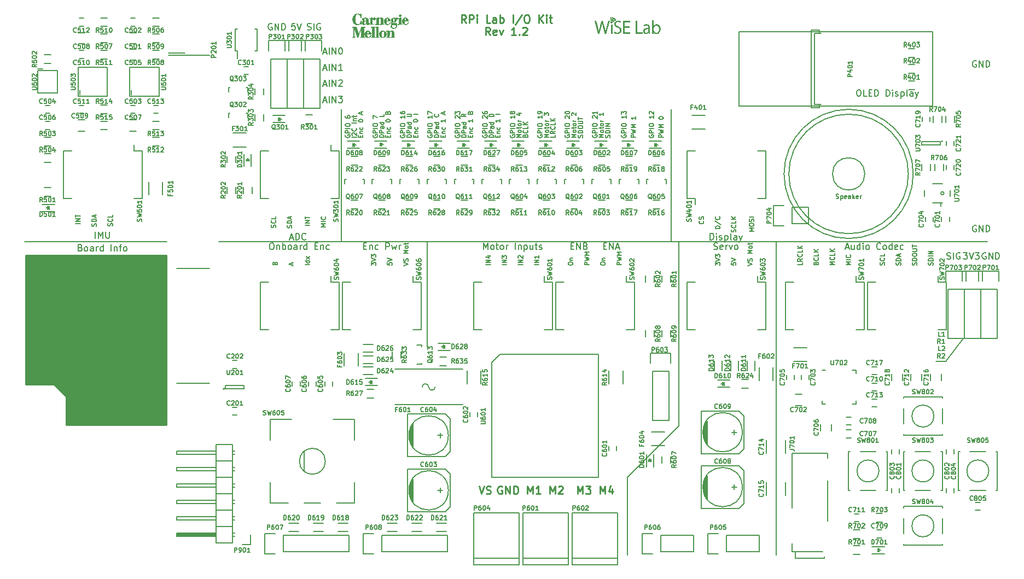
<source format=gto>
G04 #@! TF.FileFunction,Legend,Top*
%FSLAX46Y46*%
G04 Gerber Fmt 4.6, Leading zero omitted, Abs format (unit mm)*
G04 Created by KiCad (PCBNEW 4.0.2-stable) date Friday, August 19, 2016 'PMt' 11:38:22 PM*
%MOMM*%
G01*
G04 APERTURE LIST*
%ADD10C,0.100000*%
%ADD11C,0.150000*%
%ADD12C,0.220000*%
%ADD13C,0.200000*%
%ADD14C,0.010000*%
%ADD15C,0.254000*%
G04 APERTURE END LIST*
D10*
D11*
X105500000Y52200000D02*
X105533333Y52166666D01*
X105566667Y52066666D01*
X105566667Y52000000D01*
X105533333Y51900000D01*
X105466667Y51833333D01*
X105400000Y51800000D01*
X105266667Y51766666D01*
X105166667Y51766666D01*
X105033333Y51800000D01*
X104966667Y51833333D01*
X104900000Y51900000D01*
X104866667Y52000000D01*
X104866667Y52066666D01*
X104900000Y52166666D01*
X104933333Y52200000D01*
X105533333Y52466666D02*
X105566667Y52566666D01*
X105566667Y52733333D01*
X105533333Y52800000D01*
X105500000Y52833333D01*
X105433333Y52866666D01*
X105366667Y52866666D01*
X105300000Y52833333D01*
X105266667Y52800000D01*
X105233333Y52733333D01*
X105200000Y52600000D01*
X105166667Y52533333D01*
X105133333Y52500000D01*
X105066667Y52466666D01*
X105000000Y52466666D01*
X104933333Y52500000D01*
X104900000Y52533333D01*
X104866667Y52600000D01*
X104866667Y52766666D01*
X104900000Y52866666D01*
X143000000Y30500000D02*
X145750000Y34000000D01*
X141500000Y30500000D02*
X143000000Y30500000D01*
X142266666Y34378333D02*
X141933333Y34378333D01*
X141933333Y35078333D01*
X142866666Y34378333D02*
X142466666Y34378333D01*
X142666666Y34378333D02*
X142666666Y35078333D01*
X142600000Y34978333D01*
X142533333Y34911667D01*
X142466666Y34878333D01*
X142200000Y33248333D02*
X141966666Y33581667D01*
X141800000Y33248333D02*
X141800000Y33948333D01*
X142066666Y33948333D01*
X142133333Y33915000D01*
X142166666Y33881667D01*
X142200000Y33815000D01*
X142200000Y33715000D01*
X142166666Y33648333D01*
X142133333Y33615000D01*
X142066666Y33581667D01*
X141800000Y33581667D01*
X142866666Y33248333D02*
X142466666Y33248333D01*
X142666666Y33248333D02*
X142666666Y33948333D01*
X142600000Y33848333D01*
X142533333Y33781667D01*
X142466666Y33748333D01*
X142266666Y32118333D02*
X141933333Y32118333D01*
X141933333Y32818333D01*
X142466666Y32751667D02*
X142500000Y32785000D01*
X142566666Y32818333D01*
X142733333Y32818333D01*
X142800000Y32785000D01*
X142833333Y32751667D01*
X142866666Y32685000D01*
X142866666Y32618333D01*
X142833333Y32518333D01*
X142433333Y32118333D01*
X142866666Y32118333D01*
X142200000Y30988333D02*
X141966666Y31321667D01*
X141800000Y30988333D02*
X141800000Y31688333D01*
X142066666Y31688333D01*
X142133333Y31655000D01*
X142166666Y31621667D01*
X142200000Y31555000D01*
X142200000Y31455000D01*
X142166666Y31388333D01*
X142133333Y31355000D01*
X142066666Y31321667D01*
X141800000Y31321667D01*
X142466666Y31621667D02*
X142500000Y31655000D01*
X142566666Y31688333D01*
X142733333Y31688333D01*
X142800000Y31655000D01*
X142833333Y31621667D01*
X142866666Y31555000D01*
X142866666Y31488333D01*
X142833333Y31388333D01*
X142433333Y30988333D01*
X142866666Y30988333D01*
X143226191Y46345238D02*
X143369048Y46297619D01*
X143607144Y46297619D01*
X143702382Y46345238D01*
X143750001Y46392857D01*
X143797620Y46488095D01*
X143797620Y46583333D01*
X143750001Y46678571D01*
X143702382Y46726190D01*
X143607144Y46773810D01*
X143416667Y46821429D01*
X143321429Y46869048D01*
X143273810Y46916667D01*
X143226191Y47011905D01*
X143226191Y47107143D01*
X143273810Y47202381D01*
X143321429Y47250000D01*
X143416667Y47297619D01*
X143654763Y47297619D01*
X143797620Y47250000D01*
X144226191Y46297619D02*
X144226191Y47297619D01*
X145226191Y47250000D02*
X145130953Y47297619D01*
X144988096Y47297619D01*
X144845238Y47250000D01*
X144750000Y47154762D01*
X144702381Y47059524D01*
X144654762Y46869048D01*
X144654762Y46726190D01*
X144702381Y46535714D01*
X144750000Y46440476D01*
X144845238Y46345238D01*
X144988096Y46297619D01*
X145083334Y46297619D01*
X145226191Y46345238D01*
X145273810Y46392857D01*
X145273810Y46726190D01*
X145083334Y46726190D01*
X145761905Y47297619D02*
X146380953Y47297619D01*
X146047619Y46916667D01*
X146190477Y46916667D01*
X146285715Y46869048D01*
X146333334Y46821429D01*
X146380953Y46726190D01*
X146380953Y46488095D01*
X146333334Y46392857D01*
X146285715Y46345238D01*
X146190477Y46297619D01*
X145904762Y46297619D01*
X145809524Y46345238D01*
X145761905Y46392857D01*
X146666667Y47297619D02*
X147000000Y46297619D01*
X147333334Y47297619D01*
X147571429Y47297619D02*
X148190477Y47297619D01*
X147857143Y46916667D01*
X148000001Y46916667D01*
X148095239Y46869048D01*
X148142858Y46821429D01*
X148190477Y46726190D01*
X148190477Y46488095D01*
X148142858Y46392857D01*
X148095239Y46345238D01*
X148000001Y46297619D01*
X147714286Y46297619D01*
X147619048Y46345238D01*
X147571429Y46392857D01*
X149238096Y47250000D02*
X149142858Y47297619D01*
X149000001Y47297619D01*
X148857143Y47250000D01*
X148761905Y47154762D01*
X148714286Y47059524D01*
X148666667Y46869048D01*
X148666667Y46726190D01*
X148714286Y46535714D01*
X148761905Y46440476D01*
X148857143Y46345238D01*
X149000001Y46297619D01*
X149095239Y46297619D01*
X149238096Y46345238D01*
X149285715Y46392857D01*
X149285715Y46726190D01*
X149095239Y46726190D01*
X149714286Y46297619D02*
X149714286Y47297619D01*
X150285715Y46297619D01*
X150285715Y47297619D01*
X150761905Y46297619D02*
X150761905Y47297619D01*
X151000000Y47297619D01*
X151142858Y47250000D01*
X151238096Y47154762D01*
X151285715Y47059524D01*
X151333334Y46869048D01*
X151333334Y46726190D01*
X151285715Y46535714D01*
X151238096Y46440476D01*
X151142858Y46345238D01*
X151000000Y46297619D01*
X150761905Y46297619D01*
X44226191Y81845238D02*
X44369048Y81797619D01*
X44607144Y81797619D01*
X44702382Y81845238D01*
X44750001Y81892857D01*
X44797620Y81988095D01*
X44797620Y82083333D01*
X44750001Y82178571D01*
X44702382Y82226190D01*
X44607144Y82273810D01*
X44416667Y82321429D01*
X44321429Y82369048D01*
X44273810Y82416667D01*
X44226191Y82511905D01*
X44226191Y82607143D01*
X44273810Y82702381D01*
X44321429Y82750000D01*
X44416667Y82797619D01*
X44654763Y82797619D01*
X44797620Y82750000D01*
X45226191Y81797619D02*
X45226191Y82797619D01*
X46226191Y82750000D02*
X46130953Y82797619D01*
X45988096Y82797619D01*
X45845238Y82750000D01*
X45750000Y82654762D01*
X45702381Y82559524D01*
X45654762Y82369048D01*
X45654762Y82226190D01*
X45702381Y82035714D01*
X45750000Y81940476D01*
X45845238Y81845238D01*
X45988096Y81797619D01*
X46083334Y81797619D01*
X46226191Y81845238D01*
X46273810Y81892857D01*
X46273810Y82226190D01*
X46083334Y82226190D01*
X42309524Y82797619D02*
X41833333Y82797619D01*
X41785714Y82321429D01*
X41833333Y82369048D01*
X41928571Y82416667D01*
X42166667Y82416667D01*
X42261905Y82369048D01*
X42309524Y82321429D01*
X42357143Y82226190D01*
X42357143Y81988095D01*
X42309524Y81892857D01*
X42261905Y81845238D01*
X42166667Y81797619D01*
X41928571Y81797619D01*
X41833333Y81845238D01*
X41785714Y81892857D01*
X42642857Y82797619D02*
X42976190Y81797619D01*
X43309524Y82797619D01*
X38738096Y82750000D02*
X38642858Y82797619D01*
X38500001Y82797619D01*
X38357143Y82750000D01*
X38261905Y82654762D01*
X38214286Y82559524D01*
X38166667Y82369048D01*
X38166667Y82226190D01*
X38214286Y82035714D01*
X38261905Y81940476D01*
X38357143Y81845238D01*
X38500001Y81797619D01*
X38595239Y81797619D01*
X38738096Y81845238D01*
X38785715Y81892857D01*
X38785715Y82226190D01*
X38595239Y82226190D01*
X39214286Y81797619D02*
X39214286Y82797619D01*
X39785715Y81797619D01*
X39785715Y82797619D01*
X40261905Y81797619D02*
X40261905Y82797619D01*
X40500000Y82797619D01*
X40642858Y82750000D01*
X40738096Y82654762D01*
X40785715Y82559524D01*
X40833334Y82369048D01*
X40833334Y82226190D01*
X40785715Y82035714D01*
X40738096Y81940476D01*
X40642858Y81845238D01*
X40500000Y81797619D01*
X40261905Y81797619D01*
D12*
X70778572Y11157143D02*
X71178572Y9957143D01*
X71578572Y11157143D01*
X71921428Y10014286D02*
X72092857Y9957143D01*
X72378571Y9957143D01*
X72492857Y10014286D01*
X72550000Y10071429D01*
X72607143Y10185714D01*
X72607143Y10300000D01*
X72550000Y10414286D01*
X72492857Y10471429D01*
X72378571Y10528571D01*
X72150000Y10585714D01*
X72035714Y10642857D01*
X71978571Y10700000D01*
X71921428Y10814286D01*
X71921428Y10928571D01*
X71978571Y11042857D01*
X72035714Y11100000D01*
X72150000Y11157143D01*
X72435714Y11157143D01*
X72607143Y11100000D01*
X74335715Y11100000D02*
X74221429Y11157143D01*
X74050000Y11157143D01*
X73878572Y11100000D01*
X73764286Y10985714D01*
X73707143Y10871429D01*
X73650000Y10642857D01*
X73650000Y10471429D01*
X73707143Y10242857D01*
X73764286Y10128571D01*
X73878572Y10014286D01*
X74050000Y9957143D01*
X74164286Y9957143D01*
X74335715Y10014286D01*
X74392858Y10071429D01*
X74392858Y10471429D01*
X74164286Y10471429D01*
X74907143Y9957143D02*
X74907143Y11157143D01*
X75592858Y9957143D01*
X75592858Y11157143D01*
X76164286Y9957143D02*
X76164286Y11157143D01*
X76450001Y11157143D01*
X76621429Y11100000D01*
X76735715Y10985714D01*
X76792858Y10871429D01*
X76850001Y10642857D01*
X76850001Y10471429D01*
X76792858Y10242857D01*
X76735715Y10128571D01*
X76621429Y10014286D01*
X76450001Y9957143D01*
X76164286Y9957143D01*
X89528571Y9957143D02*
X89528571Y11157143D01*
X89928571Y10300000D01*
X90328571Y11157143D01*
X90328571Y9957143D01*
X91414286Y10757143D02*
X91414286Y9957143D01*
X91128572Y11214286D02*
X90842857Y10357143D01*
X91585715Y10357143D01*
X86028571Y9957143D02*
X86028571Y11157143D01*
X86428571Y10300000D01*
X86828571Y11157143D01*
X86828571Y9957143D01*
X87285715Y11157143D02*
X88028572Y11157143D01*
X87628572Y10700000D01*
X87800000Y10700000D01*
X87914286Y10642857D01*
X87971429Y10585714D01*
X88028572Y10471429D01*
X88028572Y10185714D01*
X87971429Y10071429D01*
X87914286Y10014286D01*
X87800000Y9957143D01*
X87457143Y9957143D01*
X87342857Y10014286D01*
X87285715Y10071429D01*
X81778571Y9957143D02*
X81778571Y11157143D01*
X82178571Y10300000D01*
X82578571Y11157143D01*
X82578571Y9957143D01*
X83092857Y11042857D02*
X83150000Y11100000D01*
X83264286Y11157143D01*
X83550000Y11157143D01*
X83664286Y11100000D01*
X83721429Y11042857D01*
X83778572Y10928571D01*
X83778572Y10814286D01*
X83721429Y10642857D01*
X83035715Y9957143D01*
X83778572Y9957143D01*
X78278571Y9957143D02*
X78278571Y11157143D01*
X78678571Y10300000D01*
X79078571Y11157143D01*
X79078571Y9957143D01*
X80278572Y9957143D02*
X79592857Y9957143D01*
X79935715Y9957143D02*
X79935715Y11157143D01*
X79821429Y10985714D01*
X79707143Y10871429D01*
X79592857Y10814286D01*
D11*
X9095238Y48071429D02*
X9238095Y48023810D01*
X9285714Y47976190D01*
X9333333Y47880952D01*
X9333333Y47738095D01*
X9285714Y47642857D01*
X9238095Y47595238D01*
X9142857Y47547619D01*
X8761904Y47547619D01*
X8761904Y48547619D01*
X9095238Y48547619D01*
X9190476Y48500000D01*
X9238095Y48452381D01*
X9285714Y48357143D01*
X9285714Y48261905D01*
X9238095Y48166667D01*
X9190476Y48119048D01*
X9095238Y48071429D01*
X8761904Y48071429D01*
X9904761Y47547619D02*
X9809523Y47595238D01*
X9761904Y47642857D01*
X9714285Y47738095D01*
X9714285Y48023810D01*
X9761904Y48119048D01*
X9809523Y48166667D01*
X9904761Y48214286D01*
X10047619Y48214286D01*
X10142857Y48166667D01*
X10190476Y48119048D01*
X10238095Y48023810D01*
X10238095Y47738095D01*
X10190476Y47642857D01*
X10142857Y47595238D01*
X10047619Y47547619D01*
X9904761Y47547619D01*
X11095238Y47547619D02*
X11095238Y48071429D01*
X11047619Y48166667D01*
X10952381Y48214286D01*
X10761904Y48214286D01*
X10666666Y48166667D01*
X11095238Y47595238D02*
X11000000Y47547619D01*
X10761904Y47547619D01*
X10666666Y47595238D01*
X10619047Y47690476D01*
X10619047Y47785714D01*
X10666666Y47880952D01*
X10761904Y47928571D01*
X11000000Y47928571D01*
X11095238Y47976190D01*
X11571428Y47547619D02*
X11571428Y48214286D01*
X11571428Y48023810D02*
X11619047Y48119048D01*
X11666666Y48166667D01*
X11761904Y48214286D01*
X11857143Y48214286D01*
X12619048Y47547619D02*
X12619048Y48547619D01*
X12619048Y47595238D02*
X12523810Y47547619D01*
X12333333Y47547619D01*
X12238095Y47595238D01*
X12190476Y47642857D01*
X12142857Y47738095D01*
X12142857Y48023810D01*
X12190476Y48119048D01*
X12238095Y48166667D01*
X12333333Y48214286D01*
X12523810Y48214286D01*
X12619048Y48166667D01*
X13857143Y47547619D02*
X13857143Y48547619D01*
X14333333Y48214286D02*
X14333333Y47547619D01*
X14333333Y48119048D02*
X14380952Y48166667D01*
X14476190Y48214286D01*
X14619048Y48214286D01*
X14714286Y48166667D01*
X14761905Y48071429D01*
X14761905Y47547619D01*
X15095238Y48214286D02*
X15476190Y48214286D01*
X15238095Y47547619D02*
X15238095Y48404762D01*
X15285714Y48500000D01*
X15380952Y48547619D01*
X15476190Y48547619D01*
X15952381Y47547619D02*
X15857143Y47595238D01*
X15809524Y47642857D01*
X15761905Y47738095D01*
X15761905Y48023810D01*
X15809524Y48119048D01*
X15857143Y48166667D01*
X15952381Y48214286D01*
X16095239Y48214286D01*
X16190477Y48166667D01*
X16238096Y48119048D01*
X16285715Y48023810D01*
X16285715Y47738095D01*
X16238096Y47642857D01*
X16190477Y47595238D01*
X16095239Y47547619D01*
X15952381Y47547619D01*
D12*
X68771428Y82907143D02*
X68371428Y83478571D01*
X68085713Y82907143D02*
X68085713Y84107143D01*
X68542856Y84107143D01*
X68657142Y84050000D01*
X68714285Y83992857D01*
X68771428Y83878571D01*
X68771428Y83707143D01*
X68714285Y83592857D01*
X68657142Y83535714D01*
X68542856Y83478571D01*
X68085713Y83478571D01*
X69285713Y82907143D02*
X69285713Y84107143D01*
X69742856Y84107143D01*
X69857142Y84050000D01*
X69914285Y83992857D01*
X69971428Y83878571D01*
X69971428Y83707143D01*
X69914285Y83592857D01*
X69857142Y83535714D01*
X69742856Y83478571D01*
X69285713Y83478571D01*
X70485713Y82907143D02*
X70485713Y83707143D01*
X70485713Y84107143D02*
X70428570Y84050000D01*
X70485713Y83992857D01*
X70542856Y84050000D01*
X70485713Y84107143D01*
X70485713Y83992857D01*
X72542857Y82907143D02*
X71971428Y82907143D01*
X71971428Y84107143D01*
X73457143Y82907143D02*
X73457143Y83535714D01*
X73400000Y83650000D01*
X73285714Y83707143D01*
X73057143Y83707143D01*
X72942857Y83650000D01*
X73457143Y82964286D02*
X73342857Y82907143D01*
X73057143Y82907143D01*
X72942857Y82964286D01*
X72885714Y83078571D01*
X72885714Y83192857D01*
X72942857Y83307143D01*
X73057143Y83364286D01*
X73342857Y83364286D01*
X73457143Y83421429D01*
X74028571Y82907143D02*
X74028571Y84107143D01*
X74028571Y83650000D02*
X74142857Y83707143D01*
X74371428Y83707143D01*
X74485714Y83650000D01*
X74542857Y83592857D01*
X74600000Y83478571D01*
X74600000Y83135714D01*
X74542857Y83021429D01*
X74485714Y82964286D01*
X74371428Y82907143D01*
X74142857Y82907143D01*
X74028571Y82964286D01*
X76028571Y82907143D02*
X76028571Y84107143D01*
X77457143Y84164286D02*
X76428572Y82621429D01*
X78085715Y84107143D02*
X78314286Y84107143D01*
X78428572Y84050000D01*
X78542858Y83935714D01*
X78600000Y83707143D01*
X78600000Y83307143D01*
X78542858Y83078571D01*
X78428572Y82964286D01*
X78314286Y82907143D01*
X78085715Y82907143D01*
X77971429Y82964286D01*
X77857143Y83078571D01*
X77800000Y83307143D01*
X77800000Y83707143D01*
X77857143Y83935714D01*
X77971429Y84050000D01*
X78085715Y84107143D01*
X80028572Y82907143D02*
X80028572Y84107143D01*
X80714287Y82907143D02*
X80200001Y83592857D01*
X80714287Y84107143D02*
X80028572Y83421429D01*
X81228572Y82907143D02*
X81228572Y83707143D01*
X81228572Y84107143D02*
X81171429Y84050000D01*
X81228572Y83992857D01*
X81285715Y84050000D01*
X81228572Y84107143D01*
X81228572Y83992857D01*
X81628573Y83707143D02*
X82085716Y83707143D01*
X81800001Y84107143D02*
X81800001Y83078571D01*
X81857144Y82964286D01*
X81971430Y82907143D01*
X82085716Y82907143D01*
X72514286Y81007143D02*
X72114286Y81578571D01*
X71828571Y81007143D02*
X71828571Y82207143D01*
X72285714Y82207143D01*
X72400000Y82150000D01*
X72457143Y82092857D01*
X72514286Y81978571D01*
X72514286Y81807143D01*
X72457143Y81692857D01*
X72400000Y81635714D01*
X72285714Y81578571D01*
X71828571Y81578571D01*
X73485714Y81064286D02*
X73371428Y81007143D01*
X73142857Y81007143D01*
X73028571Y81064286D01*
X72971428Y81178571D01*
X72971428Y81635714D01*
X73028571Y81750000D01*
X73142857Y81807143D01*
X73371428Y81807143D01*
X73485714Y81750000D01*
X73542857Y81635714D01*
X73542857Y81521429D01*
X72971428Y81407143D01*
X73942857Y81807143D02*
X74228571Y81007143D01*
X74514285Y81807143D01*
X76514286Y81007143D02*
X75828571Y81007143D01*
X76171429Y81007143D02*
X76171429Y82207143D01*
X76057143Y82035714D01*
X75942857Y81921429D01*
X75828571Y81864286D01*
X77028571Y81121429D02*
X77085714Y81064286D01*
X77028571Y81007143D01*
X76971428Y81064286D01*
X77028571Y81121429D01*
X77028571Y81007143D01*
X77542857Y82092857D02*
X77600000Y82150000D01*
X77714286Y82207143D01*
X78000000Y82207143D01*
X78114286Y82150000D01*
X78171429Y82092857D01*
X78228572Y81978571D01*
X78228572Y81864286D01*
X78171429Y81692857D01*
X77485715Y81007143D01*
X78228572Y81007143D01*
D11*
X22500000Y49000000D02*
X500000Y49000000D01*
X147738096Y51500000D02*
X147642858Y51547619D01*
X147500001Y51547619D01*
X147357143Y51500000D01*
X147261905Y51404762D01*
X147214286Y51309524D01*
X147166667Y51119048D01*
X147166667Y50976190D01*
X147214286Y50785714D01*
X147261905Y50690476D01*
X147357143Y50595238D01*
X147500001Y50547619D01*
X147595239Y50547619D01*
X147738096Y50595238D01*
X147785715Y50642857D01*
X147785715Y50976190D01*
X147595239Y50976190D01*
X148214286Y50547619D02*
X148214286Y51547619D01*
X148785715Y50547619D01*
X148785715Y51547619D01*
X149261905Y50547619D02*
X149261905Y51547619D01*
X149500000Y51547619D01*
X149642858Y51500000D01*
X149738096Y51404762D01*
X149785715Y51309524D01*
X149833334Y51119048D01*
X149833334Y50976190D01*
X149785715Y50785714D01*
X149738096Y50690476D01*
X149642858Y50595238D01*
X149500000Y50547619D01*
X149261905Y50547619D01*
X147738096Y77000000D02*
X147642858Y77047619D01*
X147500001Y77047619D01*
X147357143Y77000000D01*
X147261905Y76904762D01*
X147214286Y76809524D01*
X147166667Y76619048D01*
X147166667Y76476190D01*
X147214286Y76285714D01*
X147261905Y76190476D01*
X147357143Y76095238D01*
X147500001Y76047619D01*
X147595239Y76047619D01*
X147738096Y76095238D01*
X147785715Y76142857D01*
X147785715Y76476190D01*
X147595239Y76476190D01*
X148214286Y76047619D02*
X148214286Y77047619D01*
X148785715Y76047619D01*
X148785715Y77047619D01*
X149261905Y76047619D02*
X149261905Y77047619D01*
X149500000Y77047619D01*
X149642858Y77000000D01*
X149738096Y76904762D01*
X149785715Y76809524D01*
X149833334Y76619048D01*
X149833334Y76476190D01*
X149785715Y76285714D01*
X149738096Y76190476D01*
X149642858Y76095238D01*
X149500000Y76047619D01*
X149261905Y76047619D01*
X49500000Y49000000D02*
X49500000Y69500000D01*
X107142857Y47845238D02*
X107285714Y47797619D01*
X107523810Y47797619D01*
X107619048Y47845238D01*
X107666667Y47892857D01*
X107714286Y47988095D01*
X107714286Y48083333D01*
X107666667Y48178571D01*
X107619048Y48226190D01*
X107523810Y48273810D01*
X107333333Y48321429D01*
X107238095Y48369048D01*
X107190476Y48416667D01*
X107142857Y48511905D01*
X107142857Y48607143D01*
X107190476Y48702381D01*
X107238095Y48750000D01*
X107333333Y48797619D01*
X107571429Y48797619D01*
X107714286Y48750000D01*
X108523810Y47845238D02*
X108428572Y47797619D01*
X108238095Y47797619D01*
X108142857Y47845238D01*
X108095238Y47940476D01*
X108095238Y48321429D01*
X108142857Y48416667D01*
X108238095Y48464286D01*
X108428572Y48464286D01*
X108523810Y48416667D01*
X108571429Y48321429D01*
X108571429Y48226190D01*
X108095238Y48130952D01*
X109000000Y47797619D02*
X109000000Y48464286D01*
X109000000Y48273810D02*
X109047619Y48369048D01*
X109095238Y48416667D01*
X109190476Y48464286D01*
X109285715Y48464286D01*
X109523810Y48464286D02*
X109761905Y47797619D01*
X110000001Y48464286D01*
X110523810Y47797619D02*
X110428572Y47845238D01*
X110380953Y47892857D01*
X110333334Y47988095D01*
X110333334Y48273810D01*
X110380953Y48369048D01*
X110428572Y48416667D01*
X110523810Y48464286D01*
X110666668Y48464286D01*
X110761906Y48416667D01*
X110809525Y48369048D01*
X110857144Y48273810D01*
X110857144Y47988095D01*
X110809525Y47892857D01*
X110761906Y47845238D01*
X110666668Y47797619D01*
X110523810Y47797619D01*
X126066667Y55716667D02*
X126166667Y55683333D01*
X126333334Y55683333D01*
X126400001Y55716667D01*
X126433334Y55750000D01*
X126466667Y55816667D01*
X126466667Y55883333D01*
X126433334Y55950000D01*
X126400001Y55983333D01*
X126333334Y56016667D01*
X126200001Y56050000D01*
X126133334Y56083333D01*
X126100001Y56116667D01*
X126066667Y56183333D01*
X126066667Y56250000D01*
X126100001Y56316667D01*
X126133334Y56350000D01*
X126200001Y56383333D01*
X126366667Y56383333D01*
X126466667Y56350000D01*
X126766668Y56150000D02*
X126766668Y55450000D01*
X126766668Y56116667D02*
X126833334Y56150000D01*
X126966668Y56150000D01*
X127033334Y56116667D01*
X127066668Y56083333D01*
X127100001Y56016667D01*
X127100001Y55816667D01*
X127066668Y55750000D01*
X127033334Y55716667D01*
X126966668Y55683333D01*
X126833334Y55683333D01*
X126766668Y55716667D01*
X127666667Y55716667D02*
X127600001Y55683333D01*
X127466667Y55683333D01*
X127400001Y55716667D01*
X127366667Y55783333D01*
X127366667Y56050000D01*
X127400001Y56116667D01*
X127466667Y56150000D01*
X127600001Y56150000D01*
X127666667Y56116667D01*
X127700001Y56050000D01*
X127700001Y55983333D01*
X127366667Y55916667D01*
X128300001Y55683333D02*
X128300001Y56050000D01*
X128266667Y56116667D01*
X128200001Y56150000D01*
X128066667Y56150000D01*
X128000001Y56116667D01*
X128300001Y55716667D02*
X128233334Y55683333D01*
X128066667Y55683333D01*
X128000001Y55716667D01*
X127966667Y55783333D01*
X127966667Y55850000D01*
X128000001Y55916667D01*
X128066667Y55950000D01*
X128233334Y55950000D01*
X128300001Y55983333D01*
X128633334Y55683333D02*
X128633334Y56383333D01*
X128700000Y55950000D02*
X128900000Y55683333D01*
X128900000Y56150000D02*
X128633334Y55883333D01*
X129466667Y55716667D02*
X129400001Y55683333D01*
X129266667Y55683333D01*
X129200001Y55716667D01*
X129166667Y55783333D01*
X129166667Y56050000D01*
X129200001Y56116667D01*
X129266667Y56150000D01*
X129400001Y56150000D01*
X129466667Y56116667D01*
X129500001Y56050000D01*
X129500001Y55983333D01*
X129166667Y55916667D01*
X129800001Y55683333D02*
X129800001Y56150000D01*
X129800001Y56016667D02*
X129833334Y56083333D01*
X129866667Y56116667D01*
X129933334Y56150000D01*
X130000001Y56150000D01*
X130500000Y59500000D02*
G75*
G03X130500000Y59500000I-2500000J0D01*
G01*
X137250000Y59500000D02*
G75*
G03X137250000Y59500000I-9250000J0D01*
G01*
X100500000Y49000000D02*
X100500000Y69500000D01*
X93750000Y12500000D02*
X93750000Y500000D01*
X101750000Y20500000D02*
X93750000Y12500000D01*
X101750000Y49000000D02*
X101750000Y20500000D01*
X62750000Y49000000D02*
X62750000Y32750000D01*
X53250000Y49000000D02*
X30500000Y49000000D01*
X116750000Y49000000D02*
X53250000Y49000000D01*
X116750000Y49000000D02*
X149500000Y49000000D01*
X116750000Y500000D02*
X116750000Y49000000D01*
X127523809Y48083333D02*
X128000000Y48083333D01*
X127428571Y47797619D02*
X127761904Y48797619D01*
X128095238Y47797619D01*
X128857143Y48464286D02*
X128857143Y47797619D01*
X128428571Y48464286D02*
X128428571Y47940476D01*
X128476190Y47845238D01*
X128571428Y47797619D01*
X128714286Y47797619D01*
X128809524Y47845238D01*
X128857143Y47892857D01*
X129761905Y47797619D02*
X129761905Y48797619D01*
X129761905Y47845238D02*
X129666667Y47797619D01*
X129476190Y47797619D01*
X129380952Y47845238D01*
X129333333Y47892857D01*
X129285714Y47988095D01*
X129285714Y48273810D01*
X129333333Y48369048D01*
X129380952Y48416667D01*
X129476190Y48464286D01*
X129666667Y48464286D01*
X129761905Y48416667D01*
X130238095Y47797619D02*
X130238095Y48464286D01*
X130238095Y48797619D02*
X130190476Y48750000D01*
X130238095Y48702381D01*
X130285714Y48750000D01*
X130238095Y48797619D01*
X130238095Y48702381D01*
X130857142Y47797619D02*
X130761904Y47845238D01*
X130714285Y47892857D01*
X130666666Y47988095D01*
X130666666Y48273810D01*
X130714285Y48369048D01*
X130761904Y48416667D01*
X130857142Y48464286D01*
X131000000Y48464286D01*
X131095238Y48416667D01*
X131142857Y48369048D01*
X131190476Y48273810D01*
X131190476Y47988095D01*
X131142857Y47892857D01*
X131095238Y47845238D01*
X131000000Y47797619D01*
X130857142Y47797619D01*
X132952381Y47892857D02*
X132904762Y47845238D01*
X132761905Y47797619D01*
X132666667Y47797619D01*
X132523809Y47845238D01*
X132428571Y47940476D01*
X132380952Y48035714D01*
X132333333Y48226190D01*
X132333333Y48369048D01*
X132380952Y48559524D01*
X132428571Y48654762D01*
X132523809Y48750000D01*
X132666667Y48797619D01*
X132761905Y48797619D01*
X132904762Y48750000D01*
X132952381Y48702381D01*
X133523809Y47797619D02*
X133428571Y47845238D01*
X133380952Y47892857D01*
X133333333Y47988095D01*
X133333333Y48273810D01*
X133380952Y48369048D01*
X133428571Y48416667D01*
X133523809Y48464286D01*
X133666667Y48464286D01*
X133761905Y48416667D01*
X133809524Y48369048D01*
X133857143Y48273810D01*
X133857143Y47988095D01*
X133809524Y47892857D01*
X133761905Y47845238D01*
X133666667Y47797619D01*
X133523809Y47797619D01*
X134714286Y47797619D02*
X134714286Y48797619D01*
X134714286Y47845238D02*
X134619048Y47797619D01*
X134428571Y47797619D01*
X134333333Y47845238D01*
X134285714Y47892857D01*
X134238095Y47988095D01*
X134238095Y48273810D01*
X134285714Y48369048D01*
X134333333Y48416667D01*
X134428571Y48464286D01*
X134619048Y48464286D01*
X134714286Y48416667D01*
X135571429Y47845238D02*
X135476191Y47797619D01*
X135285714Y47797619D01*
X135190476Y47845238D01*
X135142857Y47940476D01*
X135142857Y48321429D01*
X135190476Y48416667D01*
X135285714Y48464286D01*
X135476191Y48464286D01*
X135571429Y48416667D01*
X135619048Y48321429D01*
X135619048Y48226190D01*
X135142857Y48130952D01*
X136476191Y47845238D02*
X136380953Y47797619D01*
X136190476Y47797619D01*
X136095238Y47845238D01*
X136047619Y47892857D01*
X136000000Y47988095D01*
X136000000Y48273810D01*
X136047619Y48369048D01*
X136095238Y48416667D01*
X136190476Y48464286D01*
X136380953Y48464286D01*
X136476191Y48416667D01*
X141033333Y45383333D02*
X141066667Y45483333D01*
X141066667Y45650000D01*
X141033333Y45716667D01*
X141000000Y45750000D01*
X140933333Y45783333D01*
X140866667Y45783333D01*
X140800000Y45750000D01*
X140766667Y45716667D01*
X140733333Y45650000D01*
X140700000Y45516667D01*
X140666667Y45450000D01*
X140633333Y45416667D01*
X140566667Y45383333D01*
X140500000Y45383333D01*
X140433333Y45416667D01*
X140400000Y45450000D01*
X140366667Y45516667D01*
X140366667Y45683333D01*
X140400000Y45783333D01*
X141066667Y46083334D02*
X140366667Y46083334D01*
X140366667Y46250000D01*
X140400000Y46350000D01*
X140466667Y46416667D01*
X140533333Y46450000D01*
X140666667Y46483334D01*
X140766667Y46483334D01*
X140900000Y46450000D01*
X140966667Y46416667D01*
X141033333Y46350000D01*
X141066667Y46250000D01*
X141066667Y46083334D01*
X141066667Y46783334D02*
X140366667Y46783334D01*
X141066667Y47116667D02*
X140366667Y47116667D01*
X141066667Y47516667D01*
X140366667Y47516667D01*
X138533333Y45383333D02*
X138566667Y45483333D01*
X138566667Y45650000D01*
X138533333Y45716667D01*
X138500000Y45750000D01*
X138433333Y45783333D01*
X138366667Y45783333D01*
X138300000Y45750000D01*
X138266667Y45716667D01*
X138233333Y45650000D01*
X138200000Y45516667D01*
X138166667Y45450000D01*
X138133333Y45416667D01*
X138066667Y45383333D01*
X138000000Y45383333D01*
X137933333Y45416667D01*
X137900000Y45450000D01*
X137866667Y45516667D01*
X137866667Y45683333D01*
X137900000Y45783333D01*
X138566667Y46083334D02*
X137866667Y46083334D01*
X137866667Y46250000D01*
X137900000Y46350000D01*
X137966667Y46416667D01*
X138033333Y46450000D01*
X138166667Y46483334D01*
X138266667Y46483334D01*
X138400000Y46450000D01*
X138466667Y46416667D01*
X138533333Y46350000D01*
X138566667Y46250000D01*
X138566667Y46083334D01*
X137866667Y46916667D02*
X137866667Y47050000D01*
X137900000Y47116667D01*
X137966667Y47183334D01*
X138100000Y47216667D01*
X138333333Y47216667D01*
X138466667Y47183334D01*
X138533333Y47116667D01*
X138566667Y47050000D01*
X138566667Y46916667D01*
X138533333Y46850000D01*
X138466667Y46783334D01*
X138333333Y46750000D01*
X138100000Y46750000D01*
X137966667Y46783334D01*
X137900000Y46850000D01*
X137866667Y46916667D01*
X137866667Y47516667D02*
X138433333Y47516667D01*
X138500000Y47550000D01*
X138533333Y47583333D01*
X138566667Y47650000D01*
X138566667Y47783333D01*
X138533333Y47850000D01*
X138500000Y47883333D01*
X138433333Y47916667D01*
X137866667Y47916667D01*
X137866667Y48150000D02*
X137866667Y48550000D01*
X138566667Y48350000D02*
X137866667Y48350000D01*
X136033333Y45383333D02*
X136066667Y45483333D01*
X136066667Y45650000D01*
X136033333Y45716667D01*
X136000000Y45750000D01*
X135933333Y45783333D01*
X135866667Y45783333D01*
X135800000Y45750000D01*
X135766667Y45716667D01*
X135733333Y45650000D01*
X135700000Y45516667D01*
X135666667Y45450000D01*
X135633333Y45416667D01*
X135566667Y45383333D01*
X135500000Y45383333D01*
X135433333Y45416667D01*
X135400000Y45450000D01*
X135366667Y45516667D01*
X135366667Y45683333D01*
X135400000Y45783333D01*
X136066667Y46083334D02*
X135366667Y46083334D01*
X135366667Y46250000D01*
X135400000Y46350000D01*
X135466667Y46416667D01*
X135533333Y46450000D01*
X135666667Y46483334D01*
X135766667Y46483334D01*
X135900000Y46450000D01*
X135966667Y46416667D01*
X136033333Y46350000D01*
X136066667Y46250000D01*
X136066667Y46083334D01*
X135866667Y46750000D02*
X135866667Y47083334D01*
X136066667Y46683334D02*
X135366667Y46916667D01*
X136066667Y47150000D01*
X133533333Y45383333D02*
X133566667Y45483333D01*
X133566667Y45650000D01*
X133533333Y45716667D01*
X133500000Y45750000D01*
X133433333Y45783333D01*
X133366667Y45783333D01*
X133300000Y45750000D01*
X133266667Y45716667D01*
X133233333Y45650000D01*
X133200000Y45516667D01*
X133166667Y45450000D01*
X133133333Y45416667D01*
X133066667Y45383333D01*
X133000000Y45383333D01*
X132933333Y45416667D01*
X132900000Y45450000D01*
X132866667Y45516667D01*
X132866667Y45683333D01*
X132900000Y45783333D01*
X133500000Y46483334D02*
X133533333Y46450000D01*
X133566667Y46350000D01*
X133566667Y46283334D01*
X133533333Y46183334D01*
X133466667Y46116667D01*
X133400000Y46083334D01*
X133266667Y46050000D01*
X133166667Y46050000D01*
X133033333Y46083334D01*
X132966667Y46116667D01*
X132900000Y46183334D01*
X132866667Y46283334D01*
X132866667Y46350000D01*
X132900000Y46450000D01*
X132933333Y46483334D01*
X133566667Y47116667D02*
X133566667Y46783334D01*
X132866667Y46783334D01*
X128316667Y45416667D02*
X127616667Y45416667D01*
X128116667Y45650000D01*
X127616667Y45883333D01*
X128316667Y45883333D01*
X128316667Y46216667D02*
X127616667Y46216667D01*
X128250000Y46950000D02*
X128283333Y46916666D01*
X128316667Y46816666D01*
X128316667Y46750000D01*
X128283333Y46650000D01*
X128216667Y46583333D01*
X128150000Y46550000D01*
X128016667Y46516666D01*
X127916667Y46516666D01*
X127783333Y46550000D01*
X127716667Y46583333D01*
X127650000Y46650000D01*
X127616667Y46750000D01*
X127616667Y46816666D01*
X127650000Y46916666D01*
X127683333Y46950000D01*
X125816667Y45416667D02*
X125116667Y45416667D01*
X125616667Y45650000D01*
X125116667Y45883333D01*
X125816667Y45883333D01*
X125750000Y46616667D02*
X125783333Y46583333D01*
X125816667Y46483333D01*
X125816667Y46416667D01*
X125783333Y46316667D01*
X125716667Y46250000D01*
X125650000Y46216667D01*
X125516667Y46183333D01*
X125416667Y46183333D01*
X125283333Y46216667D01*
X125216667Y46250000D01*
X125150000Y46316667D01*
X125116667Y46416667D01*
X125116667Y46483333D01*
X125150000Y46583333D01*
X125183333Y46616667D01*
X125816667Y47250000D02*
X125816667Y46916667D01*
X125116667Y46916667D01*
X125816667Y47483334D02*
X125116667Y47483334D01*
X125816667Y47883334D02*
X125416667Y47583334D01*
X125116667Y47883334D02*
X125516667Y47483334D01*
X122950000Y45650000D02*
X122983333Y45750000D01*
X123016667Y45783333D01*
X123083333Y45816667D01*
X123183333Y45816667D01*
X123250000Y45783333D01*
X123283333Y45750000D01*
X123316667Y45683333D01*
X123316667Y45416667D01*
X122616667Y45416667D01*
X122616667Y45650000D01*
X122650000Y45716667D01*
X122683333Y45750000D01*
X122750000Y45783333D01*
X122816667Y45783333D01*
X122883333Y45750000D01*
X122916667Y45716667D01*
X122950000Y45650000D01*
X122950000Y45416667D01*
X123250000Y46516667D02*
X123283333Y46483333D01*
X123316667Y46383333D01*
X123316667Y46316667D01*
X123283333Y46216667D01*
X123216667Y46150000D01*
X123150000Y46116667D01*
X123016667Y46083333D01*
X122916667Y46083333D01*
X122783333Y46116667D01*
X122716667Y46150000D01*
X122650000Y46216667D01*
X122616667Y46316667D01*
X122616667Y46383333D01*
X122650000Y46483333D01*
X122683333Y46516667D01*
X123316667Y47150000D02*
X123316667Y46816667D01*
X122616667Y46816667D01*
X123316667Y47383334D02*
X122616667Y47383334D01*
X123316667Y47783334D02*
X122916667Y47483334D01*
X122616667Y47783334D02*
X123016667Y47383334D01*
X120816667Y45750000D02*
X120816667Y45416667D01*
X120116667Y45416667D01*
X120816667Y46383334D02*
X120483333Y46150000D01*
X120816667Y45983334D02*
X120116667Y45983334D01*
X120116667Y46250000D01*
X120150000Y46316667D01*
X120183333Y46350000D01*
X120250000Y46383334D01*
X120350000Y46383334D01*
X120416667Y46350000D01*
X120450000Y46316667D01*
X120483333Y46250000D01*
X120483333Y45983334D01*
X120750000Y47083334D02*
X120783333Y47050000D01*
X120816667Y46950000D01*
X120816667Y46883334D01*
X120783333Y46783334D01*
X120716667Y46716667D01*
X120650000Y46683334D01*
X120516667Y46650000D01*
X120416667Y46650000D01*
X120283333Y46683334D01*
X120216667Y46716667D01*
X120150000Y46783334D01*
X120116667Y46883334D01*
X120116667Y46950000D01*
X120150000Y47050000D01*
X120183333Y47083334D01*
X120816667Y47716667D02*
X120816667Y47383334D01*
X120116667Y47383334D01*
X120816667Y47950001D02*
X120116667Y47950001D01*
X120816667Y48350001D02*
X120416667Y48050001D01*
X120116667Y48350001D02*
X120516667Y47950001D01*
X112366667Y45316667D02*
X113066667Y45550000D01*
X112366667Y45783333D01*
X113033333Y45983333D02*
X113066667Y46083333D01*
X113066667Y46250000D01*
X113033333Y46316667D01*
X113000000Y46350000D01*
X112933333Y46383333D01*
X112866667Y46383333D01*
X112800000Y46350000D01*
X112766667Y46316667D01*
X112733333Y46250000D01*
X112700000Y46116667D01*
X112666667Y46050000D01*
X112633333Y46016667D01*
X112566667Y45983333D01*
X112500000Y45983333D01*
X112433333Y46016667D01*
X112400000Y46050000D01*
X112366667Y46116667D01*
X112366667Y46283333D01*
X112400000Y46383333D01*
X113066667Y47216667D02*
X112366667Y47216667D01*
X112866667Y47450000D01*
X112366667Y47683333D01*
X113066667Y47683333D01*
X113066667Y48116667D02*
X113033333Y48050000D01*
X113000000Y48016667D01*
X112933333Y47983333D01*
X112733333Y47983333D01*
X112666667Y48016667D01*
X112633333Y48050000D01*
X112600000Y48116667D01*
X112600000Y48216667D01*
X112633333Y48283333D01*
X112666667Y48316667D01*
X112733333Y48350000D01*
X112933333Y48350000D01*
X113000000Y48316667D01*
X113033333Y48283333D01*
X113066667Y48216667D01*
X113066667Y48116667D01*
X112600000Y48550000D02*
X112600000Y48816666D01*
X112366667Y48650000D02*
X112966667Y48650000D01*
X113033333Y48683333D01*
X113066667Y48750000D01*
X113066667Y48816666D01*
X109866667Y45750000D02*
X109866667Y45416667D01*
X110200000Y45383333D01*
X110166667Y45416667D01*
X110133333Y45483333D01*
X110133333Y45650000D01*
X110166667Y45716667D01*
X110200000Y45750000D01*
X110266667Y45783333D01*
X110433333Y45783333D01*
X110500000Y45750000D01*
X110533333Y45716667D01*
X110566667Y45650000D01*
X110566667Y45483333D01*
X110533333Y45416667D01*
X110500000Y45383333D01*
X109866667Y45983334D02*
X110566667Y46216667D01*
X109866667Y46450000D01*
X107366667Y45350000D02*
X107366667Y45783333D01*
X107633333Y45550000D01*
X107633333Y45650000D01*
X107666667Y45716667D01*
X107700000Y45750000D01*
X107766667Y45783333D01*
X107933333Y45783333D01*
X108000000Y45750000D01*
X108033333Y45716667D01*
X108066667Y45650000D01*
X108066667Y45450000D01*
X108033333Y45383333D01*
X108000000Y45350000D01*
X107366667Y45983334D02*
X108066667Y46216667D01*
X107366667Y46450000D01*
X107366667Y46616667D02*
X107366667Y47050000D01*
X107633333Y46816667D01*
X107633333Y46916667D01*
X107666667Y46983334D01*
X107700000Y47016667D01*
X107766667Y47050000D01*
X107933333Y47050000D01*
X108000000Y47016667D01*
X108033333Y46983334D01*
X108066667Y46916667D01*
X108066667Y46716667D01*
X108033333Y46650000D01*
X108000000Y46616667D01*
X85011905Y48321429D02*
X85345239Y48321429D01*
X85488096Y47797619D02*
X85011905Y47797619D01*
X85011905Y48797619D01*
X85488096Y48797619D01*
X85916667Y47797619D02*
X85916667Y48797619D01*
X86488096Y47797619D01*
X86488096Y48797619D01*
X87297620Y48321429D02*
X87440477Y48273810D01*
X87488096Y48226190D01*
X87535715Y48130952D01*
X87535715Y47988095D01*
X87488096Y47892857D01*
X87440477Y47845238D01*
X87345239Y47797619D01*
X86964286Y47797619D01*
X86964286Y48797619D01*
X87297620Y48797619D01*
X87392858Y48750000D01*
X87440477Y48702381D01*
X87488096Y48607143D01*
X87488096Y48511905D01*
X87440477Y48416667D01*
X87392858Y48369048D01*
X87297620Y48321429D01*
X86964286Y48321429D01*
X80066667Y45416667D02*
X79366667Y45416667D01*
X80066667Y45750000D02*
X79366667Y45750000D01*
X80066667Y46150000D01*
X79366667Y46150000D01*
X80066667Y46849999D02*
X80066667Y46449999D01*
X80066667Y46649999D02*
X79366667Y46649999D01*
X79466667Y46583333D01*
X79533333Y46516666D01*
X79566667Y46449999D01*
X92816667Y45416667D02*
X92116667Y45416667D01*
X92116667Y45683333D01*
X92150000Y45750000D01*
X92183333Y45783333D01*
X92250000Y45816667D01*
X92350000Y45816667D01*
X92416667Y45783333D01*
X92450000Y45750000D01*
X92483333Y45683333D01*
X92483333Y45416667D01*
X92116667Y46050000D02*
X92816667Y46216667D01*
X92316667Y46350000D01*
X92816667Y46483333D01*
X92116667Y46650000D01*
X92816667Y46916667D02*
X92116667Y46916667D01*
X92616667Y47150000D01*
X92116667Y47383333D01*
X92816667Y47383333D01*
X89616667Y45550000D02*
X89616667Y45683333D01*
X89650000Y45750000D01*
X89716667Y45816667D01*
X89850000Y45850000D01*
X90083333Y45850000D01*
X90216667Y45816667D01*
X90283333Y45750000D01*
X90316667Y45683333D01*
X90316667Y45550000D01*
X90283333Y45483333D01*
X90216667Y45416667D01*
X90083333Y45383333D01*
X89850000Y45383333D01*
X89716667Y45416667D01*
X89650000Y45483333D01*
X89616667Y45550000D01*
X89850000Y46150000D02*
X90316667Y46150000D01*
X89916667Y46150000D02*
X89883333Y46183333D01*
X89850000Y46250000D01*
X89850000Y46350000D01*
X89883333Y46416666D01*
X89950000Y46450000D01*
X90316667Y46450000D01*
X87816667Y45416667D02*
X87116667Y45416667D01*
X87116667Y45683333D01*
X87150000Y45750000D01*
X87183333Y45783333D01*
X87250000Y45816667D01*
X87350000Y45816667D01*
X87416667Y45783333D01*
X87450000Y45750000D01*
X87483333Y45683333D01*
X87483333Y45416667D01*
X87116667Y46050000D02*
X87816667Y46216667D01*
X87316667Y46350000D01*
X87816667Y46483333D01*
X87116667Y46650000D01*
X87816667Y46916667D02*
X87116667Y46916667D01*
X87616667Y47150000D01*
X87116667Y47383333D01*
X87816667Y47383333D01*
X84616667Y45550000D02*
X84616667Y45683333D01*
X84650000Y45750000D01*
X84716667Y45816667D01*
X84850000Y45850000D01*
X85083333Y45850000D01*
X85216667Y45816667D01*
X85283333Y45750000D01*
X85316667Y45683333D01*
X85316667Y45550000D01*
X85283333Y45483333D01*
X85216667Y45416667D01*
X85083333Y45383333D01*
X84850000Y45383333D01*
X84716667Y45416667D01*
X84650000Y45483333D01*
X84616667Y45550000D01*
X84850000Y46150000D02*
X85316667Y46150000D01*
X84916667Y46150000D02*
X84883333Y46183333D01*
X84850000Y46250000D01*
X84850000Y46350000D01*
X84883333Y46416666D01*
X84950000Y46450000D01*
X85316667Y46450000D01*
X90083333Y48321429D02*
X90416667Y48321429D01*
X90559524Y47797619D02*
X90083333Y47797619D01*
X90083333Y48797619D01*
X90559524Y48797619D01*
X90988095Y47797619D02*
X90988095Y48797619D01*
X91559524Y47797619D01*
X91559524Y48797619D01*
X91988095Y48083333D02*
X92464286Y48083333D01*
X91892857Y47797619D02*
X92226190Y48797619D01*
X92559524Y47797619D01*
X71499999Y47797619D02*
X71499999Y48797619D01*
X71833333Y48083333D01*
X72166666Y48797619D01*
X72166666Y47797619D01*
X72785713Y47797619D02*
X72690475Y47845238D01*
X72642856Y47892857D01*
X72595237Y47988095D01*
X72595237Y48273810D01*
X72642856Y48369048D01*
X72690475Y48416667D01*
X72785713Y48464286D01*
X72928571Y48464286D01*
X73023809Y48416667D01*
X73071428Y48369048D01*
X73119047Y48273810D01*
X73119047Y47988095D01*
X73071428Y47892857D01*
X73023809Y47845238D01*
X72928571Y47797619D01*
X72785713Y47797619D01*
X73404761Y48464286D02*
X73785713Y48464286D01*
X73547618Y48797619D02*
X73547618Y47940476D01*
X73595237Y47845238D01*
X73690475Y47797619D01*
X73785713Y47797619D01*
X74261904Y47797619D02*
X74166666Y47845238D01*
X74119047Y47892857D01*
X74071428Y47988095D01*
X74071428Y48273810D01*
X74119047Y48369048D01*
X74166666Y48416667D01*
X74261904Y48464286D01*
X74404762Y48464286D01*
X74500000Y48416667D01*
X74547619Y48369048D01*
X74595238Y48273810D01*
X74595238Y47988095D01*
X74547619Y47892857D01*
X74500000Y47845238D01*
X74404762Y47797619D01*
X74261904Y47797619D01*
X75023809Y47797619D02*
X75023809Y48464286D01*
X75023809Y48273810D02*
X75071428Y48369048D01*
X75119047Y48416667D01*
X75214285Y48464286D01*
X75309524Y48464286D01*
X76404762Y47797619D02*
X76404762Y48797619D01*
X76880952Y48464286D02*
X76880952Y47797619D01*
X76880952Y48369048D02*
X76928571Y48416667D01*
X77023809Y48464286D01*
X77166667Y48464286D01*
X77261905Y48416667D01*
X77309524Y48321429D01*
X77309524Y47797619D01*
X77785714Y48464286D02*
X77785714Y47464286D01*
X77785714Y48416667D02*
X77880952Y48464286D01*
X78071429Y48464286D01*
X78166667Y48416667D01*
X78214286Y48369048D01*
X78261905Y48273810D01*
X78261905Y47988095D01*
X78214286Y47892857D01*
X78166667Y47845238D01*
X78071429Y47797619D01*
X77880952Y47797619D01*
X77785714Y47845238D01*
X79119048Y48464286D02*
X79119048Y47797619D01*
X78690476Y48464286D02*
X78690476Y47940476D01*
X78738095Y47845238D01*
X78833333Y47797619D01*
X78976191Y47797619D01*
X79071429Y47845238D01*
X79119048Y47892857D01*
X79452381Y48464286D02*
X79833333Y48464286D01*
X79595238Y48797619D02*
X79595238Y47940476D01*
X79642857Y47845238D01*
X79738095Y47797619D01*
X79833333Y47797619D01*
X80119048Y47845238D02*
X80214286Y47797619D01*
X80404762Y47797619D01*
X80500001Y47845238D01*
X80547620Y47940476D01*
X80547620Y47988095D01*
X80500001Y48083333D01*
X80404762Y48130952D01*
X80261905Y48130952D01*
X80166667Y48178571D01*
X80119048Y48273810D01*
X80119048Y48321429D01*
X80166667Y48416667D01*
X80261905Y48464286D01*
X80404762Y48464286D01*
X80500001Y48416667D01*
X77566667Y45416667D02*
X76866667Y45416667D01*
X77566667Y45750000D02*
X76866667Y45750000D01*
X77566667Y46150000D01*
X76866667Y46150000D01*
X76933333Y46449999D02*
X76900000Y46483333D01*
X76866667Y46549999D01*
X76866667Y46716666D01*
X76900000Y46783333D01*
X76933333Y46816666D01*
X77000000Y46849999D01*
X77066667Y46849999D01*
X77166667Y46816666D01*
X77566667Y46416666D01*
X77566667Y46849999D01*
X75066667Y45416667D02*
X74366667Y45416667D01*
X75066667Y45750000D02*
X74366667Y45750000D01*
X75066667Y46150000D01*
X74366667Y46150000D01*
X74366667Y46416666D02*
X74366667Y46849999D01*
X74633333Y46616666D01*
X74633333Y46716666D01*
X74666667Y46783333D01*
X74700000Y46816666D01*
X74766667Y46849999D01*
X74933333Y46849999D01*
X75000000Y46816666D01*
X75033333Y46783333D01*
X75066667Y46716666D01*
X75066667Y46516666D01*
X75033333Y46449999D01*
X75000000Y46416666D01*
X72566667Y45416667D02*
X71866667Y45416667D01*
X72566667Y45750000D02*
X71866667Y45750000D01*
X72566667Y46150000D01*
X71866667Y46150000D01*
X72100000Y46783333D02*
X72566667Y46783333D01*
X71833333Y46616666D02*
X72333333Y46449999D01*
X72333333Y46883333D01*
X113316667Y50633334D02*
X112616667Y50633334D01*
X113116667Y50866667D01*
X112616667Y51100000D01*
X113316667Y51100000D01*
X112616667Y51566667D02*
X112616667Y51700000D01*
X112650000Y51766667D01*
X112716667Y51833334D01*
X112850000Y51866667D01*
X113083333Y51866667D01*
X113216667Y51833334D01*
X113283333Y51766667D01*
X113316667Y51700000D01*
X113316667Y51566667D01*
X113283333Y51500000D01*
X113216667Y51433334D01*
X113083333Y51400000D01*
X112850000Y51400000D01*
X112716667Y51433334D01*
X112650000Y51500000D01*
X112616667Y51566667D01*
X113283333Y52133333D02*
X113316667Y52233333D01*
X113316667Y52400000D01*
X113283333Y52466667D01*
X113250000Y52500000D01*
X113183333Y52533333D01*
X113116667Y52533333D01*
X113050000Y52500000D01*
X113016667Y52466667D01*
X112983333Y52400000D01*
X112950000Y52266667D01*
X112916667Y52200000D01*
X112883333Y52166667D01*
X112816667Y52133333D01*
X112750000Y52133333D01*
X112683333Y52166667D01*
X112650000Y52200000D01*
X112616667Y52266667D01*
X112616667Y52433333D01*
X112650000Y52533333D01*
X113316667Y52833334D02*
X112616667Y52833334D01*
X110533333Y50499999D02*
X110566667Y50599999D01*
X110566667Y50766666D01*
X110533333Y50833333D01*
X110500000Y50866666D01*
X110433333Y50899999D01*
X110366667Y50899999D01*
X110300000Y50866666D01*
X110266667Y50833333D01*
X110233333Y50766666D01*
X110200000Y50633333D01*
X110166667Y50566666D01*
X110133333Y50533333D01*
X110066667Y50499999D01*
X110000000Y50499999D01*
X109933333Y50533333D01*
X109900000Y50566666D01*
X109866667Y50633333D01*
X109866667Y50799999D01*
X109900000Y50899999D01*
X110500000Y51600000D02*
X110533333Y51566666D01*
X110566667Y51466666D01*
X110566667Y51400000D01*
X110533333Y51300000D01*
X110466667Y51233333D01*
X110400000Y51200000D01*
X110266667Y51166666D01*
X110166667Y51166666D01*
X110033333Y51200000D01*
X109966667Y51233333D01*
X109900000Y51300000D01*
X109866667Y51400000D01*
X109866667Y51466666D01*
X109900000Y51566666D01*
X109933333Y51600000D01*
X110566667Y52233333D02*
X110566667Y51900000D01*
X109866667Y51900000D01*
X110566667Y52466667D02*
X109866667Y52466667D01*
X110566667Y52866667D02*
X110166667Y52566667D01*
X109866667Y52866667D02*
X110266667Y52466667D01*
X108066667Y51033334D02*
X107366667Y51033334D01*
X107366667Y51200000D01*
X107400000Y51300000D01*
X107466667Y51366667D01*
X107533333Y51400000D01*
X107666667Y51433334D01*
X107766667Y51433334D01*
X107900000Y51400000D01*
X107966667Y51366667D01*
X108033333Y51300000D01*
X108066667Y51200000D01*
X108066667Y51033334D01*
X107333333Y52233334D02*
X108233333Y51633334D01*
X108000000Y52866667D02*
X108033333Y52833333D01*
X108066667Y52733333D01*
X108066667Y52666667D01*
X108033333Y52566667D01*
X107966667Y52500000D01*
X107900000Y52466667D01*
X107766667Y52433333D01*
X107666667Y52433333D01*
X107533333Y52466667D01*
X107466667Y52500000D01*
X107400000Y52566667D01*
X107366667Y52666667D01*
X107366667Y52733333D01*
X107400000Y52833333D01*
X107433333Y52866667D01*
X106547619Y49297619D02*
X106547619Y50297619D01*
X106785714Y50297619D01*
X106928572Y50250000D01*
X107023810Y50154762D01*
X107071429Y50059524D01*
X107119048Y49869048D01*
X107119048Y49726190D01*
X107071429Y49535714D01*
X107023810Y49440476D01*
X106928572Y49345238D01*
X106785714Y49297619D01*
X106547619Y49297619D01*
X107547619Y49297619D02*
X107547619Y49964286D01*
X107547619Y50297619D02*
X107500000Y50250000D01*
X107547619Y50202381D01*
X107595238Y50250000D01*
X107547619Y50297619D01*
X107547619Y50202381D01*
X107976190Y49345238D02*
X108071428Y49297619D01*
X108261904Y49297619D01*
X108357143Y49345238D01*
X108404762Y49440476D01*
X108404762Y49488095D01*
X108357143Y49583333D01*
X108261904Y49630952D01*
X108119047Y49630952D01*
X108023809Y49678571D01*
X107976190Y49773810D01*
X107976190Y49821429D01*
X108023809Y49916667D01*
X108119047Y49964286D01*
X108261904Y49964286D01*
X108357143Y49916667D01*
X108833333Y49964286D02*
X108833333Y48964286D01*
X108833333Y49916667D02*
X108928571Y49964286D01*
X109119048Y49964286D01*
X109214286Y49916667D01*
X109261905Y49869048D01*
X109309524Y49773810D01*
X109309524Y49488095D01*
X109261905Y49392857D01*
X109214286Y49345238D01*
X109119048Y49297619D01*
X108928571Y49297619D01*
X108833333Y49345238D01*
X109880952Y49297619D02*
X109785714Y49345238D01*
X109738095Y49440476D01*
X109738095Y50297619D01*
X110690477Y49297619D02*
X110690477Y49821429D01*
X110642858Y49916667D01*
X110547620Y49964286D01*
X110357143Y49964286D01*
X110261905Y49916667D01*
X110690477Y49345238D02*
X110595239Y49297619D01*
X110357143Y49297619D01*
X110261905Y49345238D01*
X110214286Y49440476D01*
X110214286Y49535714D01*
X110261905Y49630952D01*
X110357143Y49678571D01*
X110595239Y49678571D01*
X110690477Y49726190D01*
X111071429Y49964286D02*
X111309524Y49297619D01*
X111547620Y49964286D02*
X111309524Y49297619D01*
X111214286Y49059524D01*
X111166667Y49011905D01*
X111071429Y48964286D01*
X47066667Y51333334D02*
X46366667Y51333334D01*
X46866667Y51566667D01*
X46366667Y51800000D01*
X47066667Y51800000D01*
X47066667Y52133334D02*
X46366667Y52133334D01*
X47000000Y52866667D02*
X47033333Y52833333D01*
X47066667Y52733333D01*
X47066667Y52666667D01*
X47033333Y52566667D01*
X46966667Y52500000D01*
X46900000Y52466667D01*
X46766667Y52433333D01*
X46666667Y52433333D01*
X46533333Y52466667D01*
X46466667Y52500000D01*
X46400000Y52566667D01*
X46366667Y52666667D01*
X46366667Y52733333D01*
X46400000Y52833333D01*
X46433333Y52866667D01*
X44566667Y51566668D02*
X43866667Y51566668D01*
X44566667Y51900001D02*
X43866667Y51900001D01*
X44566667Y52300001D01*
X43866667Y52300001D01*
X43866667Y52533334D02*
X43866667Y52933334D01*
X44566667Y52733334D02*
X43866667Y52733334D01*
X41783333Y51166666D02*
X41816667Y51266666D01*
X41816667Y51433333D01*
X41783333Y51500000D01*
X41750000Y51533333D01*
X41683333Y51566666D01*
X41616667Y51566666D01*
X41550000Y51533333D01*
X41516667Y51500000D01*
X41483333Y51433333D01*
X41450000Y51300000D01*
X41416667Y51233333D01*
X41383333Y51200000D01*
X41316667Y51166666D01*
X41250000Y51166666D01*
X41183333Y51200000D01*
X41150000Y51233333D01*
X41116667Y51300000D01*
X41116667Y51466666D01*
X41150000Y51566666D01*
X41816667Y51866667D02*
X41116667Y51866667D01*
X41116667Y52033333D01*
X41150000Y52133333D01*
X41216667Y52200000D01*
X41283333Y52233333D01*
X41416667Y52266667D01*
X41516667Y52266667D01*
X41650000Y52233333D01*
X41716667Y52200000D01*
X41783333Y52133333D01*
X41816667Y52033333D01*
X41816667Y51866667D01*
X41616667Y52533333D02*
X41616667Y52866667D01*
X41816667Y52466667D02*
X41116667Y52700000D01*
X41816667Y52933333D01*
X39283333Y51199999D02*
X39316667Y51299999D01*
X39316667Y51466666D01*
X39283333Y51533333D01*
X39250000Y51566666D01*
X39183333Y51599999D01*
X39116667Y51599999D01*
X39050000Y51566666D01*
X39016667Y51533333D01*
X38983333Y51466666D01*
X38950000Y51333333D01*
X38916667Y51266666D01*
X38883333Y51233333D01*
X38816667Y51199999D01*
X38750000Y51199999D01*
X38683333Y51233333D01*
X38650000Y51266666D01*
X38616667Y51333333D01*
X38616667Y51499999D01*
X38650000Y51599999D01*
X39250000Y52300000D02*
X39283333Y52266666D01*
X39316667Y52166666D01*
X39316667Y52100000D01*
X39283333Y52000000D01*
X39216667Y51933333D01*
X39150000Y51900000D01*
X39016667Y51866666D01*
X38916667Y51866666D01*
X38783333Y51900000D01*
X38716667Y51933333D01*
X38650000Y52000000D01*
X38616667Y52100000D01*
X38616667Y52166666D01*
X38650000Y52266666D01*
X38683333Y52300000D01*
X39316667Y52933333D02*
X39316667Y52600000D01*
X38616667Y52600000D01*
X41511905Y49583333D02*
X41988096Y49583333D01*
X41416667Y49297619D02*
X41750000Y50297619D01*
X42083334Y49297619D01*
X42416667Y49297619D02*
X42416667Y50297619D01*
X42654762Y50297619D01*
X42797620Y50250000D01*
X42892858Y50154762D01*
X42940477Y50059524D01*
X42988096Y49869048D01*
X42988096Y49726190D01*
X42940477Y49535714D01*
X42892858Y49440476D01*
X42797620Y49345238D01*
X42654762Y49297619D01*
X42416667Y49297619D01*
X43988096Y49392857D02*
X43940477Y49345238D01*
X43797620Y49297619D01*
X43702382Y49297619D01*
X43559524Y49345238D01*
X43464286Y49440476D01*
X43416667Y49535714D01*
X43369048Y49726190D01*
X43369048Y49869048D01*
X43416667Y50059524D01*
X43464286Y50154762D01*
X43559524Y50250000D01*
X43702382Y50297619D01*
X43797620Y50297619D01*
X43940477Y50250000D01*
X43988096Y50202381D01*
X52940476Y48321429D02*
X53273810Y48321429D01*
X53416667Y47797619D02*
X52940476Y47797619D01*
X52940476Y48797619D01*
X53416667Y48797619D01*
X53845238Y48464286D02*
X53845238Y47797619D01*
X53845238Y48369048D02*
X53892857Y48416667D01*
X53988095Y48464286D01*
X54130953Y48464286D01*
X54226191Y48416667D01*
X54273810Y48321429D01*
X54273810Y47797619D01*
X55178572Y47845238D02*
X55083334Y47797619D01*
X54892857Y47797619D01*
X54797619Y47845238D01*
X54750000Y47892857D01*
X54702381Y47988095D01*
X54702381Y48273810D01*
X54750000Y48369048D01*
X54797619Y48416667D01*
X54892857Y48464286D01*
X55083334Y48464286D01*
X55178572Y48416667D01*
X56369048Y47797619D02*
X56369048Y48797619D01*
X56750001Y48797619D01*
X56845239Y48750000D01*
X56892858Y48702381D01*
X56940477Y48607143D01*
X56940477Y48464286D01*
X56892858Y48369048D01*
X56845239Y48321429D01*
X56750001Y48273810D01*
X56369048Y48273810D01*
X57273810Y48464286D02*
X57464286Y47797619D01*
X57654763Y48273810D01*
X57845239Y47797619D01*
X58035715Y48464286D01*
X58416667Y47797619D02*
X58416667Y48464286D01*
X58416667Y48273810D02*
X58464286Y48369048D01*
X58511905Y48416667D01*
X58607143Y48464286D01*
X58702382Y48464286D01*
X11404762Y49547619D02*
X11404762Y50547619D01*
X11880952Y49547619D02*
X11880952Y50547619D01*
X12214286Y49833333D01*
X12547619Y50547619D01*
X12547619Y49547619D01*
X13023809Y50547619D02*
X13023809Y49738095D01*
X13071428Y49642857D01*
X13119047Y49595238D01*
X13214285Y49547619D01*
X13404762Y49547619D01*
X13500000Y49595238D01*
X13547619Y49642857D01*
X13595238Y49738095D01*
X13595238Y50547619D01*
X38619047Y48797619D02*
X38809524Y48797619D01*
X38904762Y48750000D01*
X39000000Y48654762D01*
X39047619Y48464286D01*
X39047619Y48130952D01*
X39000000Y47940476D01*
X38904762Y47845238D01*
X38809524Y47797619D01*
X38619047Y47797619D01*
X38523809Y47845238D01*
X38428571Y47940476D01*
X38380952Y48130952D01*
X38380952Y48464286D01*
X38428571Y48654762D01*
X38523809Y48750000D01*
X38619047Y48797619D01*
X39476190Y48464286D02*
X39476190Y47797619D01*
X39476190Y48369048D02*
X39523809Y48416667D01*
X39619047Y48464286D01*
X39761905Y48464286D01*
X39857143Y48416667D01*
X39904762Y48321429D01*
X39904762Y47797619D01*
X40380952Y47797619D02*
X40380952Y48797619D01*
X40380952Y48416667D02*
X40476190Y48464286D01*
X40666667Y48464286D01*
X40761905Y48416667D01*
X40809524Y48369048D01*
X40857143Y48273810D01*
X40857143Y47988095D01*
X40809524Y47892857D01*
X40761905Y47845238D01*
X40666667Y47797619D01*
X40476190Y47797619D01*
X40380952Y47845238D01*
X41428571Y47797619D02*
X41333333Y47845238D01*
X41285714Y47892857D01*
X41238095Y47988095D01*
X41238095Y48273810D01*
X41285714Y48369048D01*
X41333333Y48416667D01*
X41428571Y48464286D01*
X41571429Y48464286D01*
X41666667Y48416667D01*
X41714286Y48369048D01*
X41761905Y48273810D01*
X41761905Y47988095D01*
X41714286Y47892857D01*
X41666667Y47845238D01*
X41571429Y47797619D01*
X41428571Y47797619D01*
X42619048Y47797619D02*
X42619048Y48321429D01*
X42571429Y48416667D01*
X42476191Y48464286D01*
X42285714Y48464286D01*
X42190476Y48416667D01*
X42619048Y47845238D02*
X42523810Y47797619D01*
X42285714Y47797619D01*
X42190476Y47845238D01*
X42142857Y47940476D01*
X42142857Y48035714D01*
X42190476Y48130952D01*
X42285714Y48178571D01*
X42523810Y48178571D01*
X42619048Y48226190D01*
X43095238Y47797619D02*
X43095238Y48464286D01*
X43095238Y48273810D02*
X43142857Y48369048D01*
X43190476Y48416667D01*
X43285714Y48464286D01*
X43380953Y48464286D01*
X44142858Y47797619D02*
X44142858Y48797619D01*
X44142858Y47845238D02*
X44047620Y47797619D01*
X43857143Y47797619D01*
X43761905Y47845238D01*
X43714286Y47892857D01*
X43666667Y47988095D01*
X43666667Y48273810D01*
X43714286Y48369048D01*
X43761905Y48416667D01*
X43857143Y48464286D01*
X44047620Y48464286D01*
X44142858Y48416667D01*
X45380953Y48321429D02*
X45714287Y48321429D01*
X45857144Y47797619D02*
X45380953Y47797619D01*
X45380953Y48797619D01*
X45857144Y48797619D01*
X46285715Y48464286D02*
X46285715Y47797619D01*
X46285715Y48369048D02*
X46333334Y48416667D01*
X46428572Y48464286D01*
X46571430Y48464286D01*
X46666668Y48416667D01*
X46714287Y48321429D01*
X46714287Y47797619D01*
X47619049Y47845238D02*
X47523811Y47797619D01*
X47333334Y47797619D01*
X47238096Y47845238D01*
X47190477Y47892857D01*
X47142858Y47988095D01*
X47142858Y48273810D01*
X47190477Y48369048D01*
X47238096Y48416667D01*
X47333334Y48464286D01*
X47523811Y48464286D01*
X47619049Y48416667D01*
X14033333Y51449999D02*
X14066667Y51549999D01*
X14066667Y51716666D01*
X14033333Y51783333D01*
X14000000Y51816666D01*
X13933333Y51849999D01*
X13866667Y51849999D01*
X13800000Y51816666D01*
X13766667Y51783333D01*
X13733333Y51716666D01*
X13700000Y51583333D01*
X13666667Y51516666D01*
X13633333Y51483333D01*
X13566667Y51449999D01*
X13500000Y51449999D01*
X13433333Y51483333D01*
X13400000Y51516666D01*
X13366667Y51583333D01*
X13366667Y51749999D01*
X13400000Y51849999D01*
X14000000Y52550000D02*
X14033333Y52516666D01*
X14066667Y52416666D01*
X14066667Y52350000D01*
X14033333Y52250000D01*
X13966667Y52183333D01*
X13900000Y52150000D01*
X13766667Y52116666D01*
X13666667Y52116666D01*
X13533333Y52150000D01*
X13466667Y52183333D01*
X13400000Y52250000D01*
X13366667Y52350000D01*
X13366667Y52416666D01*
X13400000Y52516666D01*
X13433333Y52550000D01*
X14066667Y53183333D02*
X14066667Y52850000D01*
X13366667Y52850000D01*
X11533333Y51416666D02*
X11566667Y51516666D01*
X11566667Y51683333D01*
X11533333Y51750000D01*
X11500000Y51783333D01*
X11433333Y51816666D01*
X11366667Y51816666D01*
X11300000Y51783333D01*
X11266667Y51750000D01*
X11233333Y51683333D01*
X11200000Y51550000D01*
X11166667Y51483333D01*
X11133333Y51450000D01*
X11066667Y51416666D01*
X11000000Y51416666D01*
X10933333Y51450000D01*
X10900000Y51483333D01*
X10866667Y51550000D01*
X10866667Y51716666D01*
X10900000Y51816666D01*
X11566667Y52116667D02*
X10866667Y52116667D01*
X10866667Y52283333D01*
X10900000Y52383333D01*
X10966667Y52450000D01*
X11033333Y52483333D01*
X11166667Y52516667D01*
X11266667Y52516667D01*
X11400000Y52483333D01*
X11466667Y52450000D01*
X11533333Y52383333D01*
X11566667Y52283333D01*
X11566667Y52116667D01*
X11366667Y52783333D02*
X11366667Y53116667D01*
X11566667Y52716667D02*
X10866667Y52950000D01*
X11566667Y53183333D01*
X9066667Y51816668D02*
X8366667Y51816668D01*
X9066667Y52150001D02*
X8366667Y52150001D01*
X9066667Y52550001D01*
X8366667Y52550001D01*
X8366667Y52783334D02*
X8366667Y53183334D01*
X9066667Y52983334D02*
X8366667Y52983334D01*
X59116667Y45316667D02*
X59816667Y45550000D01*
X59116667Y45783333D01*
X59783333Y45983333D02*
X59816667Y46083333D01*
X59816667Y46250000D01*
X59783333Y46316667D01*
X59750000Y46350000D01*
X59683333Y46383333D01*
X59616667Y46383333D01*
X59550000Y46350000D01*
X59516667Y46316667D01*
X59483333Y46250000D01*
X59450000Y46116667D01*
X59416667Y46050000D01*
X59383333Y46016667D01*
X59316667Y45983333D01*
X59250000Y45983333D01*
X59183333Y46016667D01*
X59150000Y46050000D01*
X59116667Y46116667D01*
X59116667Y46283333D01*
X59150000Y46383333D01*
X59816667Y47216667D02*
X59116667Y47216667D01*
X59616667Y47450000D01*
X59116667Y47683333D01*
X59816667Y47683333D01*
X59816667Y48116667D02*
X59783333Y48050000D01*
X59750000Y48016667D01*
X59683333Y47983333D01*
X59483333Y47983333D01*
X59416667Y48016667D01*
X59383333Y48050000D01*
X59350000Y48116667D01*
X59350000Y48216667D01*
X59383333Y48283333D01*
X59416667Y48316667D01*
X59483333Y48350000D01*
X59683333Y48350000D01*
X59750000Y48316667D01*
X59783333Y48283333D01*
X59816667Y48216667D01*
X59816667Y48116667D01*
X59350000Y48550000D02*
X59350000Y48816666D01*
X59116667Y48650000D02*
X59716667Y48650000D01*
X59783333Y48683333D01*
X59816667Y48750000D01*
X59816667Y48816666D01*
X56616667Y45750000D02*
X56616667Y45416667D01*
X56950000Y45383333D01*
X56916667Y45416667D01*
X56883333Y45483333D01*
X56883333Y45650000D01*
X56916667Y45716667D01*
X56950000Y45750000D01*
X57016667Y45783333D01*
X57183333Y45783333D01*
X57250000Y45750000D01*
X57283333Y45716667D01*
X57316667Y45650000D01*
X57316667Y45483333D01*
X57283333Y45416667D01*
X57250000Y45383333D01*
X56616667Y45983334D02*
X57316667Y46216667D01*
X56616667Y46450000D01*
X54116667Y45350000D02*
X54116667Y45783333D01*
X54383333Y45550000D01*
X54383333Y45650000D01*
X54416667Y45716667D01*
X54450000Y45750000D01*
X54516667Y45783333D01*
X54683333Y45783333D01*
X54750000Y45750000D01*
X54783333Y45716667D01*
X54816667Y45650000D01*
X54816667Y45450000D01*
X54783333Y45383333D01*
X54750000Y45350000D01*
X54116667Y45983334D02*
X54816667Y46216667D01*
X54116667Y46450000D01*
X54116667Y46616667D02*
X54116667Y47050000D01*
X54383333Y46816667D01*
X54383333Y46916667D01*
X54416667Y46983334D01*
X54450000Y47016667D01*
X54516667Y47050000D01*
X54683333Y47050000D01*
X54750000Y47016667D01*
X54783333Y46983334D01*
X54816667Y46916667D01*
X54816667Y46716667D01*
X54783333Y46650000D01*
X54750000Y46616667D01*
X44566667Y45416667D02*
X43866667Y45416667D01*
X44566667Y46050000D02*
X43866667Y46050000D01*
X44533333Y46050000D02*
X44566667Y45983333D01*
X44566667Y45850000D01*
X44533333Y45783333D01*
X44500000Y45750000D01*
X44433333Y45716666D01*
X44233333Y45716666D01*
X44166667Y45750000D01*
X44133333Y45783333D01*
X44100000Y45850000D01*
X44100000Y45983333D01*
X44133333Y46050000D01*
X44566667Y46316666D02*
X44100000Y46683333D01*
X44100000Y46316666D02*
X44566667Y46683333D01*
X41866667Y45383333D02*
X41866667Y45716667D01*
X42066667Y45316667D02*
X41366667Y45550000D01*
X42066667Y45783333D01*
X39200000Y45650000D02*
X39233333Y45750000D01*
X39266667Y45783333D01*
X39333333Y45816667D01*
X39433333Y45816667D01*
X39500000Y45783333D01*
X39533333Y45750000D01*
X39566667Y45683333D01*
X39566667Y45416667D01*
X38866667Y45416667D01*
X38866667Y45650000D01*
X38900000Y45716667D01*
X38933333Y45750000D01*
X39000000Y45783333D01*
X39066667Y45783333D01*
X39133333Y45750000D01*
X39166667Y45716667D01*
X39200000Y45650000D01*
X39200000Y45416667D01*
X56066667Y65166667D02*
X55366667Y65166667D01*
X55366667Y65333333D01*
X55400000Y65433333D01*
X55466667Y65500000D01*
X55533333Y65533333D01*
X55666667Y65566667D01*
X55766667Y65566667D01*
X55900000Y65533333D01*
X55966667Y65500000D01*
X56033333Y65433333D01*
X56066667Y65333333D01*
X56066667Y65166667D01*
X56066667Y65866667D02*
X55366667Y65866667D01*
X55366667Y66133333D01*
X55400000Y66200000D01*
X55433333Y66233333D01*
X55500000Y66266667D01*
X55600000Y66266667D01*
X55666667Y66233333D01*
X55700000Y66200000D01*
X55733333Y66133333D01*
X55733333Y65866667D01*
X56066667Y66866667D02*
X55700000Y66866667D01*
X55633333Y66833333D01*
X55600000Y66766667D01*
X55600000Y66633333D01*
X55633333Y66566667D01*
X56033333Y66866667D02*
X56066667Y66800000D01*
X56066667Y66633333D01*
X56033333Y66566667D01*
X55966667Y66533333D01*
X55900000Y66533333D01*
X55833333Y66566667D01*
X55800000Y66633333D01*
X55800000Y66800000D01*
X55766667Y66866667D01*
X56066667Y67500000D02*
X55366667Y67500000D01*
X56033333Y67500000D02*
X56066667Y67433333D01*
X56066667Y67300000D01*
X56033333Y67233333D01*
X56000000Y67200000D01*
X55933333Y67166666D01*
X55733333Y67166666D01*
X55666667Y67200000D01*
X55633333Y67233333D01*
X55600000Y67300000D01*
X55600000Y67433333D01*
X55633333Y67500000D01*
X56066667Y68699999D02*
X56066667Y68366666D01*
X55366667Y68366666D01*
X60316667Y65166667D02*
X59616667Y65166667D01*
X59616667Y65333333D01*
X59650000Y65433333D01*
X59716667Y65500000D01*
X59783333Y65533333D01*
X59916667Y65566667D01*
X60016667Y65566667D01*
X60150000Y65533333D01*
X60216667Y65500000D01*
X60283333Y65433333D01*
X60316667Y65333333D01*
X60316667Y65166667D01*
X60316667Y65866667D02*
X59616667Y65866667D01*
X59616667Y66133333D01*
X59650000Y66200000D01*
X59683333Y66233333D01*
X59750000Y66266667D01*
X59850000Y66266667D01*
X59916667Y66233333D01*
X59950000Y66200000D01*
X59983333Y66133333D01*
X59983333Y65866667D01*
X60316667Y66866667D02*
X59950000Y66866667D01*
X59883333Y66833333D01*
X59850000Y66766667D01*
X59850000Y66633333D01*
X59883333Y66566667D01*
X60283333Y66866667D02*
X60316667Y66800000D01*
X60316667Y66633333D01*
X60283333Y66566667D01*
X60216667Y66533333D01*
X60150000Y66533333D01*
X60083333Y66566667D01*
X60050000Y66633333D01*
X60050000Y66800000D01*
X60016667Y66866667D01*
X60316667Y67500000D02*
X59616667Y67500000D01*
X60283333Y67500000D02*
X60316667Y67433333D01*
X60316667Y67300000D01*
X60283333Y67233333D01*
X60250000Y67200000D01*
X60183333Y67166666D01*
X59983333Y67166666D01*
X59916667Y67200000D01*
X59883333Y67233333D01*
X59850000Y67300000D01*
X59850000Y67433333D01*
X59883333Y67500000D01*
X59616667Y68366666D02*
X60183333Y68366666D01*
X60250000Y68399999D01*
X60283333Y68433332D01*
X60316667Y68499999D01*
X60316667Y68633332D01*
X60283333Y68699999D01*
X60250000Y68733332D01*
X60183333Y68766666D01*
X59616667Y68766666D01*
X64566667Y65166667D02*
X63866667Y65166667D01*
X63866667Y65333333D01*
X63900000Y65433333D01*
X63966667Y65500000D01*
X64033333Y65533333D01*
X64166667Y65566667D01*
X64266667Y65566667D01*
X64400000Y65533333D01*
X64466667Y65500000D01*
X64533333Y65433333D01*
X64566667Y65333333D01*
X64566667Y65166667D01*
X64566667Y65866667D02*
X63866667Y65866667D01*
X63866667Y66133333D01*
X63900000Y66200000D01*
X63933333Y66233333D01*
X64000000Y66266667D01*
X64100000Y66266667D01*
X64166667Y66233333D01*
X64200000Y66200000D01*
X64233333Y66133333D01*
X64233333Y65866667D01*
X64566667Y66866667D02*
X64200000Y66866667D01*
X64133333Y66833333D01*
X64100000Y66766667D01*
X64100000Y66633333D01*
X64133333Y66566667D01*
X64533333Y66866667D02*
X64566667Y66800000D01*
X64566667Y66633333D01*
X64533333Y66566667D01*
X64466667Y66533333D01*
X64400000Y66533333D01*
X64333333Y66566667D01*
X64300000Y66633333D01*
X64300000Y66800000D01*
X64266667Y66866667D01*
X64566667Y67500000D02*
X63866667Y67500000D01*
X64533333Y67500000D02*
X64566667Y67433333D01*
X64566667Y67300000D01*
X64533333Y67233333D01*
X64500000Y67200000D01*
X64433333Y67166666D01*
X64233333Y67166666D01*
X64166667Y67200000D01*
X64133333Y67233333D01*
X64100000Y67300000D01*
X64100000Y67433333D01*
X64133333Y67500000D01*
X64500000Y68766666D02*
X64533333Y68733332D01*
X64566667Y68633332D01*
X64566667Y68566666D01*
X64533333Y68466666D01*
X64466667Y68399999D01*
X64400000Y68366666D01*
X64266667Y68333332D01*
X64166667Y68333332D01*
X64033333Y68366666D01*
X63966667Y68399999D01*
X63900000Y68466666D01*
X63866667Y68566666D01*
X63866667Y68633332D01*
X63900000Y68733332D01*
X63933333Y68766666D01*
X68816667Y65166667D02*
X68116667Y65166667D01*
X68116667Y65333333D01*
X68150000Y65433333D01*
X68216667Y65500000D01*
X68283333Y65533333D01*
X68416667Y65566667D01*
X68516667Y65566667D01*
X68650000Y65533333D01*
X68716667Y65500000D01*
X68783333Y65433333D01*
X68816667Y65333333D01*
X68816667Y65166667D01*
X68816667Y65866667D02*
X68116667Y65866667D01*
X68116667Y66133333D01*
X68150000Y66200000D01*
X68183333Y66233333D01*
X68250000Y66266667D01*
X68350000Y66266667D01*
X68416667Y66233333D01*
X68450000Y66200000D01*
X68483333Y66133333D01*
X68483333Y65866667D01*
X68816667Y66866667D02*
X68450000Y66866667D01*
X68383333Y66833333D01*
X68350000Y66766667D01*
X68350000Y66633333D01*
X68383333Y66566667D01*
X68783333Y66866667D02*
X68816667Y66800000D01*
X68816667Y66633333D01*
X68783333Y66566667D01*
X68716667Y66533333D01*
X68650000Y66533333D01*
X68583333Y66566667D01*
X68550000Y66633333D01*
X68550000Y66800000D01*
X68516667Y66866667D01*
X68816667Y67500000D02*
X68116667Y67500000D01*
X68783333Y67500000D02*
X68816667Y67433333D01*
X68816667Y67300000D01*
X68783333Y67233333D01*
X68750000Y67200000D01*
X68683333Y67166666D01*
X68483333Y67166666D01*
X68416667Y67200000D01*
X68383333Y67233333D01*
X68350000Y67300000D01*
X68350000Y67433333D01*
X68383333Y67500000D01*
X68816667Y68766666D02*
X68483333Y68533332D01*
X68816667Y68366666D02*
X68116667Y68366666D01*
X68116667Y68633332D01*
X68150000Y68699999D01*
X68183333Y68733332D01*
X68250000Y68766666D01*
X68350000Y68766666D01*
X68416667Y68733332D01*
X68450000Y68699999D01*
X68483333Y68633332D01*
X68483333Y68366666D01*
X73066667Y65166667D02*
X72366667Y65166667D01*
X72366667Y65333333D01*
X72400000Y65433333D01*
X72466667Y65500000D01*
X72533333Y65533333D01*
X72666667Y65566667D01*
X72766667Y65566667D01*
X72900000Y65533333D01*
X72966667Y65500000D01*
X73033333Y65433333D01*
X73066667Y65333333D01*
X73066667Y65166667D01*
X73066667Y65866667D02*
X72366667Y65866667D01*
X72366667Y66133333D01*
X72400000Y66200000D01*
X72433333Y66233333D01*
X72500000Y66266667D01*
X72600000Y66266667D01*
X72666667Y66233333D01*
X72700000Y66200000D01*
X72733333Y66133333D01*
X72733333Y65866667D01*
X73066667Y66866667D02*
X72700000Y66866667D01*
X72633333Y66833333D01*
X72600000Y66766667D01*
X72600000Y66633333D01*
X72633333Y66566667D01*
X73033333Y66866667D02*
X73066667Y66800000D01*
X73066667Y66633333D01*
X73033333Y66566667D01*
X72966667Y66533333D01*
X72900000Y66533333D01*
X72833333Y66566667D01*
X72800000Y66633333D01*
X72800000Y66800000D01*
X72766667Y66866667D01*
X73066667Y67500000D02*
X72366667Y67500000D01*
X73033333Y67500000D02*
X73066667Y67433333D01*
X73066667Y67300000D01*
X73033333Y67233333D01*
X73000000Y67200000D01*
X72933333Y67166666D01*
X72733333Y67166666D01*
X72666667Y67200000D01*
X72633333Y67233333D01*
X72600000Y67300000D01*
X72600000Y67433333D01*
X72633333Y67500000D01*
X73066667Y68366666D02*
X72366667Y68366666D01*
X72366667Y68533332D01*
X72400000Y68633332D01*
X72466667Y68699999D01*
X72533333Y68733332D01*
X72666667Y68766666D01*
X72766667Y68766666D01*
X72900000Y68733332D01*
X72966667Y68699999D01*
X73033333Y68633332D01*
X73066667Y68533332D01*
X73066667Y68366666D01*
X51816667Y65166667D02*
X51116667Y65166667D01*
X51183333Y65466666D02*
X51150000Y65500000D01*
X51116667Y65566666D01*
X51116667Y65733333D01*
X51150000Y65800000D01*
X51183333Y65833333D01*
X51250000Y65866666D01*
X51316667Y65866666D01*
X51416667Y65833333D01*
X51816667Y65433333D01*
X51816667Y65866666D01*
X51750000Y66566667D02*
X51783333Y66533333D01*
X51816667Y66433333D01*
X51816667Y66366667D01*
X51783333Y66266667D01*
X51716667Y66200000D01*
X51650000Y66166667D01*
X51516667Y66133333D01*
X51416667Y66133333D01*
X51283333Y66166667D01*
X51216667Y66200000D01*
X51150000Y66266667D01*
X51116667Y66366667D01*
X51116667Y66433333D01*
X51150000Y66533333D01*
X51183333Y66566667D01*
X51816667Y67400000D02*
X51116667Y67400000D01*
X51350000Y67733333D02*
X51816667Y67733333D01*
X51416667Y67733333D02*
X51383333Y67766666D01*
X51350000Y67833333D01*
X51350000Y67933333D01*
X51383333Y67999999D01*
X51450000Y68033333D01*
X51816667Y68033333D01*
X51350000Y68266666D02*
X51350000Y68533332D01*
X51116667Y68366666D02*
X51716667Y68366666D01*
X51783333Y68399999D01*
X51816667Y68466666D01*
X51816667Y68533332D01*
X71400000Y65533333D02*
X71366667Y65466667D01*
X71366667Y65366667D01*
X71400000Y65266667D01*
X71466667Y65200000D01*
X71533333Y65166667D01*
X71666667Y65133333D01*
X71766667Y65133333D01*
X71900000Y65166667D01*
X71966667Y65200000D01*
X72033333Y65266667D01*
X72066667Y65366667D01*
X72066667Y65433333D01*
X72033333Y65533333D01*
X72000000Y65566667D01*
X71766667Y65566667D01*
X71766667Y65433333D01*
X72066667Y65866667D02*
X71366667Y65866667D01*
X71366667Y66133333D01*
X71400000Y66200000D01*
X71433333Y66233333D01*
X71500000Y66266667D01*
X71600000Y66266667D01*
X71666667Y66233333D01*
X71700000Y66200000D01*
X71733333Y66133333D01*
X71733333Y65866667D01*
X72066667Y66566667D02*
X71366667Y66566667D01*
X71366667Y67033333D02*
X71366667Y67166666D01*
X71400000Y67233333D01*
X71466667Y67300000D01*
X71600000Y67333333D01*
X71833333Y67333333D01*
X71966667Y67300000D01*
X72033333Y67233333D01*
X72066667Y67166666D01*
X72066667Y67033333D01*
X72033333Y66966666D01*
X71966667Y66900000D01*
X71833333Y66866666D01*
X71600000Y66866666D01*
X71466667Y66900000D01*
X71400000Y66966666D01*
X71366667Y67033333D01*
X71433333Y68133332D02*
X71400000Y68166666D01*
X71366667Y68233332D01*
X71366667Y68399999D01*
X71400000Y68466666D01*
X71433333Y68499999D01*
X71500000Y68533332D01*
X71566667Y68533332D01*
X71666667Y68499999D01*
X72066667Y68099999D01*
X72066667Y68533332D01*
X71366667Y69133333D02*
X71366667Y68999999D01*
X71400000Y68933333D01*
X71433333Y68899999D01*
X71533333Y68833333D01*
X71666667Y68799999D01*
X71933333Y68799999D01*
X72000000Y68833333D01*
X72033333Y68866666D01*
X72066667Y68933333D01*
X72066667Y69066666D01*
X72033333Y69133333D01*
X72000000Y69166666D01*
X71933333Y69199999D01*
X71766667Y69199999D01*
X71700000Y69166666D01*
X71666667Y69133333D01*
X71633333Y69066666D01*
X71633333Y68933333D01*
X71666667Y68866666D01*
X71700000Y68833333D01*
X71766667Y68799999D01*
X67150000Y65533333D02*
X67116667Y65466667D01*
X67116667Y65366667D01*
X67150000Y65266667D01*
X67216667Y65200000D01*
X67283333Y65166667D01*
X67416667Y65133333D01*
X67516667Y65133333D01*
X67650000Y65166667D01*
X67716667Y65200000D01*
X67783333Y65266667D01*
X67816667Y65366667D01*
X67816667Y65433333D01*
X67783333Y65533333D01*
X67750000Y65566667D01*
X67516667Y65566667D01*
X67516667Y65433333D01*
X67816667Y65866667D02*
X67116667Y65866667D01*
X67116667Y66133333D01*
X67150000Y66200000D01*
X67183333Y66233333D01*
X67250000Y66266667D01*
X67350000Y66266667D01*
X67416667Y66233333D01*
X67450000Y66200000D01*
X67483333Y66133333D01*
X67483333Y65866667D01*
X67816667Y66566667D02*
X67116667Y66566667D01*
X67116667Y67033333D02*
X67116667Y67166666D01*
X67150000Y67233333D01*
X67216667Y67300000D01*
X67350000Y67333333D01*
X67583333Y67333333D01*
X67716667Y67300000D01*
X67783333Y67233333D01*
X67816667Y67166666D01*
X67816667Y67033333D01*
X67783333Y66966666D01*
X67716667Y66900000D01*
X67583333Y66866666D01*
X67350000Y66866666D01*
X67216667Y66900000D01*
X67150000Y66966666D01*
X67116667Y67033333D01*
X67183333Y68133332D02*
X67150000Y68166666D01*
X67116667Y68233332D01*
X67116667Y68399999D01*
X67150000Y68466666D01*
X67183333Y68499999D01*
X67250000Y68533332D01*
X67316667Y68533332D01*
X67416667Y68499999D01*
X67816667Y68099999D01*
X67816667Y68533332D01*
X67116667Y68766666D02*
X67116667Y69199999D01*
X67383333Y68966666D01*
X67383333Y69066666D01*
X67416667Y69133333D01*
X67450000Y69166666D01*
X67516667Y69199999D01*
X67683333Y69199999D01*
X67750000Y69166666D01*
X67783333Y69133333D01*
X67816667Y69066666D01*
X67816667Y68866666D01*
X67783333Y68799999D01*
X67750000Y68766666D01*
X62900000Y65533333D02*
X62866667Y65466667D01*
X62866667Y65366667D01*
X62900000Y65266667D01*
X62966667Y65200000D01*
X63033333Y65166667D01*
X63166667Y65133333D01*
X63266667Y65133333D01*
X63400000Y65166667D01*
X63466667Y65200000D01*
X63533333Y65266667D01*
X63566667Y65366667D01*
X63566667Y65433333D01*
X63533333Y65533333D01*
X63500000Y65566667D01*
X63266667Y65566667D01*
X63266667Y65433333D01*
X63566667Y65866667D02*
X62866667Y65866667D01*
X62866667Y66133333D01*
X62900000Y66200000D01*
X62933333Y66233333D01*
X63000000Y66266667D01*
X63100000Y66266667D01*
X63166667Y66233333D01*
X63200000Y66200000D01*
X63233333Y66133333D01*
X63233333Y65866667D01*
X63566667Y66566667D02*
X62866667Y66566667D01*
X62866667Y67033333D02*
X62866667Y67166666D01*
X62900000Y67233333D01*
X62966667Y67300000D01*
X63100000Y67333333D01*
X63333333Y67333333D01*
X63466667Y67300000D01*
X63533333Y67233333D01*
X63566667Y67166666D01*
X63566667Y67033333D01*
X63533333Y66966666D01*
X63466667Y66900000D01*
X63333333Y66866666D01*
X63100000Y66866666D01*
X62966667Y66900000D01*
X62900000Y66966666D01*
X62866667Y67033333D01*
X63566667Y68533332D02*
X63566667Y68133332D01*
X63566667Y68333332D02*
X62866667Y68333332D01*
X62966667Y68266666D01*
X63033333Y68199999D01*
X63066667Y68133332D01*
X62866667Y68766666D02*
X62866667Y69233333D01*
X63566667Y68933333D01*
X58650000Y65533333D02*
X58616667Y65466667D01*
X58616667Y65366667D01*
X58650000Y65266667D01*
X58716667Y65200000D01*
X58783333Y65166667D01*
X58916667Y65133333D01*
X59016667Y65133333D01*
X59150000Y65166667D01*
X59216667Y65200000D01*
X59283333Y65266667D01*
X59316667Y65366667D01*
X59316667Y65433333D01*
X59283333Y65533333D01*
X59250000Y65566667D01*
X59016667Y65566667D01*
X59016667Y65433333D01*
X59316667Y65866667D02*
X58616667Y65866667D01*
X58616667Y66133333D01*
X58650000Y66200000D01*
X58683333Y66233333D01*
X58750000Y66266667D01*
X58850000Y66266667D01*
X58916667Y66233333D01*
X58950000Y66200000D01*
X58983333Y66133333D01*
X58983333Y65866667D01*
X59316667Y66566667D02*
X58616667Y66566667D01*
X58616667Y67033333D02*
X58616667Y67166666D01*
X58650000Y67233333D01*
X58716667Y67300000D01*
X58850000Y67333333D01*
X59083333Y67333333D01*
X59216667Y67300000D01*
X59283333Y67233333D01*
X59316667Y67166666D01*
X59316667Y67033333D01*
X59283333Y66966666D01*
X59216667Y66900000D01*
X59083333Y66866666D01*
X58850000Y66866666D01*
X58716667Y66900000D01*
X58650000Y66966666D01*
X58616667Y67033333D01*
X59316667Y68533332D02*
X59316667Y68133332D01*
X59316667Y68333332D02*
X58616667Y68333332D01*
X58716667Y68266666D01*
X58783333Y68199999D01*
X58816667Y68133332D01*
X58616667Y69133333D02*
X58616667Y68999999D01*
X58650000Y68933333D01*
X58683333Y68899999D01*
X58783333Y68833333D01*
X58916667Y68799999D01*
X59183333Y68799999D01*
X59250000Y68833333D01*
X59283333Y68866666D01*
X59316667Y68933333D01*
X59316667Y69066666D01*
X59283333Y69133333D01*
X59250000Y69166666D01*
X59183333Y69199999D01*
X59016667Y69199999D01*
X58950000Y69166666D01*
X58916667Y69133333D01*
X58883333Y69066666D01*
X58883333Y68933333D01*
X58916667Y68866666D01*
X58950000Y68833333D01*
X59016667Y68799999D01*
X54400000Y65533333D02*
X54366667Y65466667D01*
X54366667Y65366667D01*
X54400000Y65266667D01*
X54466667Y65200000D01*
X54533333Y65166667D01*
X54666667Y65133333D01*
X54766667Y65133333D01*
X54900000Y65166667D01*
X54966667Y65200000D01*
X55033333Y65266667D01*
X55066667Y65366667D01*
X55066667Y65433333D01*
X55033333Y65533333D01*
X55000000Y65566667D01*
X54766667Y65566667D01*
X54766667Y65433333D01*
X55066667Y65866667D02*
X54366667Y65866667D01*
X54366667Y66133333D01*
X54400000Y66200000D01*
X54433333Y66233333D01*
X54500000Y66266667D01*
X54600000Y66266667D01*
X54666667Y66233333D01*
X54700000Y66200000D01*
X54733333Y66133333D01*
X54733333Y65866667D01*
X55066667Y66566667D02*
X54366667Y66566667D01*
X54366667Y67033333D02*
X54366667Y67166666D01*
X54400000Y67233333D01*
X54466667Y67300000D01*
X54600000Y67333333D01*
X54833333Y67333333D01*
X54966667Y67300000D01*
X55033333Y67233333D01*
X55066667Y67166666D01*
X55066667Y67033333D01*
X55033333Y66966666D01*
X54966667Y66900000D01*
X54833333Y66866666D01*
X54600000Y66866666D01*
X54466667Y66900000D01*
X54400000Y66966666D01*
X54366667Y67033333D01*
X54366667Y68099999D02*
X54366667Y68566666D01*
X55066667Y68266666D01*
X73700000Y65166667D02*
X73700000Y65400000D01*
X74066667Y65500000D02*
X74066667Y65166667D01*
X73366667Y65166667D01*
X73366667Y65500000D01*
X73600000Y65800000D02*
X74066667Y65800000D01*
X73666667Y65800000D02*
X73633333Y65833333D01*
X73600000Y65900000D01*
X73600000Y66000000D01*
X73633333Y66066666D01*
X73700000Y66100000D01*
X74066667Y66100000D01*
X74033333Y66733333D02*
X74066667Y66666666D01*
X74066667Y66533333D01*
X74033333Y66466666D01*
X74000000Y66433333D01*
X73933333Y66399999D01*
X73733333Y66399999D01*
X73666667Y66433333D01*
X73633333Y66466666D01*
X73600000Y66533333D01*
X73600000Y66666666D01*
X73633333Y66733333D01*
X74066667Y67933332D02*
X74066667Y67533332D01*
X74066667Y67733332D02*
X73366667Y67733332D01*
X73466667Y67666666D01*
X73533333Y67599999D01*
X73566667Y67533332D01*
X74066667Y68766666D02*
X73366667Y68766666D01*
X69450000Y65166667D02*
X69450000Y65400000D01*
X69816667Y65500000D02*
X69816667Y65166667D01*
X69116667Y65166667D01*
X69116667Y65500000D01*
X69350000Y65800000D02*
X69816667Y65800000D01*
X69416667Y65800000D02*
X69383333Y65833333D01*
X69350000Y65900000D01*
X69350000Y66000000D01*
X69383333Y66066666D01*
X69450000Y66100000D01*
X69816667Y66100000D01*
X69783333Y66733333D02*
X69816667Y66666666D01*
X69816667Y66533333D01*
X69783333Y66466666D01*
X69750000Y66433333D01*
X69683333Y66399999D01*
X69483333Y66399999D01*
X69416667Y66433333D01*
X69383333Y66466666D01*
X69350000Y66533333D01*
X69350000Y66666666D01*
X69383333Y66733333D01*
X69816667Y67933332D02*
X69816667Y67533332D01*
X69816667Y67733332D02*
X69116667Y67733332D01*
X69216667Y67666666D01*
X69283333Y67599999D01*
X69316667Y67533332D01*
X69450000Y68999999D02*
X69483333Y69099999D01*
X69516667Y69133332D01*
X69583333Y69166666D01*
X69683333Y69166666D01*
X69750000Y69133332D01*
X69783333Y69099999D01*
X69816667Y69033332D01*
X69816667Y68766666D01*
X69116667Y68766666D01*
X69116667Y68999999D01*
X69150000Y69066666D01*
X69183333Y69099999D01*
X69250000Y69133332D01*
X69316667Y69133332D01*
X69383333Y69099999D01*
X69416667Y69066666D01*
X69450000Y68999999D01*
X69450000Y68766666D01*
X65200000Y65166667D02*
X65200000Y65400000D01*
X65566667Y65500000D02*
X65566667Y65166667D01*
X64866667Y65166667D01*
X64866667Y65500000D01*
X65100000Y65800000D02*
X65566667Y65800000D01*
X65166667Y65800000D02*
X65133333Y65833333D01*
X65100000Y65900000D01*
X65100000Y66000000D01*
X65133333Y66066666D01*
X65200000Y66100000D01*
X65566667Y66100000D01*
X65533333Y66733333D02*
X65566667Y66666666D01*
X65566667Y66533333D01*
X65533333Y66466666D01*
X65500000Y66433333D01*
X65433333Y66399999D01*
X65233333Y66399999D01*
X65166667Y66433333D01*
X65133333Y66466666D01*
X65100000Y66533333D01*
X65100000Y66666666D01*
X65133333Y66733333D01*
X65566667Y67933332D02*
X65566667Y67533332D01*
X65566667Y67733332D02*
X64866667Y67733332D01*
X64966667Y67666666D01*
X65033333Y67599999D01*
X65066667Y67533332D01*
X65366667Y68733332D02*
X65366667Y69066666D01*
X65566667Y68666666D02*
X64866667Y68899999D01*
X65566667Y69133332D01*
X60950000Y65166667D02*
X60950000Y65400000D01*
X61316667Y65500000D02*
X61316667Y65166667D01*
X60616667Y65166667D01*
X60616667Y65500000D01*
X60850000Y65800000D02*
X61316667Y65800000D01*
X60916667Y65800000D02*
X60883333Y65833333D01*
X60850000Y65900000D01*
X60850000Y66000000D01*
X60883333Y66066666D01*
X60950000Y66100000D01*
X61316667Y66100000D01*
X61283333Y66733333D02*
X61316667Y66666666D01*
X61316667Y66533333D01*
X61283333Y66466666D01*
X61250000Y66433333D01*
X61183333Y66399999D01*
X60983333Y66399999D01*
X60916667Y66433333D01*
X60883333Y66466666D01*
X60850000Y66533333D01*
X60850000Y66666666D01*
X60883333Y66733333D01*
X60616667Y67699999D02*
X60616667Y67766666D01*
X60650000Y67833332D01*
X60683333Y67866666D01*
X60750000Y67899999D01*
X60883333Y67933332D01*
X61050000Y67933332D01*
X61183333Y67899999D01*
X61250000Y67866666D01*
X61283333Y67833332D01*
X61316667Y67766666D01*
X61316667Y67699999D01*
X61283333Y67633332D01*
X61250000Y67599999D01*
X61183333Y67566666D01*
X61050000Y67533332D01*
X60883333Y67533332D01*
X60750000Y67566666D01*
X60683333Y67599999D01*
X60650000Y67633332D01*
X60616667Y67699999D01*
X61316667Y68766666D02*
X60616667Y68766666D01*
X56700000Y65166667D02*
X56700000Y65400000D01*
X57066667Y65500000D02*
X57066667Y65166667D01*
X56366667Y65166667D01*
X56366667Y65500000D01*
X56600000Y65800000D02*
X57066667Y65800000D01*
X56666667Y65800000D02*
X56633333Y65833333D01*
X56600000Y65900000D01*
X56600000Y66000000D01*
X56633333Y66066666D01*
X56700000Y66100000D01*
X57066667Y66100000D01*
X57033333Y66733333D02*
X57066667Y66666666D01*
X57066667Y66533333D01*
X57033333Y66466666D01*
X57000000Y66433333D01*
X56933333Y66399999D01*
X56733333Y66399999D01*
X56666667Y66433333D01*
X56633333Y66466666D01*
X56600000Y66533333D01*
X56600000Y66666666D01*
X56633333Y66733333D01*
X56366667Y67699999D02*
X56366667Y67766666D01*
X56400000Y67833332D01*
X56433333Y67866666D01*
X56500000Y67899999D01*
X56633333Y67933332D01*
X56800000Y67933332D01*
X56933333Y67899999D01*
X57000000Y67866666D01*
X57033333Y67833332D01*
X57066667Y67766666D01*
X57066667Y67699999D01*
X57033333Y67633332D01*
X57000000Y67599999D01*
X56933333Y67566666D01*
X56800000Y67533332D01*
X56633333Y67533332D01*
X56500000Y67566666D01*
X56433333Y67599999D01*
X56400000Y67633332D01*
X56366667Y67699999D01*
X56700000Y68999999D02*
X56733333Y69099999D01*
X56766667Y69133332D01*
X56833333Y69166666D01*
X56933333Y69166666D01*
X57000000Y69133332D01*
X57033333Y69099999D01*
X57066667Y69033332D01*
X57066667Y68766666D01*
X56366667Y68766666D01*
X56366667Y68999999D01*
X56400000Y69066666D01*
X56433333Y69099999D01*
X56500000Y69133332D01*
X56566667Y69133332D01*
X56633333Y69099999D01*
X56666667Y69066666D01*
X56700000Y68999999D01*
X56700000Y68766666D01*
X52450000Y65166667D02*
X52450000Y65400000D01*
X52816667Y65500000D02*
X52816667Y65166667D01*
X52116667Y65166667D01*
X52116667Y65500000D01*
X52350000Y65800000D02*
X52816667Y65800000D01*
X52416667Y65800000D02*
X52383333Y65833333D01*
X52350000Y65900000D01*
X52350000Y66000000D01*
X52383333Y66066666D01*
X52450000Y66100000D01*
X52816667Y66100000D01*
X52783333Y66733333D02*
X52816667Y66666666D01*
X52816667Y66533333D01*
X52783333Y66466666D01*
X52750000Y66433333D01*
X52683333Y66399999D01*
X52483333Y66399999D01*
X52416667Y66433333D01*
X52383333Y66466666D01*
X52350000Y66533333D01*
X52350000Y66666666D01*
X52383333Y66733333D01*
X52116667Y67699999D02*
X52116667Y67766666D01*
X52150000Y67833332D01*
X52183333Y67866666D01*
X52250000Y67899999D01*
X52383333Y67933332D01*
X52550000Y67933332D01*
X52683333Y67899999D01*
X52750000Y67866666D01*
X52783333Y67833332D01*
X52816667Y67766666D01*
X52816667Y67699999D01*
X52783333Y67633332D01*
X52750000Y67599999D01*
X52683333Y67566666D01*
X52550000Y67533332D01*
X52383333Y67533332D01*
X52250000Y67566666D01*
X52183333Y67599999D01*
X52150000Y67633332D01*
X52116667Y67699999D01*
X52616667Y68733332D02*
X52616667Y69066666D01*
X52816667Y68666666D02*
X52116667Y68899999D01*
X52816667Y69133332D01*
X50150000Y65533333D02*
X50116667Y65466667D01*
X50116667Y65366667D01*
X50150000Y65266667D01*
X50216667Y65200000D01*
X50283333Y65166667D01*
X50416667Y65133333D01*
X50516667Y65133333D01*
X50650000Y65166667D01*
X50716667Y65200000D01*
X50783333Y65266667D01*
X50816667Y65366667D01*
X50816667Y65433333D01*
X50783333Y65533333D01*
X50750000Y65566667D01*
X50516667Y65566667D01*
X50516667Y65433333D01*
X50816667Y65866667D02*
X50116667Y65866667D01*
X50116667Y66133333D01*
X50150000Y66200000D01*
X50183333Y66233333D01*
X50250000Y66266667D01*
X50350000Y66266667D01*
X50416667Y66233333D01*
X50450000Y66200000D01*
X50483333Y66133333D01*
X50483333Y65866667D01*
X50816667Y66566667D02*
X50116667Y66566667D01*
X50116667Y67033333D02*
X50116667Y67166666D01*
X50150000Y67233333D01*
X50216667Y67300000D01*
X50350000Y67333333D01*
X50583333Y67333333D01*
X50716667Y67300000D01*
X50783333Y67233333D01*
X50816667Y67166666D01*
X50816667Y67033333D01*
X50783333Y66966666D01*
X50716667Y66900000D01*
X50583333Y66866666D01*
X50350000Y66866666D01*
X50216667Y66900000D01*
X50150000Y66966666D01*
X50116667Y67033333D01*
X50116667Y68466666D02*
X50116667Y68333332D01*
X50150000Y68266666D01*
X50183333Y68233332D01*
X50283333Y68166666D01*
X50416667Y68133332D01*
X50683333Y68133332D01*
X50750000Y68166666D01*
X50783333Y68199999D01*
X50816667Y68266666D01*
X50816667Y68399999D01*
X50783333Y68466666D01*
X50750000Y68499999D01*
X50683333Y68533332D01*
X50516667Y68533332D01*
X50450000Y68499999D01*
X50416667Y68466666D01*
X50383333Y68399999D01*
X50383333Y68266666D01*
X50416667Y68199999D01*
X50450000Y68166666D01*
X50516667Y68133332D01*
X77316667Y65166667D02*
X76616667Y65166667D01*
X77116667Y65400000D01*
X76616667Y65633333D01*
X77316667Y65633333D01*
X77316667Y66066667D02*
X77283333Y66000000D01*
X77250000Y65966667D01*
X77183333Y65933333D01*
X76983333Y65933333D01*
X76916667Y65966667D01*
X76883333Y66000000D01*
X76850000Y66066667D01*
X76850000Y66166667D01*
X76883333Y66233333D01*
X76916667Y66266667D01*
X76983333Y66300000D01*
X77183333Y66300000D01*
X77250000Y66266667D01*
X77283333Y66233333D01*
X77316667Y66166667D01*
X77316667Y66066667D01*
X76850000Y66500000D02*
X76850000Y66766666D01*
X76616667Y66600000D02*
X77216667Y66600000D01*
X77283333Y66633333D01*
X77316667Y66700000D01*
X77316667Y66766666D01*
X77316667Y67100000D02*
X77283333Y67033333D01*
X77250000Y67000000D01*
X77183333Y66966666D01*
X76983333Y66966666D01*
X76916667Y67000000D01*
X76883333Y67033333D01*
X76850000Y67100000D01*
X76850000Y67200000D01*
X76883333Y67266666D01*
X76916667Y67300000D01*
X76983333Y67333333D01*
X77183333Y67333333D01*
X77250000Y67300000D01*
X77283333Y67266666D01*
X77316667Y67200000D01*
X77316667Y67100000D01*
X77316667Y67633333D02*
X76850000Y67633333D01*
X76983333Y67633333D02*
X76916667Y67666666D01*
X76883333Y67699999D01*
X76850000Y67766666D01*
X76850000Y67833333D01*
X76850000Y68899999D02*
X77316667Y68899999D01*
X76583333Y68733332D02*
X77083333Y68566665D01*
X77083333Y68999999D01*
X81566667Y65166667D02*
X80866667Y65166667D01*
X81366667Y65400000D01*
X80866667Y65633333D01*
X81566667Y65633333D01*
X81566667Y66066667D02*
X81533333Y66000000D01*
X81500000Y65966667D01*
X81433333Y65933333D01*
X81233333Y65933333D01*
X81166667Y65966667D01*
X81133333Y66000000D01*
X81100000Y66066667D01*
X81100000Y66166667D01*
X81133333Y66233333D01*
X81166667Y66266667D01*
X81233333Y66300000D01*
X81433333Y66300000D01*
X81500000Y66266667D01*
X81533333Y66233333D01*
X81566667Y66166667D01*
X81566667Y66066667D01*
X81100000Y66500000D02*
X81100000Y66766666D01*
X80866667Y66600000D02*
X81466667Y66600000D01*
X81533333Y66633333D01*
X81566667Y66700000D01*
X81566667Y66766666D01*
X81566667Y67100000D02*
X81533333Y67033333D01*
X81500000Y67000000D01*
X81433333Y66966666D01*
X81233333Y66966666D01*
X81166667Y67000000D01*
X81133333Y67033333D01*
X81100000Y67100000D01*
X81100000Y67200000D01*
X81133333Y67266666D01*
X81166667Y67300000D01*
X81233333Y67333333D01*
X81433333Y67333333D01*
X81500000Y67300000D01*
X81533333Y67266666D01*
X81566667Y67200000D01*
X81566667Y67100000D01*
X81566667Y67633333D02*
X81100000Y67633333D01*
X81233333Y67633333D02*
X81166667Y67666666D01*
X81133333Y67699999D01*
X81100000Y67766666D01*
X81100000Y67833333D01*
X80866667Y68533332D02*
X80866667Y68966665D01*
X81133333Y68733332D01*
X81133333Y68833332D01*
X81166667Y68899999D01*
X81200000Y68933332D01*
X81266667Y68966665D01*
X81433333Y68966665D01*
X81500000Y68933332D01*
X81533333Y68899999D01*
X81566667Y68833332D01*
X81566667Y68633332D01*
X81533333Y68566665D01*
X81500000Y68533332D01*
X85816667Y65166667D02*
X85116667Y65166667D01*
X85616667Y65400000D01*
X85116667Y65633333D01*
X85816667Y65633333D01*
X85816667Y66066667D02*
X85783333Y66000000D01*
X85750000Y65966667D01*
X85683333Y65933333D01*
X85483333Y65933333D01*
X85416667Y65966667D01*
X85383333Y66000000D01*
X85350000Y66066667D01*
X85350000Y66166667D01*
X85383333Y66233333D01*
X85416667Y66266667D01*
X85483333Y66300000D01*
X85683333Y66300000D01*
X85750000Y66266667D01*
X85783333Y66233333D01*
X85816667Y66166667D01*
X85816667Y66066667D01*
X85350000Y66500000D02*
X85350000Y66766666D01*
X85116667Y66600000D02*
X85716667Y66600000D01*
X85783333Y66633333D01*
X85816667Y66700000D01*
X85816667Y66766666D01*
X85816667Y67100000D02*
X85783333Y67033333D01*
X85750000Y67000000D01*
X85683333Y66966666D01*
X85483333Y66966666D01*
X85416667Y67000000D01*
X85383333Y67033333D01*
X85350000Y67100000D01*
X85350000Y67200000D01*
X85383333Y67266666D01*
X85416667Y67300000D01*
X85483333Y67333333D01*
X85683333Y67333333D01*
X85750000Y67300000D01*
X85783333Y67266666D01*
X85816667Y67200000D01*
X85816667Y67100000D01*
X85816667Y67633333D02*
X85350000Y67633333D01*
X85483333Y67633333D02*
X85416667Y67666666D01*
X85383333Y67699999D01*
X85350000Y67766666D01*
X85350000Y67833333D01*
X85183333Y68566665D02*
X85150000Y68599999D01*
X85116667Y68666665D01*
X85116667Y68833332D01*
X85150000Y68899999D01*
X85183333Y68933332D01*
X85250000Y68966665D01*
X85316667Y68966665D01*
X85416667Y68933332D01*
X85816667Y68533332D01*
X85816667Y68966665D01*
X90066667Y65166667D02*
X89366667Y65166667D01*
X89866667Y65400000D01*
X89366667Y65633333D01*
X90066667Y65633333D01*
X90066667Y66066667D02*
X90033333Y66000000D01*
X90000000Y65966667D01*
X89933333Y65933333D01*
X89733333Y65933333D01*
X89666667Y65966667D01*
X89633333Y66000000D01*
X89600000Y66066667D01*
X89600000Y66166667D01*
X89633333Y66233333D01*
X89666667Y66266667D01*
X89733333Y66300000D01*
X89933333Y66300000D01*
X90000000Y66266667D01*
X90033333Y66233333D01*
X90066667Y66166667D01*
X90066667Y66066667D01*
X89600000Y66500000D02*
X89600000Y66766666D01*
X89366667Y66600000D02*
X89966667Y66600000D01*
X90033333Y66633333D01*
X90066667Y66700000D01*
X90066667Y66766666D01*
X90066667Y67100000D02*
X90033333Y67033333D01*
X90000000Y67000000D01*
X89933333Y66966666D01*
X89733333Y66966666D01*
X89666667Y67000000D01*
X89633333Y67033333D01*
X89600000Y67100000D01*
X89600000Y67200000D01*
X89633333Y67266666D01*
X89666667Y67300000D01*
X89733333Y67333333D01*
X89933333Y67333333D01*
X90000000Y67300000D01*
X90033333Y67266666D01*
X90066667Y67200000D01*
X90066667Y67100000D01*
X90066667Y67633333D02*
X89600000Y67633333D01*
X89733333Y67633333D02*
X89666667Y67666666D01*
X89633333Y67699999D01*
X89600000Y67766666D01*
X89600000Y67833333D01*
X90066667Y68966665D02*
X90066667Y68566665D01*
X90066667Y68766665D02*
X89366667Y68766665D01*
X89466667Y68699999D01*
X89533333Y68633332D01*
X89566667Y68566665D01*
X95066667Y65166667D02*
X94366667Y65166667D01*
X94366667Y65433333D01*
X94400000Y65500000D01*
X94433333Y65533333D01*
X94500000Y65566667D01*
X94600000Y65566667D01*
X94666667Y65533333D01*
X94700000Y65500000D01*
X94733333Y65433333D01*
X94733333Y65166667D01*
X94366667Y65800000D02*
X95066667Y65966667D01*
X94566667Y66100000D01*
X95066667Y66233333D01*
X94366667Y66400000D01*
X95066667Y66666667D02*
X94366667Y66666667D01*
X94866667Y66900000D01*
X94366667Y67133333D01*
X95066667Y67133333D01*
X95066667Y68366666D02*
X95066667Y67966666D01*
X95066667Y68166666D02*
X94366667Y68166666D01*
X94466667Y68100000D01*
X94533333Y68033333D01*
X94566667Y67966666D01*
X92900000Y65533333D02*
X92866667Y65466667D01*
X92866667Y65366667D01*
X92900000Y65266667D01*
X92966667Y65200000D01*
X93033333Y65166667D01*
X93166667Y65133333D01*
X93266667Y65133333D01*
X93400000Y65166667D01*
X93466667Y65200000D01*
X93533333Y65266667D01*
X93566667Y65366667D01*
X93566667Y65433333D01*
X93533333Y65533333D01*
X93500000Y65566667D01*
X93266667Y65566667D01*
X93266667Y65433333D01*
X93566667Y65866667D02*
X92866667Y65866667D01*
X92866667Y66133333D01*
X92900000Y66200000D01*
X92933333Y66233333D01*
X93000000Y66266667D01*
X93100000Y66266667D01*
X93166667Y66233333D01*
X93200000Y66200000D01*
X93233333Y66133333D01*
X93233333Y65866667D01*
X93566667Y66566667D02*
X92866667Y66566667D01*
X92866667Y67033333D02*
X92866667Y67166666D01*
X92900000Y67233333D01*
X92966667Y67300000D01*
X93100000Y67333333D01*
X93333333Y67333333D01*
X93466667Y67300000D01*
X93533333Y67233333D01*
X93566667Y67166666D01*
X93566667Y67033333D01*
X93533333Y66966666D01*
X93466667Y66900000D01*
X93333333Y66866666D01*
X93100000Y66866666D01*
X92966667Y66900000D01*
X92900000Y66966666D01*
X92866667Y67033333D01*
X93566667Y68533332D02*
X93566667Y68133332D01*
X93566667Y68333332D02*
X92866667Y68333332D01*
X92966667Y68266666D01*
X93033333Y68199999D01*
X93066667Y68133332D01*
X92866667Y68766666D02*
X92866667Y69199999D01*
X93133333Y68966666D01*
X93133333Y69066666D01*
X93166667Y69133333D01*
X93200000Y69166666D01*
X93266667Y69199999D01*
X93433333Y69199999D01*
X93500000Y69166666D01*
X93533333Y69133333D01*
X93566667Y69066666D01*
X93566667Y68866666D01*
X93533333Y68799999D01*
X93500000Y68766666D01*
X97150000Y65533333D02*
X97116667Y65466667D01*
X97116667Y65366667D01*
X97150000Y65266667D01*
X97216667Y65200000D01*
X97283333Y65166667D01*
X97416667Y65133333D01*
X97516667Y65133333D01*
X97650000Y65166667D01*
X97716667Y65200000D01*
X97783333Y65266667D01*
X97816667Y65366667D01*
X97816667Y65433333D01*
X97783333Y65533333D01*
X97750000Y65566667D01*
X97516667Y65566667D01*
X97516667Y65433333D01*
X97816667Y65866667D02*
X97116667Y65866667D01*
X97116667Y66133333D01*
X97150000Y66200000D01*
X97183333Y66233333D01*
X97250000Y66266667D01*
X97350000Y66266667D01*
X97416667Y66233333D01*
X97450000Y66200000D01*
X97483333Y66133333D01*
X97483333Y65866667D01*
X97816667Y66566667D02*
X97116667Y66566667D01*
X97116667Y67033333D02*
X97116667Y67166666D01*
X97150000Y67233333D01*
X97216667Y67300000D01*
X97350000Y67333333D01*
X97583333Y67333333D01*
X97716667Y67300000D01*
X97783333Y67233333D01*
X97816667Y67166666D01*
X97816667Y67033333D01*
X97783333Y66966666D01*
X97716667Y66900000D01*
X97583333Y66866666D01*
X97350000Y66866666D01*
X97216667Y66900000D01*
X97150000Y66966666D01*
X97116667Y67033333D01*
X97816667Y68533332D02*
X97816667Y68133332D01*
X97816667Y68333332D02*
X97116667Y68333332D01*
X97216667Y68266666D01*
X97283333Y68199999D01*
X97316667Y68133332D01*
X97183333Y68799999D02*
X97150000Y68833333D01*
X97116667Y68899999D01*
X97116667Y69066666D01*
X97150000Y69133333D01*
X97183333Y69166666D01*
X97250000Y69199999D01*
X97316667Y69199999D01*
X97416667Y69166666D01*
X97816667Y68766666D01*
X97816667Y69199999D01*
X99316667Y65166667D02*
X98616667Y65166667D01*
X98616667Y65433333D01*
X98650000Y65500000D01*
X98683333Y65533333D01*
X98750000Y65566667D01*
X98850000Y65566667D01*
X98916667Y65533333D01*
X98950000Y65500000D01*
X98983333Y65433333D01*
X98983333Y65166667D01*
X98616667Y65800000D02*
X99316667Y65966667D01*
X98816667Y66100000D01*
X99316667Y66233333D01*
X98616667Y66400000D01*
X99316667Y66666667D02*
X98616667Y66666667D01*
X99116667Y66900000D01*
X98616667Y67133333D01*
X99316667Y67133333D01*
X98616667Y68133333D02*
X98616667Y68200000D01*
X98650000Y68266666D01*
X98683333Y68300000D01*
X98750000Y68333333D01*
X98883333Y68366666D01*
X99050000Y68366666D01*
X99183333Y68333333D01*
X99250000Y68300000D01*
X99283333Y68266666D01*
X99316667Y68200000D01*
X99316667Y68133333D01*
X99283333Y68066666D01*
X99250000Y68033333D01*
X99183333Y68000000D01*
X99050000Y67966666D01*
X98883333Y67966666D01*
X98750000Y68000000D01*
X98683333Y68033333D01*
X98650000Y68066666D01*
X98616667Y68133333D01*
X77950000Y65400000D02*
X77983333Y65500000D01*
X78016667Y65533333D01*
X78083333Y65566667D01*
X78183333Y65566667D01*
X78250000Y65533333D01*
X78283333Y65500000D01*
X78316667Y65433333D01*
X78316667Y65166667D01*
X77616667Y65166667D01*
X77616667Y65400000D01*
X77650000Y65466667D01*
X77683333Y65500000D01*
X77750000Y65533333D01*
X77816667Y65533333D01*
X77883333Y65500000D01*
X77916667Y65466667D01*
X77950000Y65400000D01*
X77950000Y65166667D01*
X78250000Y66266667D02*
X78283333Y66233333D01*
X78316667Y66133333D01*
X78316667Y66066667D01*
X78283333Y65966667D01*
X78216667Y65900000D01*
X78150000Y65866667D01*
X78016667Y65833333D01*
X77916667Y65833333D01*
X77783333Y65866667D01*
X77716667Y65900000D01*
X77650000Y65966667D01*
X77616667Y66066667D01*
X77616667Y66133333D01*
X77650000Y66233333D01*
X77683333Y66266667D01*
X78316667Y66900000D02*
X78316667Y66566667D01*
X77616667Y66566667D01*
X78316667Y67133334D02*
X77616667Y67133334D01*
X78316667Y67533334D02*
X77916667Y67233334D01*
X77616667Y67533334D02*
X78016667Y67133334D01*
X75650000Y65533333D02*
X75616667Y65466667D01*
X75616667Y65366667D01*
X75650000Y65266667D01*
X75716667Y65200000D01*
X75783333Y65166667D01*
X75916667Y65133333D01*
X76016667Y65133333D01*
X76150000Y65166667D01*
X76216667Y65200000D01*
X76283333Y65266667D01*
X76316667Y65366667D01*
X76316667Y65433333D01*
X76283333Y65533333D01*
X76250000Y65566667D01*
X76016667Y65566667D01*
X76016667Y65433333D01*
X76316667Y65866667D02*
X75616667Y65866667D01*
X75616667Y66133333D01*
X75650000Y66200000D01*
X75683333Y66233333D01*
X75750000Y66266667D01*
X75850000Y66266667D01*
X75916667Y66233333D01*
X75950000Y66200000D01*
X75983333Y66133333D01*
X75983333Y65866667D01*
X76316667Y66566667D02*
X75616667Y66566667D01*
X75616667Y67033333D02*
X75616667Y67166666D01*
X75650000Y67233333D01*
X75716667Y67300000D01*
X75850000Y67333333D01*
X76083333Y67333333D01*
X76216667Y67300000D01*
X76283333Y67233333D01*
X76316667Y67166666D01*
X76316667Y67033333D01*
X76283333Y66966666D01*
X76216667Y66900000D01*
X76083333Y66866666D01*
X75850000Y66866666D01*
X75716667Y66900000D01*
X75650000Y66966666D01*
X75616667Y67033333D01*
X76316667Y68533332D02*
X76316667Y68133332D01*
X76316667Y68333332D02*
X75616667Y68333332D01*
X75716667Y68266666D01*
X75783333Y68199999D01*
X75816667Y68133332D01*
X75916667Y68933333D02*
X75883333Y68866666D01*
X75850000Y68833333D01*
X75783333Y68799999D01*
X75750000Y68799999D01*
X75683333Y68833333D01*
X75650000Y68866666D01*
X75616667Y68933333D01*
X75616667Y69066666D01*
X75650000Y69133333D01*
X75683333Y69166666D01*
X75750000Y69199999D01*
X75783333Y69199999D01*
X75850000Y69166666D01*
X75883333Y69133333D01*
X75916667Y69066666D01*
X75916667Y68933333D01*
X75950000Y68866666D01*
X75983333Y68833333D01*
X76050000Y68799999D01*
X76183333Y68799999D01*
X76250000Y68833333D01*
X76283333Y68866666D01*
X76316667Y68933333D01*
X76316667Y69066666D01*
X76283333Y69133333D01*
X76250000Y69166666D01*
X76183333Y69199999D01*
X76050000Y69199999D01*
X75983333Y69166666D01*
X75950000Y69133333D01*
X75916667Y69066666D01*
X79900000Y65533333D02*
X79866667Y65466667D01*
X79866667Y65366667D01*
X79900000Y65266667D01*
X79966667Y65200000D01*
X80033333Y65166667D01*
X80166667Y65133333D01*
X80266667Y65133333D01*
X80400000Y65166667D01*
X80466667Y65200000D01*
X80533333Y65266667D01*
X80566667Y65366667D01*
X80566667Y65433333D01*
X80533333Y65533333D01*
X80500000Y65566667D01*
X80266667Y65566667D01*
X80266667Y65433333D01*
X80566667Y65866667D02*
X79866667Y65866667D01*
X79866667Y66133333D01*
X79900000Y66200000D01*
X79933333Y66233333D01*
X80000000Y66266667D01*
X80100000Y66266667D01*
X80166667Y66233333D01*
X80200000Y66200000D01*
X80233333Y66133333D01*
X80233333Y65866667D01*
X80566667Y66566667D02*
X79866667Y66566667D01*
X79866667Y67033333D02*
X79866667Y67166666D01*
X79900000Y67233333D01*
X79966667Y67300000D01*
X80100000Y67333333D01*
X80333333Y67333333D01*
X80466667Y67300000D01*
X80533333Y67233333D01*
X80566667Y67166666D01*
X80566667Y67033333D01*
X80533333Y66966666D01*
X80466667Y66900000D01*
X80333333Y66866666D01*
X80100000Y66866666D01*
X79966667Y66900000D01*
X79900000Y66966666D01*
X79866667Y67033333D01*
X80566667Y68533332D02*
X80566667Y68133332D01*
X80566667Y68333332D02*
X79866667Y68333332D01*
X79966667Y68266666D01*
X80033333Y68199999D01*
X80066667Y68133332D01*
X80566667Y68866666D02*
X80566667Y68999999D01*
X80533333Y69066666D01*
X80500000Y69099999D01*
X80400000Y69166666D01*
X80266667Y69199999D01*
X80000000Y69199999D01*
X79933333Y69166666D01*
X79900000Y69133333D01*
X79866667Y69066666D01*
X79866667Y68933333D01*
X79900000Y68866666D01*
X79933333Y68833333D01*
X80000000Y68799999D01*
X80166667Y68799999D01*
X80233333Y68833333D01*
X80266667Y68866666D01*
X80300000Y68933333D01*
X80300000Y69066666D01*
X80266667Y69133333D01*
X80233333Y69166666D01*
X80166667Y69199999D01*
X82566667Y65500000D02*
X82566667Y65166667D01*
X81866667Y65166667D01*
X82566667Y66133334D02*
X82233333Y65900000D01*
X82566667Y65733334D02*
X81866667Y65733334D01*
X81866667Y66000000D01*
X81900000Y66066667D01*
X81933333Y66100000D01*
X82000000Y66133334D01*
X82100000Y66133334D01*
X82166667Y66100000D01*
X82200000Y66066667D01*
X82233333Y66000000D01*
X82233333Y65733334D01*
X82500000Y66833334D02*
X82533333Y66800000D01*
X82566667Y66700000D01*
X82566667Y66633334D01*
X82533333Y66533334D01*
X82466667Y66466667D01*
X82400000Y66433334D01*
X82266667Y66400000D01*
X82166667Y66400000D01*
X82033333Y66433334D01*
X81966667Y66466667D01*
X81900000Y66533334D01*
X81866667Y66633334D01*
X81866667Y66700000D01*
X81900000Y66800000D01*
X81933333Y66833334D01*
X82566667Y67466667D02*
X82566667Y67133334D01*
X81866667Y67133334D01*
X82566667Y67700001D02*
X81866667Y67700001D01*
X82566667Y68100001D02*
X82166667Y67800001D01*
X81866667Y68100001D02*
X82266667Y67700001D01*
X86783333Y65133333D02*
X86816667Y65233333D01*
X86816667Y65400000D01*
X86783333Y65466667D01*
X86750000Y65500000D01*
X86683333Y65533333D01*
X86616667Y65533333D01*
X86550000Y65500000D01*
X86516667Y65466667D01*
X86483333Y65400000D01*
X86450000Y65266667D01*
X86416667Y65200000D01*
X86383333Y65166667D01*
X86316667Y65133333D01*
X86250000Y65133333D01*
X86183333Y65166667D01*
X86150000Y65200000D01*
X86116667Y65266667D01*
X86116667Y65433333D01*
X86150000Y65533333D01*
X86816667Y65833334D02*
X86116667Y65833334D01*
X86116667Y66000000D01*
X86150000Y66100000D01*
X86216667Y66166667D01*
X86283333Y66200000D01*
X86416667Y66233334D01*
X86516667Y66233334D01*
X86650000Y66200000D01*
X86716667Y66166667D01*
X86783333Y66100000D01*
X86816667Y66000000D01*
X86816667Y65833334D01*
X86116667Y66666667D02*
X86116667Y66800000D01*
X86150000Y66866667D01*
X86216667Y66933334D01*
X86350000Y66966667D01*
X86583333Y66966667D01*
X86716667Y66933334D01*
X86783333Y66866667D01*
X86816667Y66800000D01*
X86816667Y66666667D01*
X86783333Y66600000D01*
X86716667Y66533334D01*
X86583333Y66500000D01*
X86350000Y66500000D01*
X86216667Y66533334D01*
X86150000Y66600000D01*
X86116667Y66666667D01*
X86116667Y67266667D02*
X86683333Y67266667D01*
X86750000Y67300000D01*
X86783333Y67333333D01*
X86816667Y67400000D01*
X86816667Y67533333D01*
X86783333Y67600000D01*
X86750000Y67633333D01*
X86683333Y67666667D01*
X86116667Y67666667D01*
X86116667Y67900000D02*
X86116667Y68300000D01*
X86816667Y68100000D02*
X86116667Y68100000D01*
X84150000Y65533333D02*
X84116667Y65466667D01*
X84116667Y65366667D01*
X84150000Y65266667D01*
X84216667Y65200000D01*
X84283333Y65166667D01*
X84416667Y65133333D01*
X84516667Y65133333D01*
X84650000Y65166667D01*
X84716667Y65200000D01*
X84783333Y65266667D01*
X84816667Y65366667D01*
X84816667Y65433333D01*
X84783333Y65533333D01*
X84750000Y65566667D01*
X84516667Y65566667D01*
X84516667Y65433333D01*
X84816667Y65866667D02*
X84116667Y65866667D01*
X84116667Y66133333D01*
X84150000Y66200000D01*
X84183333Y66233333D01*
X84250000Y66266667D01*
X84350000Y66266667D01*
X84416667Y66233333D01*
X84450000Y66200000D01*
X84483333Y66133333D01*
X84483333Y65866667D01*
X84816667Y66566667D02*
X84116667Y66566667D01*
X84116667Y67033333D02*
X84116667Y67166666D01*
X84150000Y67233333D01*
X84216667Y67300000D01*
X84350000Y67333333D01*
X84583333Y67333333D01*
X84716667Y67300000D01*
X84783333Y67233333D01*
X84816667Y67166666D01*
X84816667Y67033333D01*
X84783333Y66966666D01*
X84716667Y66900000D01*
X84583333Y66866666D01*
X84350000Y66866666D01*
X84216667Y66900000D01*
X84150000Y66966666D01*
X84116667Y67033333D01*
X84183333Y68133332D02*
X84150000Y68166666D01*
X84116667Y68233332D01*
X84116667Y68399999D01*
X84150000Y68466666D01*
X84183333Y68499999D01*
X84250000Y68533332D01*
X84316667Y68533332D01*
X84416667Y68499999D01*
X84816667Y68099999D01*
X84816667Y68533332D01*
X84116667Y68966666D02*
X84116667Y69033333D01*
X84150000Y69099999D01*
X84183333Y69133333D01*
X84250000Y69166666D01*
X84383333Y69199999D01*
X84550000Y69199999D01*
X84683333Y69166666D01*
X84750000Y69133333D01*
X84783333Y69099999D01*
X84816667Y69033333D01*
X84816667Y68966666D01*
X84783333Y68899999D01*
X84750000Y68866666D01*
X84683333Y68833333D01*
X84550000Y68799999D01*
X84383333Y68799999D01*
X84250000Y68833333D01*
X84183333Y68866666D01*
X84150000Y68899999D01*
X84116667Y68966666D01*
X88400000Y65533333D02*
X88366667Y65466667D01*
X88366667Y65366667D01*
X88400000Y65266667D01*
X88466667Y65200000D01*
X88533333Y65166667D01*
X88666667Y65133333D01*
X88766667Y65133333D01*
X88900000Y65166667D01*
X88966667Y65200000D01*
X89033333Y65266667D01*
X89066667Y65366667D01*
X89066667Y65433333D01*
X89033333Y65533333D01*
X89000000Y65566667D01*
X88766667Y65566667D01*
X88766667Y65433333D01*
X89066667Y65866667D02*
X88366667Y65866667D01*
X88366667Y66133333D01*
X88400000Y66200000D01*
X88433333Y66233333D01*
X88500000Y66266667D01*
X88600000Y66266667D01*
X88666667Y66233333D01*
X88700000Y66200000D01*
X88733333Y66133333D01*
X88733333Y65866667D01*
X89066667Y66566667D02*
X88366667Y66566667D01*
X88366667Y67033333D02*
X88366667Y67166666D01*
X88400000Y67233333D01*
X88466667Y67300000D01*
X88600000Y67333333D01*
X88833333Y67333333D01*
X88966667Y67300000D01*
X89033333Y67233333D01*
X89066667Y67166666D01*
X89066667Y67033333D01*
X89033333Y66966666D01*
X88966667Y66900000D01*
X88833333Y66866666D01*
X88600000Y66866666D01*
X88466667Y66900000D01*
X88400000Y66966666D01*
X88366667Y67033333D01*
X88433333Y68133332D02*
X88400000Y68166666D01*
X88366667Y68233332D01*
X88366667Y68399999D01*
X88400000Y68466666D01*
X88433333Y68499999D01*
X88500000Y68533332D01*
X88566667Y68533332D01*
X88666667Y68499999D01*
X89066667Y68099999D01*
X89066667Y68533332D01*
X89066667Y69199999D02*
X89066667Y68799999D01*
X89066667Y68999999D02*
X88366667Y68999999D01*
X88466667Y68933333D01*
X88533333Y68866666D01*
X88566667Y68799999D01*
X46690476Y78333333D02*
X47166667Y78333333D01*
X46595238Y78047619D02*
X46928571Y79047619D01*
X47261905Y78047619D01*
X47595238Y78047619D02*
X47595238Y79047619D01*
X48071428Y78047619D02*
X48071428Y79047619D01*
X48642857Y78047619D01*
X48642857Y79047619D01*
X49309523Y79047619D02*
X49404762Y79047619D01*
X49500000Y79000000D01*
X49547619Y78952381D01*
X49595238Y78857143D01*
X49642857Y78666667D01*
X49642857Y78428571D01*
X49595238Y78238095D01*
X49547619Y78142857D01*
X49500000Y78095238D01*
X49404762Y78047619D01*
X49309523Y78047619D01*
X49214285Y78095238D01*
X49166666Y78142857D01*
X49119047Y78238095D01*
X49071428Y78428571D01*
X49071428Y78666667D01*
X49119047Y78857143D01*
X49166666Y78952381D01*
X49214285Y79000000D01*
X49309523Y79047619D01*
X46690476Y75833333D02*
X47166667Y75833333D01*
X46595238Y75547619D02*
X46928571Y76547619D01*
X47261905Y75547619D01*
X47595238Y75547619D02*
X47595238Y76547619D01*
X48071428Y75547619D02*
X48071428Y76547619D01*
X48642857Y75547619D01*
X48642857Y76547619D01*
X49642857Y75547619D02*
X49071428Y75547619D01*
X49357142Y75547619D02*
X49357142Y76547619D01*
X49261904Y76404762D01*
X49166666Y76309524D01*
X49071428Y76261905D01*
X46690476Y73333333D02*
X47166667Y73333333D01*
X46595238Y73047619D02*
X46928571Y74047619D01*
X47261905Y73047619D01*
X47595238Y73047619D02*
X47595238Y74047619D01*
X48071428Y73047619D02*
X48071428Y74047619D01*
X48642857Y73047619D01*
X48642857Y74047619D01*
X49071428Y73952381D02*
X49119047Y74000000D01*
X49214285Y74047619D01*
X49452381Y74047619D01*
X49547619Y74000000D01*
X49595238Y73952381D01*
X49642857Y73857143D01*
X49642857Y73761905D01*
X49595238Y73619048D01*
X49023809Y73047619D01*
X49642857Y73047619D01*
X46690476Y70833333D02*
X47166667Y70833333D01*
X46595238Y70547619D02*
X46928571Y71547619D01*
X47261905Y70547619D01*
X47595238Y70547619D02*
X47595238Y71547619D01*
X48071428Y70547619D02*
X48071428Y71547619D01*
X48642857Y70547619D01*
X48642857Y71547619D01*
X49023809Y71547619D02*
X49642857Y71547619D01*
X49309523Y71166667D01*
X49452381Y71166667D01*
X49547619Y71119048D01*
X49595238Y71071429D01*
X49642857Y70976190D01*
X49642857Y70738095D01*
X49595238Y70642857D01*
X49547619Y70595238D01*
X49452381Y70547619D01*
X49166666Y70547619D01*
X49071428Y70595238D01*
X49023809Y70642857D01*
X138000000Y59500000D02*
G75*
G03X138000000Y59500000I-10000000J0D01*
G01*
X129476190Y72547619D02*
X129666667Y72547619D01*
X129761905Y72500000D01*
X129857143Y72404762D01*
X129904762Y72214286D01*
X129904762Y71880952D01*
X129857143Y71690476D01*
X129761905Y71595238D01*
X129666667Y71547619D01*
X129476190Y71547619D01*
X129380952Y71595238D01*
X129285714Y71690476D01*
X129238095Y71880952D01*
X129238095Y72214286D01*
X129285714Y72404762D01*
X129380952Y72500000D01*
X129476190Y72547619D01*
X130809524Y71547619D02*
X130333333Y71547619D01*
X130333333Y72547619D01*
X131142857Y72071429D02*
X131476191Y72071429D01*
X131619048Y71547619D02*
X131142857Y71547619D01*
X131142857Y72547619D01*
X131619048Y72547619D01*
X132047619Y71547619D02*
X132047619Y72547619D01*
X132285714Y72547619D01*
X132428572Y72500000D01*
X132523810Y72404762D01*
X132571429Y72309524D01*
X132619048Y72119048D01*
X132619048Y71976190D01*
X132571429Y71785714D01*
X132523810Y71690476D01*
X132428572Y71595238D01*
X132285714Y71547619D01*
X132047619Y71547619D01*
X133809524Y71547619D02*
X133809524Y72547619D01*
X134047619Y72547619D01*
X134190477Y72500000D01*
X134285715Y72404762D01*
X134333334Y72309524D01*
X134380953Y72119048D01*
X134380953Y71976190D01*
X134333334Y71785714D01*
X134285715Y71690476D01*
X134190477Y71595238D01*
X134047619Y71547619D01*
X133809524Y71547619D01*
X134809524Y71547619D02*
X134809524Y72214286D01*
X134809524Y72547619D02*
X134761905Y72500000D01*
X134809524Y72452381D01*
X134857143Y72500000D01*
X134809524Y72547619D01*
X134809524Y72452381D01*
X135238095Y71595238D02*
X135333333Y71547619D01*
X135523809Y71547619D01*
X135619048Y71595238D01*
X135666667Y71690476D01*
X135666667Y71738095D01*
X135619048Y71833333D01*
X135523809Y71880952D01*
X135380952Y71880952D01*
X135285714Y71928571D01*
X135238095Y72023810D01*
X135238095Y72071429D01*
X135285714Y72166667D01*
X135380952Y72214286D01*
X135523809Y72214286D01*
X135619048Y72166667D01*
X136095238Y72214286D02*
X136095238Y71214286D01*
X136095238Y72166667D02*
X136190476Y72214286D01*
X136380953Y72214286D01*
X136476191Y72166667D01*
X136523810Y72119048D01*
X136571429Y72023810D01*
X136571429Y71738095D01*
X136523810Y71642857D01*
X136476191Y71595238D01*
X136380953Y71547619D01*
X136190476Y71547619D01*
X136095238Y71595238D01*
X137142857Y71547619D02*
X137047619Y71595238D01*
X137000000Y71690476D01*
X137000000Y72547619D01*
X137952382Y71547619D02*
X137952382Y72071429D01*
X137904763Y72166667D01*
X137809525Y72214286D01*
X137619048Y72214286D01*
X137523810Y72166667D01*
X137952382Y71595238D02*
X137857144Y71547619D01*
X137619048Y71547619D01*
X137523810Y71595238D01*
X137476191Y71690476D01*
X137476191Y71785714D01*
X137523810Y71880952D01*
X137619048Y71928571D01*
X137857144Y71928571D01*
X137952382Y71976190D01*
X138333334Y72214286D02*
X138571429Y71547619D01*
X138809525Y72214286D02*
X138571429Y71547619D01*
X138476191Y71309524D01*
X138428572Y71261905D01*
X138333334Y71214286D01*
D13*
X111000000Y70000000D02*
X111000000Y81500000D01*
X141000000Y70000000D02*
X111000000Y70000000D01*
X141000000Y81500000D02*
X141000000Y70000000D01*
X111000000Y81500000D02*
X141000000Y81500000D01*
D11*
X91033333Y65133333D02*
X91066667Y65233333D01*
X91066667Y65400000D01*
X91033333Y65466667D01*
X91000000Y65500000D01*
X90933333Y65533333D01*
X90866667Y65533333D01*
X90800000Y65500000D01*
X90766667Y65466667D01*
X90733333Y65400000D01*
X90700000Y65266667D01*
X90666667Y65200000D01*
X90633333Y65166667D01*
X90566667Y65133333D01*
X90500000Y65133333D01*
X90433333Y65166667D01*
X90400000Y65200000D01*
X90366667Y65266667D01*
X90366667Y65433333D01*
X90400000Y65533333D01*
X91066667Y65833334D02*
X90366667Y65833334D01*
X90366667Y66000000D01*
X90400000Y66100000D01*
X90466667Y66166667D01*
X90533333Y66200000D01*
X90666667Y66233334D01*
X90766667Y66233334D01*
X90900000Y66200000D01*
X90966667Y66166667D01*
X91033333Y66100000D01*
X91066667Y66000000D01*
X91066667Y65833334D01*
X91066667Y66533334D02*
X90366667Y66533334D01*
X91066667Y66866667D02*
X90366667Y66866667D01*
X91066667Y67266667D01*
X90366667Y67266667D01*
X115160000Y42735000D02*
X113890000Y42735000D01*
X115160000Y35385000D02*
X113890000Y35385000D01*
X102950000Y35385000D02*
X104220000Y35385000D01*
X102950000Y42735000D02*
X104220000Y42735000D01*
X115160000Y42735000D02*
X115160000Y35385000D01*
X102950000Y42735000D02*
X102950000Y35385000D01*
X113890000Y42735000D02*
X113890000Y43670000D01*
X49925000Y29750000D02*
X49925000Y31750000D01*
X52075000Y31750000D02*
X52075000Y29750000D01*
X9000000Y71750000D02*
X9000000Y72500000D01*
X8750000Y76000000D02*
X8750000Y71500000D01*
X13250000Y76000000D02*
X8750000Y76000000D01*
X13250000Y71500000D02*
X13250000Y76000000D01*
X8750000Y71500000D02*
X13250000Y71500000D01*
X21250000Y79825000D02*
X20250000Y79825000D01*
X20250000Y81175000D02*
X21250000Y81175000D01*
X21250000Y82325000D02*
X20250000Y82325000D01*
X20250000Y83675000D02*
X21250000Y83675000D01*
X124250000Y0D02*
X124250000Y250000D01*
X119750000Y0D02*
X124250000Y0D01*
X119750000Y1000000D02*
X119750000Y0D01*
X119250000Y1000000D02*
X124000000Y1000000D01*
X119250000Y2250000D02*
X119250000Y1000000D01*
X124750000Y16250000D02*
X124750000Y15500000D01*
X119250000Y16250000D02*
X124750000Y16250000D01*
X119250000Y7750000D02*
X119250000Y16250000D01*
X124750000Y5750000D02*
X124750000Y12000000D01*
X136500000Y19000000D02*
X136500000Y19200000D01*
X136500000Y25000000D02*
X136500000Y24800000D01*
X142500000Y25000000D02*
X142500000Y24800000D01*
X142500000Y19000000D02*
X142500000Y19200000D01*
X142500000Y20800000D02*
X142500000Y23200000D01*
X136500000Y20800000D02*
X136500000Y23200000D01*
X136500000Y19000000D02*
X142500000Y19000000D01*
X142500000Y25000000D02*
X136500000Y25000000D01*
X141200000Y22000000D02*
G75*
G03X141200000Y22000000I-1700000J0D01*
G01*
X94840000Y42735000D02*
X93570000Y42735000D01*
X94840000Y35385000D02*
X93570000Y35385000D01*
X82630000Y35385000D02*
X83900000Y35385000D01*
X82630000Y42735000D02*
X83900000Y42735000D01*
X94840000Y42735000D02*
X94840000Y35385000D01*
X82630000Y42735000D02*
X82630000Y35385000D01*
X93570000Y42735000D02*
X93570000Y43670000D01*
X60079000Y11262000D02*
X60079000Y9738000D01*
X60206000Y9357000D02*
X60206000Y11643000D01*
X60333000Y11897000D02*
X60333000Y9103000D01*
X60460000Y8849000D02*
X60460000Y12151000D01*
X60587000Y12278000D02*
X60587000Y8722000D01*
X59698000Y13802000D02*
X59698000Y7198000D01*
X59698000Y7198000D02*
X65540000Y7198000D01*
X65540000Y7198000D02*
X66302000Y7960000D01*
X66302000Y7960000D02*
X66302000Y13040000D01*
X66302000Y13040000D02*
X65540000Y13802000D01*
X65540000Y13802000D02*
X59698000Y13802000D01*
X65159000Y10500000D02*
X64397000Y10500000D01*
X64778000Y10881000D02*
X64778000Y10119000D01*
X66048000Y10500000D02*
G75*
G03X66048000Y10500000I-3048000J0D01*
G01*
X121850000Y28350000D02*
X121850000Y27650000D01*
X120650000Y27650000D02*
X120650000Y28350000D01*
X143345000Y41600000D02*
X143345000Y33980000D01*
X145885000Y41600000D02*
X145885000Y33980000D01*
X146165000Y44420000D02*
X146165000Y42870000D01*
X143345000Y33980000D02*
X145885000Y33980000D01*
X145885000Y41600000D02*
X143345000Y41600000D01*
X143065000Y42870000D02*
X143065000Y44420000D01*
X143065000Y44420000D02*
X146165000Y44420000D01*
X43600000Y77310000D02*
X43600000Y69690000D01*
X46140000Y77310000D02*
X46140000Y69690000D01*
X46420000Y80130000D02*
X46420000Y78580000D01*
X43600000Y69690000D02*
X46140000Y69690000D01*
X46140000Y77310000D02*
X43600000Y77310000D01*
X43320000Y78580000D02*
X43320000Y80130000D01*
X43320000Y80130000D02*
X46420000Y80130000D01*
X33350000Y22150000D02*
X32650000Y22150000D01*
X32650000Y23350000D02*
X33350000Y23350000D01*
X32650000Y30600000D02*
X33350000Y30600000D01*
X33350000Y29400000D02*
X32650000Y29400000D01*
X34400000Y76100000D02*
X35100000Y76100000D01*
X35100000Y74900000D02*
X34400000Y74900000D01*
X16900000Y83600000D02*
X17600000Y83600000D01*
X17600000Y82400000D02*
X16900000Y82400000D01*
X16900000Y70100000D02*
X17600000Y70100000D01*
X17600000Y68900000D02*
X16900000Y68900000D01*
X4350000Y68900000D02*
X3650000Y68900000D01*
X3650000Y70100000D02*
X4350000Y70100000D01*
X3650000Y67600000D02*
X4350000Y67600000D01*
X4350000Y66400000D02*
X3650000Y66400000D01*
X92100000Y17350000D02*
X92100000Y16650000D01*
X90900000Y16650000D02*
X90900000Y17350000D01*
X69400000Y21900000D02*
X69400000Y22600000D01*
X70600000Y22600000D02*
X70600000Y21900000D01*
X46900000Y26650000D02*
X46900000Y27350000D01*
X48100000Y27350000D02*
X48100000Y26650000D01*
X44400000Y26650000D02*
X44400000Y27350000D01*
X45600000Y27350000D02*
X45600000Y26650000D01*
X41900000Y26650000D02*
X41900000Y27350000D01*
X43100000Y27350000D02*
X43100000Y26650000D01*
X142400000Y52150000D02*
X142400000Y52850000D01*
X143600000Y52850000D02*
X143600000Y52150000D01*
X139900000Y52150000D02*
X139900000Y52850000D01*
X141100000Y52850000D02*
X141100000Y52150000D01*
X119600000Y28350000D02*
X119600000Y27650000D01*
X118400000Y27650000D02*
X118400000Y28350000D01*
X128350000Y18650000D02*
X127650000Y18650000D01*
X127650000Y19850000D02*
X128350000Y19850000D01*
X128350000Y20650000D02*
X127650000Y20650000D01*
X127650000Y21850000D02*
X128350000Y21850000D01*
X132400000Y4350000D02*
X133100000Y4350000D01*
X133100000Y3150000D02*
X132400000Y3150000D01*
X131650000Y27100000D02*
X132350000Y27100000D01*
X132350000Y25900000D02*
X131650000Y25900000D01*
X128900000Y6850000D02*
X129600000Y6850000D01*
X129600000Y5650000D02*
X128900000Y5650000D01*
X131650000Y24600000D02*
X132350000Y24600000D01*
X132350000Y23400000D02*
X131650000Y23400000D01*
X131650000Y29600000D02*
X132350000Y29600000D01*
X132350000Y28400000D02*
X131650000Y28400000D01*
X135850000Y10850000D02*
X135850000Y10150000D01*
X134650000Y10150000D02*
X134650000Y10850000D01*
X144350000Y16850000D02*
X144350000Y16150000D01*
X143150000Y16150000D02*
X143150000Y16850000D01*
X134650000Y16150000D02*
X134650000Y16850000D01*
X135850000Y16850000D02*
X135850000Y16150000D01*
X143150000Y10150000D02*
X143150000Y10850000D01*
X144350000Y10850000D02*
X144350000Y10150000D01*
X147650000Y8600000D02*
X148350000Y8600000D01*
X148350000Y7400000D02*
X147650000Y7400000D01*
X35550000Y60650000D02*
X35550000Y62550000D01*
X34450000Y60650000D02*
X34450000Y62550000D01*
X35000000Y61550000D02*
X35000000Y62000000D01*
X34750000Y61500000D02*
X35250000Y61500000D01*
X35000000Y61500000D02*
X34750000Y61750000D01*
X34750000Y61750000D02*
X35250000Y61750000D01*
X35250000Y61750000D02*
X35000000Y61500000D01*
X5100000Y54800000D02*
X3200000Y54800000D01*
X5100000Y53700000D02*
X3200000Y53700000D01*
X4200000Y54250000D02*
X3750000Y54250000D01*
X4250000Y54000000D02*
X4250000Y54500000D01*
X4250000Y54250000D02*
X4000000Y54000000D01*
X4000000Y54000000D02*
X4000000Y54500000D01*
X4000000Y54500000D02*
X4250000Y54250000D01*
X97800000Y14150000D02*
X97800000Y16050000D01*
X96700000Y14150000D02*
X96700000Y16050000D01*
X97250000Y15050000D02*
X97250000Y15500000D01*
X97000000Y15000000D02*
X97500000Y15000000D01*
X97250000Y15000000D02*
X97000000Y15250000D01*
X97000000Y15250000D02*
X97500000Y15250000D01*
X97500000Y15250000D02*
X97250000Y15000000D01*
X88700000Y63450000D02*
X90600000Y63450000D01*
X88700000Y64550000D02*
X90600000Y64550000D01*
X89600000Y64000000D02*
X90050000Y64000000D01*
X89550000Y64250000D02*
X89550000Y63750000D01*
X89550000Y64000000D02*
X89800000Y64250000D01*
X89800000Y64250000D02*
X89800000Y63750000D01*
X89800000Y63750000D02*
X89550000Y64000000D01*
X84400000Y63450000D02*
X86300000Y63450000D01*
X84400000Y64550000D02*
X86300000Y64550000D01*
X85300000Y64000000D02*
X85750000Y64000000D01*
X85250000Y64250000D02*
X85250000Y63750000D01*
X85250000Y64000000D02*
X85500000Y64250000D01*
X85500000Y64250000D02*
X85500000Y63750000D01*
X85500000Y63750000D02*
X85250000Y64000000D01*
X80150000Y63450000D02*
X82050000Y63450000D01*
X80150000Y64550000D02*
X82050000Y64550000D01*
X81050000Y64000000D02*
X81500000Y64000000D01*
X81000000Y64250000D02*
X81000000Y63750000D01*
X81000000Y64000000D02*
X81250000Y64250000D01*
X81250000Y64250000D02*
X81250000Y63750000D01*
X81250000Y63750000D02*
X81000000Y64000000D01*
X75900000Y63450000D02*
X77800000Y63450000D01*
X75900000Y64550000D02*
X77800000Y64550000D01*
X76800000Y64000000D02*
X77250000Y64000000D01*
X76750000Y64250000D02*
X76750000Y63750000D01*
X76750000Y64000000D02*
X77000000Y64250000D01*
X77000000Y64250000D02*
X77000000Y63750000D01*
X77000000Y63750000D02*
X76750000Y64000000D01*
X97150000Y63450000D02*
X99050000Y63450000D01*
X97150000Y64550000D02*
X99050000Y64550000D01*
X98050000Y64000000D02*
X98500000Y64000000D01*
X98000000Y64250000D02*
X98000000Y63750000D01*
X98000000Y64000000D02*
X98250000Y64250000D01*
X98250000Y64250000D02*
X98250000Y63750000D01*
X98250000Y63750000D02*
X98000000Y64000000D01*
X92900000Y63450000D02*
X94800000Y63450000D01*
X92900000Y64550000D02*
X94800000Y64550000D01*
X93800000Y64000000D02*
X94250000Y64000000D01*
X93750000Y64250000D02*
X93750000Y63750000D01*
X93750000Y64000000D02*
X94000000Y64250000D01*
X94000000Y64250000D02*
X94000000Y63750000D01*
X94000000Y63750000D02*
X93750000Y64000000D01*
X50400000Y63450000D02*
X52300000Y63450000D01*
X50400000Y64550000D02*
X52300000Y64550000D01*
X51300000Y64000000D02*
X51750000Y64000000D01*
X51250000Y64250000D02*
X51250000Y63750000D01*
X51250000Y64000000D02*
X51500000Y64250000D01*
X51500000Y64250000D02*
X51500000Y63750000D01*
X51500000Y63750000D02*
X51250000Y64000000D01*
X54650000Y63500000D02*
X56550000Y63500000D01*
X54650000Y64600000D02*
X56550000Y64600000D01*
X55550000Y64050000D02*
X56000000Y64050000D01*
X55500000Y64300000D02*
X55500000Y63800000D01*
X55500000Y64050000D02*
X55750000Y64300000D01*
X55750000Y64300000D02*
X55750000Y63800000D01*
X55750000Y63800000D02*
X55500000Y64050000D01*
X109600000Y27550000D02*
X107700000Y27550000D01*
X109600000Y26450000D02*
X107700000Y26450000D01*
X108700000Y27000000D02*
X108250000Y27000000D01*
X108750000Y26750000D02*
X108750000Y27250000D01*
X108750000Y27000000D02*
X108500000Y26750000D01*
X108500000Y26750000D02*
X108500000Y27250000D01*
X108500000Y27250000D02*
X108750000Y27000000D01*
X112265000Y30570000D02*
X112265000Y29020000D01*
X113465000Y30570000D02*
X113465000Y29020000D01*
X109725000Y30570000D02*
X109725000Y29020000D01*
X110925000Y30570000D02*
X110925000Y29020000D01*
X107185000Y30570000D02*
X107185000Y29020000D01*
X108385000Y30570000D02*
X108385000Y29020000D01*
X58900000Y63450000D02*
X60800000Y63450000D01*
X58900000Y64550000D02*
X60800000Y64550000D01*
X59800000Y64000000D02*
X60250000Y64000000D01*
X59750000Y64250000D02*
X59750000Y63750000D01*
X59750000Y64000000D02*
X60000000Y64250000D01*
X60000000Y64250000D02*
X60000000Y63750000D01*
X60000000Y63750000D02*
X59750000Y64000000D01*
X55100000Y27800000D02*
X53200000Y27800000D01*
X55100000Y26700000D02*
X53200000Y26700000D01*
X54200000Y27250000D02*
X53750000Y27250000D01*
X54250000Y27000000D02*
X54250000Y27500000D01*
X54250000Y27250000D02*
X54000000Y27000000D01*
X54000000Y27000000D02*
X54000000Y27500000D01*
X54000000Y27500000D02*
X54250000Y27250000D01*
X63150000Y63450000D02*
X65050000Y63450000D01*
X63150000Y64550000D02*
X65050000Y64550000D01*
X64050000Y64000000D02*
X64500000Y64000000D01*
X64000000Y64250000D02*
X64000000Y63750000D01*
X64000000Y64000000D02*
X64250000Y64250000D01*
X64250000Y64250000D02*
X64250000Y63750000D01*
X64250000Y63750000D02*
X64000000Y64000000D01*
X67400000Y63450000D02*
X69300000Y63450000D01*
X67400000Y64550000D02*
X69300000Y64550000D01*
X68300000Y64000000D02*
X68750000Y64000000D01*
X68250000Y64250000D02*
X68250000Y63750000D01*
X68250000Y64000000D02*
X68500000Y64250000D01*
X68500000Y64250000D02*
X68500000Y63750000D01*
X68500000Y63750000D02*
X68250000Y64000000D01*
X48965000Y4170000D02*
X50515000Y4170000D01*
X48965000Y5370000D02*
X50515000Y5370000D01*
X45155000Y4170000D02*
X46705000Y4170000D01*
X45155000Y5370000D02*
X46705000Y5370000D01*
X41345000Y4170000D02*
X42895000Y4170000D01*
X41345000Y5370000D02*
X42895000Y5370000D01*
X64205000Y4170000D02*
X65755000Y4170000D01*
X64205000Y5370000D02*
X65755000Y5370000D01*
X60395000Y4170000D02*
X61945000Y4170000D01*
X60395000Y5370000D02*
X61945000Y5370000D01*
X56585000Y4170000D02*
X58135000Y4170000D01*
X56585000Y5370000D02*
X58135000Y5370000D01*
X54400000Y29600000D02*
X52850000Y29600000D01*
X54400000Y28400000D02*
X52850000Y28400000D01*
X54400000Y31350000D02*
X52850000Y31350000D01*
X54400000Y30150000D02*
X52850000Y30150000D01*
X54400000Y33100000D02*
X52850000Y33100000D01*
X54400000Y31900000D02*
X52850000Y31900000D01*
X71650000Y63450000D02*
X73550000Y63450000D01*
X71650000Y64550000D02*
X73550000Y64550000D01*
X72550000Y64000000D02*
X73000000Y64000000D01*
X72500000Y64250000D02*
X72500000Y63750000D01*
X72500000Y64000000D02*
X72750000Y64250000D01*
X72750000Y64250000D02*
X72750000Y63750000D01*
X72750000Y63750000D02*
X72500000Y64000000D01*
X66350000Y33300000D02*
X64450000Y33300000D01*
X66350000Y32200000D02*
X64450000Y32200000D01*
X65450000Y32750000D02*
X65000000Y32750000D01*
X65500000Y32500000D02*
X65500000Y33000000D01*
X65500000Y32750000D02*
X65250000Y32500000D01*
X65250000Y32500000D02*
X65250000Y33000000D01*
X65250000Y33000000D02*
X65500000Y32750000D01*
X131650000Y700000D02*
X133550000Y700000D01*
X131650000Y1800000D02*
X133550000Y1800000D01*
X132550000Y1250000D02*
X133000000Y1250000D01*
X132500000Y1500000D02*
X132500000Y1000000D01*
X132500000Y1250000D02*
X132750000Y1500000D01*
X132750000Y1500000D02*
X132750000Y1000000D01*
X132750000Y1000000D02*
X132500000Y1250000D01*
X38520000Y77310000D02*
X38520000Y69690000D01*
X41060000Y77310000D02*
X41060000Y69690000D01*
X41340000Y80130000D02*
X41340000Y78580000D01*
X38520000Y69690000D02*
X41060000Y69690000D01*
X41060000Y77310000D02*
X38520000Y77310000D01*
X38240000Y78580000D02*
X38240000Y80130000D01*
X38240000Y80130000D02*
X41340000Y80130000D01*
X41060000Y77310000D02*
X41060000Y69690000D01*
X43600000Y77310000D02*
X43600000Y69690000D01*
X43880000Y80130000D02*
X43880000Y78580000D01*
X41060000Y69690000D02*
X43600000Y69690000D01*
X43600000Y77310000D02*
X41060000Y77310000D01*
X40780000Y78580000D02*
X40780000Y80130000D01*
X40780000Y80130000D02*
X43880000Y80130000D01*
X97625000Y28900000D02*
X97625000Y21280000D01*
X100165000Y28900000D02*
X100165000Y21280000D01*
X100445000Y31720000D02*
X100445000Y30170000D01*
X97625000Y21280000D02*
X100165000Y21280000D01*
X100165000Y28900000D02*
X97625000Y28900000D01*
X97345000Y30170000D02*
X97345000Y31720000D01*
X97345000Y31720000D02*
X100445000Y31720000D01*
X109055000Y960000D02*
X114135000Y960000D01*
X114135000Y960000D02*
X114135000Y3500000D01*
X114135000Y3500000D02*
X109055000Y3500000D01*
X106235000Y3780000D02*
X107785000Y3780000D01*
X109055000Y3500000D02*
X109055000Y960000D01*
X107785000Y680000D02*
X106235000Y680000D01*
X106235000Y680000D02*
X106235000Y3780000D01*
X98895000Y960000D02*
X103975000Y960000D01*
X103975000Y960000D02*
X103975000Y3500000D01*
X103975000Y3500000D02*
X98895000Y3500000D01*
X96075000Y3780000D02*
X97625000Y3780000D01*
X98895000Y3500000D02*
X98895000Y960000D01*
X97625000Y680000D02*
X96075000Y680000D01*
X96075000Y680000D02*
X96075000Y3780000D01*
X39205000Y680000D02*
X37655000Y680000D01*
X37655000Y680000D02*
X37655000Y3780000D01*
X37655000Y3780000D02*
X39205000Y3780000D01*
X40475000Y3500000D02*
X50635000Y3500000D01*
X50635000Y3500000D02*
X50635000Y960000D01*
X50635000Y960000D02*
X40475000Y960000D01*
X40475000Y3500000D02*
X40475000Y960000D01*
X54445000Y680000D02*
X52895000Y680000D01*
X52895000Y680000D02*
X52895000Y3780000D01*
X52895000Y3780000D02*
X54445000Y3780000D01*
X55715000Y3500000D02*
X65875000Y3500000D01*
X65875000Y3500000D02*
X65875000Y960000D01*
X65875000Y960000D02*
X55715000Y960000D01*
X55715000Y3500000D02*
X55715000Y960000D01*
X148425000Y41600000D02*
X148425000Y33980000D01*
X150965000Y41600000D02*
X150965000Y33980000D01*
X151245000Y44420000D02*
X151245000Y42870000D01*
X148425000Y33980000D02*
X150965000Y33980000D01*
X150965000Y41600000D02*
X148425000Y41600000D01*
X148145000Y42870000D02*
X148145000Y44420000D01*
X148145000Y44420000D02*
X151245000Y44420000D01*
X145885000Y41600000D02*
X145885000Y33980000D01*
X148425000Y41600000D02*
X148425000Y33980000D01*
X148705000Y44420000D02*
X148705000Y42870000D01*
X145885000Y33980000D02*
X148425000Y33980000D01*
X148425000Y41600000D02*
X145885000Y41600000D01*
X145605000Y42870000D02*
X145605000Y44420000D01*
X145605000Y44420000D02*
X148705000Y44420000D01*
X119215000Y54300000D02*
X121755000Y54300000D01*
X116395000Y54580000D02*
X117945000Y54580000D01*
X119215000Y54300000D02*
X119215000Y51760000D01*
X117945000Y51480000D02*
X116395000Y51480000D01*
X116395000Y51480000D02*
X116395000Y54580000D01*
X119215000Y51760000D02*
X121755000Y51760000D01*
X121755000Y51760000D02*
X121755000Y54300000D01*
X38900000Y67450000D02*
X40800000Y67450000D01*
X38900000Y68550000D02*
X40800000Y68550000D01*
X39800000Y68000000D02*
X40250000Y68000000D01*
X39750000Y68250000D02*
X39750000Y67750000D01*
X39750000Y68000000D02*
X40000000Y68250000D01*
X40000000Y68250000D02*
X40000000Y67750000D01*
X40000000Y67750000D02*
X39750000Y68000000D01*
X91049160Y58650240D02*
X91000900Y58650240D01*
X88250180Y57949200D02*
X88250180Y58650240D01*
X88250180Y58650240D02*
X88499100Y58650240D01*
X91049160Y58650240D02*
X91249820Y58650240D01*
X91249820Y58650240D02*
X91249820Y57949200D01*
X86799160Y58650240D02*
X86750900Y58650240D01*
X84000180Y57949200D02*
X84000180Y58650240D01*
X84000180Y58650240D02*
X84249100Y58650240D01*
X86799160Y58650240D02*
X86999820Y58650240D01*
X86999820Y58650240D02*
X86999820Y57949200D01*
X82549160Y58650240D02*
X82500900Y58650240D01*
X79750180Y57949200D02*
X79750180Y58650240D01*
X79750180Y58650240D02*
X79999100Y58650240D01*
X82549160Y58650240D02*
X82749820Y58650240D01*
X82749820Y58650240D02*
X82749820Y57949200D01*
X78299160Y58650240D02*
X78250900Y58650240D01*
X75500180Y57949200D02*
X75500180Y58650240D01*
X75500180Y58650240D02*
X75749100Y58650240D01*
X78299160Y58650240D02*
X78499820Y58650240D01*
X78499820Y58650240D02*
X78499820Y57949200D01*
X99549160Y58650240D02*
X99500900Y58650240D01*
X96750180Y57949200D02*
X96750180Y58650240D01*
X96750180Y58650240D02*
X96999100Y58650240D01*
X99549160Y58650240D02*
X99749820Y58650240D01*
X99749820Y58650240D02*
X99749820Y57949200D01*
X95299160Y58650240D02*
X95250900Y58650240D01*
X92500180Y57949200D02*
X92500180Y58650240D01*
X92500180Y58650240D02*
X92749100Y58650240D01*
X95299160Y58650240D02*
X95499820Y58650240D01*
X95499820Y58650240D02*
X95499820Y57949200D01*
X52799160Y58650240D02*
X52750900Y58650240D01*
X50000180Y57949200D02*
X50000180Y58650240D01*
X50000180Y58650240D02*
X50249100Y58650240D01*
X52799160Y58650240D02*
X52999820Y58650240D01*
X52999820Y58650240D02*
X52999820Y57949200D01*
X57049160Y58650240D02*
X57000900Y58650240D01*
X54250180Y57949200D02*
X54250180Y58650240D01*
X54250180Y58650240D02*
X54499100Y58650240D01*
X57049160Y58650240D02*
X57249820Y58650240D01*
X57249820Y58650240D02*
X57249820Y57949200D01*
X61299160Y58650240D02*
X61250900Y58650240D01*
X58500180Y57949200D02*
X58500180Y58650240D01*
X58500180Y58650240D02*
X58749100Y58650240D01*
X61299160Y58650240D02*
X61499820Y58650240D01*
X61499820Y58650240D02*
X61499820Y57949200D01*
X65549160Y58650240D02*
X65500900Y58650240D01*
X62750180Y57949200D02*
X62750180Y58650240D01*
X62750180Y58650240D02*
X62999100Y58650240D01*
X65549160Y58650240D02*
X65749820Y58650240D01*
X65749820Y58650240D02*
X65749820Y57949200D01*
X69799160Y58650240D02*
X69750900Y58650240D01*
X67000180Y57949200D02*
X67000180Y58650240D01*
X67000180Y58650240D02*
X67249100Y58650240D01*
X69799160Y58650240D02*
X69999820Y58650240D01*
X69999820Y58650240D02*
X69999820Y57949200D01*
X74049160Y58650240D02*
X74000900Y58650240D01*
X71250180Y57949200D02*
X71250180Y58650240D01*
X71250180Y58650240D02*
X71499100Y58650240D01*
X74049160Y58650240D02*
X74249820Y58650240D01*
X74249820Y58650240D02*
X74249820Y57949200D01*
X61900240Y30200840D02*
X61900240Y30249100D01*
X61199200Y32999820D02*
X61900240Y32999820D01*
X61900240Y32999820D02*
X61900240Y32750900D01*
X61900240Y30200840D02*
X61900240Y30000180D01*
X61900240Y30000180D02*
X61199200Y30000180D01*
X35675000Y57500000D02*
X35675000Y56500000D01*
X34325000Y56500000D02*
X34325000Y57500000D01*
X33175000Y57500000D02*
X33175000Y56500000D01*
X31825000Y56500000D02*
X31825000Y57500000D01*
X44000000Y68675000D02*
X45000000Y68675000D01*
X45000000Y67325000D02*
X44000000Y67325000D01*
X33175000Y62250000D02*
X33175000Y61250000D01*
X31825000Y61250000D02*
X31825000Y62250000D01*
X138250000Y72575000D02*
X137250000Y72575000D01*
X137250000Y73925000D02*
X138250000Y73925000D01*
X138250000Y75075000D02*
X137250000Y75075000D01*
X137250000Y76425000D02*
X138250000Y76425000D01*
X138250000Y77575000D02*
X137250000Y77575000D01*
X137250000Y78925000D02*
X138250000Y78925000D01*
X3500000Y57425000D02*
X4500000Y57425000D01*
X4500000Y56075000D02*
X3500000Y56075000D01*
X100425000Y43750000D02*
X100425000Y42750000D01*
X99075000Y42750000D02*
X99075000Y43750000D01*
X97925000Y43750000D02*
X97925000Y42750000D01*
X96575000Y42750000D02*
X96575000Y43750000D01*
X90250000Y54075000D02*
X89250000Y54075000D01*
X89250000Y55425000D02*
X90250000Y55425000D01*
X86000000Y54075000D02*
X85000000Y54075000D01*
X85000000Y55425000D02*
X86000000Y55425000D01*
X90300000Y60825000D02*
X89300000Y60825000D01*
X89300000Y62175000D02*
X90300000Y62175000D01*
X86000000Y60825000D02*
X85000000Y60825000D01*
X85000000Y62175000D02*
X86000000Y62175000D01*
X100425000Y15750000D02*
X100425000Y14750000D01*
X99075000Y14750000D02*
X99075000Y15750000D01*
X97925000Y35250000D02*
X97925000Y34250000D01*
X96575000Y34250000D02*
X96575000Y35250000D01*
X100425000Y35250000D02*
X100425000Y34250000D01*
X99075000Y34250000D02*
X99075000Y35250000D01*
X81750000Y54075000D02*
X80750000Y54075000D01*
X80750000Y55425000D02*
X81750000Y55425000D01*
X77500000Y54075000D02*
X76500000Y54075000D01*
X76500000Y55425000D02*
X77500000Y55425000D01*
X81750000Y60825000D02*
X80750000Y60825000D01*
X80750000Y62175000D02*
X81750000Y62175000D01*
X77500000Y60825000D02*
X76500000Y60825000D01*
X76500000Y62175000D02*
X77500000Y62175000D01*
X93075000Y29000000D02*
X93075000Y27000000D01*
X90925000Y27000000D02*
X90925000Y29000000D01*
X71075000Y29000000D02*
X71075000Y27000000D01*
X68925000Y27000000D02*
X68925000Y29000000D01*
X98750000Y54075000D02*
X97750000Y54075000D01*
X97750000Y55425000D02*
X98750000Y55425000D01*
X94500000Y54075000D02*
X93500000Y54075000D01*
X93500000Y55425000D02*
X94500000Y55425000D01*
X98750000Y60825000D02*
X97750000Y60825000D01*
X97750000Y62175000D02*
X98750000Y62175000D01*
X94500000Y60825000D02*
X93500000Y60825000D01*
X93500000Y62175000D02*
X94500000Y62175000D01*
X52000000Y54075000D02*
X51000000Y54075000D01*
X51000000Y55425000D02*
X52000000Y55425000D01*
X56250000Y54075000D02*
X55250000Y54075000D01*
X55250000Y55425000D02*
X56250000Y55425000D01*
X52000000Y60825000D02*
X51000000Y60825000D01*
X51000000Y62175000D02*
X52000000Y62175000D01*
X56250000Y60825000D02*
X55250000Y60825000D01*
X55250000Y62175000D02*
X56250000Y62175000D01*
X112500000Y26325000D02*
X111500000Y26325000D01*
X111500000Y27675000D02*
X112500000Y27675000D01*
X60500000Y54075000D02*
X59500000Y54075000D01*
X59500000Y55425000D02*
X60500000Y55425000D01*
X60500000Y60825000D02*
X59500000Y60825000D01*
X59500000Y62175000D02*
X60500000Y62175000D01*
X53500000Y26175000D02*
X54500000Y26175000D01*
X54500000Y24825000D02*
X53500000Y24825000D01*
X64750000Y54075000D02*
X63750000Y54075000D01*
X63750000Y55425000D02*
X64750000Y55425000D01*
X69000000Y54075000D02*
X68000000Y54075000D01*
X68000000Y55425000D02*
X69000000Y55425000D01*
X64750000Y60825000D02*
X63750000Y60825000D01*
X63750000Y62175000D02*
X64750000Y62175000D01*
X69000000Y60825000D02*
X68000000Y60825000D01*
X68000000Y62175000D02*
X69000000Y62175000D01*
X73250000Y54075000D02*
X72250000Y54075000D01*
X72250000Y55425000D02*
X73250000Y55425000D01*
X58675000Y32000000D02*
X58675000Y31000000D01*
X57325000Y31000000D02*
X57325000Y32000000D01*
X73250000Y60825000D02*
X72250000Y60825000D01*
X72250000Y62175000D02*
X73250000Y62175000D01*
X64750000Y31175000D02*
X65750000Y31175000D01*
X65750000Y29825000D02*
X64750000Y29825000D01*
X129750000Y575000D02*
X128750000Y575000D01*
X128750000Y1925000D02*
X129750000Y1925000D01*
X128750000Y4425000D02*
X129750000Y4425000D01*
X129750000Y3075000D02*
X128750000Y3075000D01*
X132250000Y6925000D02*
X133250000Y6925000D01*
X133250000Y5575000D02*
X132250000Y5575000D01*
X49120000Y63055000D02*
X47850000Y63055000D01*
X49120000Y55705000D02*
X47850000Y55705000D01*
X36910000Y55705000D02*
X38180000Y55705000D01*
X36910000Y63055000D02*
X38180000Y63055000D01*
X49120000Y63055000D02*
X49120000Y55705000D01*
X36910000Y63055000D02*
X36910000Y55705000D01*
X47850000Y63055000D02*
X47850000Y63990000D01*
X102950000Y55705000D02*
X104220000Y55705000D01*
X102950000Y63055000D02*
X104220000Y63055000D01*
X115160000Y63055000D02*
X113890000Y63055000D01*
X115160000Y55705000D02*
X113890000Y55705000D01*
X102950000Y55705000D02*
X102950000Y63055000D01*
X115160000Y55705000D02*
X115160000Y63055000D01*
X104220000Y55705000D02*
X104220000Y54770000D01*
X18640000Y63055000D02*
X17370000Y63055000D01*
X18640000Y55705000D02*
X17370000Y55705000D01*
X6430000Y55705000D02*
X7700000Y55705000D01*
X6430000Y63055000D02*
X7700000Y63055000D01*
X18640000Y63055000D02*
X18640000Y55705000D01*
X6430000Y63055000D02*
X6430000Y55705000D01*
X17370000Y63055000D02*
X17370000Y63990000D01*
X82140000Y42735000D02*
X80870000Y42735000D01*
X82140000Y35385000D02*
X80870000Y35385000D01*
X69930000Y35385000D02*
X71200000Y35385000D01*
X69930000Y42735000D02*
X71200000Y42735000D01*
X82140000Y42735000D02*
X82140000Y35385000D01*
X69930000Y42735000D02*
X69930000Y35385000D01*
X80870000Y42735000D02*
X80870000Y43670000D01*
X49120000Y42735000D02*
X47850000Y42735000D01*
X49120000Y35385000D02*
X47850000Y35385000D01*
X36910000Y35385000D02*
X38180000Y35385000D01*
X36910000Y42735000D02*
X38180000Y42735000D01*
X49120000Y42735000D02*
X49120000Y35385000D01*
X36910000Y42735000D02*
X36910000Y35385000D01*
X47850000Y42735000D02*
X47850000Y43670000D01*
X43750000Y13500000D02*
X43750000Y16500000D01*
X47000000Y15000000D02*
G75*
G03X47000000Y15000000I-2000000J0D01*
G01*
X38500000Y21500000D02*
X38500000Y18250000D01*
X41750000Y21500000D02*
X38500000Y21500000D01*
X51500000Y21500000D02*
X48250000Y21500000D01*
X51500000Y18250000D02*
X51500000Y21500000D01*
X51500000Y8500000D02*
X51500000Y11750000D01*
X48750000Y8500000D02*
X51500000Y8500000D01*
X43750000Y8500000D02*
X46250000Y8500000D01*
X38500000Y8500000D02*
X41250000Y8500000D01*
X38500000Y11750000D02*
X38500000Y8500000D01*
X61820000Y42735000D02*
X60550000Y42735000D01*
X61820000Y35385000D02*
X60550000Y35385000D01*
X49610000Y35385000D02*
X50880000Y35385000D01*
X49610000Y42735000D02*
X50880000Y42735000D01*
X61820000Y42735000D02*
X61820000Y35385000D01*
X49610000Y42735000D02*
X49610000Y35385000D01*
X60550000Y42735000D02*
X60550000Y43670000D01*
X130400000Y42735000D02*
X129130000Y42735000D01*
X130400000Y35385000D02*
X129130000Y35385000D01*
X118190000Y35385000D02*
X119460000Y35385000D01*
X118190000Y42735000D02*
X119460000Y42735000D01*
X130400000Y42735000D02*
X130400000Y35385000D01*
X118190000Y42735000D02*
X118190000Y35385000D01*
X129130000Y42735000D02*
X129130000Y43670000D01*
X143100000Y42735000D02*
X141830000Y42735000D01*
X143100000Y35385000D02*
X141830000Y35385000D01*
X130890000Y35385000D02*
X132160000Y35385000D01*
X130890000Y42735000D02*
X132160000Y42735000D01*
X143100000Y42735000D02*
X143100000Y35385000D01*
X130890000Y42735000D02*
X130890000Y35385000D01*
X141830000Y42735000D02*
X141830000Y43670000D01*
X134000000Y10500000D02*
X133800000Y10500000D01*
X128000000Y10500000D02*
X128200000Y10500000D01*
X128000000Y16500000D02*
X128200000Y16500000D01*
X134000000Y16500000D02*
X133800000Y16500000D01*
X132200000Y16500000D02*
X129800000Y16500000D01*
X132200000Y10500000D02*
X129800000Y10500000D01*
X134000000Y10500000D02*
X134000000Y16500000D01*
X128000000Y16500000D02*
X128000000Y10500000D01*
X132700000Y13500000D02*
G75*
G03X132700000Y13500000I-1700000J0D01*
G01*
X136500000Y16500000D02*
X136700000Y16500000D01*
X142500000Y16500000D02*
X142300000Y16500000D01*
X142500000Y10500000D02*
X142300000Y10500000D01*
X136500000Y10500000D02*
X136700000Y10500000D01*
X138300000Y10500000D02*
X140700000Y10500000D01*
X138300000Y16500000D02*
X140700000Y16500000D01*
X136500000Y16500000D02*
X136500000Y10500000D01*
X142500000Y10500000D02*
X142500000Y16500000D01*
X141200000Y13500000D02*
G75*
G03X141200000Y13500000I-1700000J0D01*
G01*
X142500000Y8000000D02*
X142500000Y7800000D01*
X142500000Y2000000D02*
X142500000Y2200000D01*
X136500000Y2000000D02*
X136500000Y2200000D01*
X136500000Y8000000D02*
X136500000Y7800000D01*
X136500000Y6200000D02*
X136500000Y3800000D01*
X142500000Y6200000D02*
X142500000Y3800000D01*
X142500000Y8000000D02*
X136500000Y8000000D01*
X136500000Y2000000D02*
X142500000Y2000000D01*
X141200000Y5000000D02*
G75*
G03X141200000Y5000000I-1700000J0D01*
G01*
X145000000Y16500000D02*
X145200000Y16500000D01*
X151000000Y16500000D02*
X150800000Y16500000D01*
X151000000Y10500000D02*
X150800000Y10500000D01*
X145000000Y10500000D02*
X145200000Y10500000D01*
X146800000Y10500000D02*
X149200000Y10500000D01*
X146800000Y16500000D02*
X149200000Y16500000D01*
X145000000Y16500000D02*
X145000000Y10500000D01*
X151000000Y10500000D02*
X151000000Y16500000D01*
X149700000Y13500000D02*
G75*
G03X149700000Y13500000I-1700000J0D01*
G01*
X31400000Y26200000D02*
G75*
G03X31400000Y26200000I-100000J0D01*
G01*
X31550000Y26750000D02*
X31550000Y26250000D01*
X34450000Y26750000D02*
X31550000Y26750000D01*
X34450000Y26250000D02*
X34450000Y26750000D01*
X31550000Y26250000D02*
X34450000Y26250000D01*
X33075000Y78575000D02*
X33375000Y78575000D01*
X33075000Y81925000D02*
X33375000Y81925000D01*
X36425000Y81925000D02*
X36125000Y81925000D01*
X36425000Y78575000D02*
X36125000Y78575000D01*
X33075000Y78575000D02*
X33075000Y81925000D01*
X36425000Y78575000D02*
X36425000Y81925000D01*
X33375000Y78575000D02*
X33375000Y77350000D01*
X35425000Y2100000D02*
X35425000Y3650000D01*
X34125000Y2100000D02*
X35425000Y2100000D01*
X29934000Y3523000D02*
X24092000Y3523000D01*
X24092000Y3523000D02*
X24092000Y3777000D01*
X24092000Y3777000D02*
X29934000Y3777000D01*
X29934000Y3777000D02*
X29934000Y3650000D01*
X29934000Y3650000D02*
X24092000Y3650000D01*
X32601000Y3396000D02*
X32982000Y3396000D01*
X32601000Y3904000D02*
X32982000Y3904000D01*
X32601000Y5936000D02*
X32982000Y5936000D01*
X32601000Y6444000D02*
X32982000Y6444000D01*
X32601000Y8476000D02*
X32982000Y8476000D01*
X32601000Y8984000D02*
X32982000Y8984000D01*
X32601000Y16604000D02*
X32982000Y16604000D01*
X32601000Y16096000D02*
X32982000Y16096000D01*
X32601000Y14064000D02*
X32982000Y14064000D01*
X32601000Y13556000D02*
X32982000Y13556000D01*
X32601000Y11524000D02*
X32982000Y11524000D01*
X32601000Y11016000D02*
X32982000Y11016000D01*
X32601000Y2380000D02*
X30061000Y2380000D01*
X32601000Y4920000D02*
X30061000Y4920000D01*
X32601000Y4920000D02*
X32601000Y7460000D01*
X32601000Y7460000D02*
X30061000Y7460000D01*
X30061000Y5936000D02*
X23965000Y5936000D01*
X23965000Y5936000D02*
X23965000Y6444000D01*
X23965000Y6444000D02*
X30061000Y6444000D01*
X30061000Y7460000D02*
X30061000Y4920000D01*
X30061000Y4920000D02*
X30061000Y2380000D01*
X23965000Y3904000D02*
X30061000Y3904000D01*
X23965000Y3396000D02*
X23965000Y3904000D01*
X30061000Y3396000D02*
X23965000Y3396000D01*
X32601000Y4920000D02*
X30061000Y4920000D01*
X32601000Y2380000D02*
X32601000Y4920000D01*
X32601000Y12540000D02*
X30061000Y12540000D01*
X32601000Y12540000D02*
X32601000Y15080000D01*
X32601000Y15080000D02*
X30061000Y15080000D01*
X30061000Y13556000D02*
X23965000Y13556000D01*
X23965000Y13556000D02*
X23965000Y14064000D01*
X23965000Y14064000D02*
X30061000Y14064000D01*
X30061000Y15080000D02*
X30061000Y12540000D01*
X30061000Y17620000D02*
X30061000Y15080000D01*
X23965000Y16604000D02*
X30061000Y16604000D01*
X23965000Y16096000D02*
X23965000Y16604000D01*
X30061000Y16096000D02*
X23965000Y16096000D01*
X32601000Y17620000D02*
X30061000Y17620000D01*
X32601000Y15080000D02*
X32601000Y17620000D01*
X32601000Y15080000D02*
X30061000Y15080000D01*
X32601000Y10000000D02*
X30061000Y10000000D01*
X32601000Y10000000D02*
X32601000Y12540000D01*
X32601000Y12540000D02*
X30061000Y12540000D01*
X30061000Y11016000D02*
X23965000Y11016000D01*
X23965000Y11016000D02*
X23965000Y11524000D01*
X23965000Y11524000D02*
X30061000Y11524000D01*
X30061000Y12540000D02*
X30061000Y10000000D01*
X30061000Y10000000D02*
X30061000Y7460000D01*
X23965000Y8984000D02*
X30061000Y8984000D01*
X23965000Y8476000D02*
X23965000Y8984000D01*
X30061000Y8476000D02*
X23965000Y8476000D01*
X32601000Y10000000D02*
X30061000Y10000000D01*
X32601000Y7460000D02*
X32601000Y10000000D01*
X32601000Y7460000D02*
X30061000Y7460000D01*
X60079000Y19762000D02*
X60079000Y18238000D01*
X60206000Y17857000D02*
X60206000Y20143000D01*
X60333000Y20397000D02*
X60333000Y17603000D01*
X60460000Y17349000D02*
X60460000Y20651000D01*
X60587000Y20778000D02*
X60587000Y17222000D01*
X59698000Y22302000D02*
X59698000Y15698000D01*
X59698000Y15698000D02*
X65540000Y15698000D01*
X65540000Y15698000D02*
X66302000Y16460000D01*
X66302000Y16460000D02*
X66302000Y21540000D01*
X66302000Y21540000D02*
X65540000Y22302000D01*
X65540000Y22302000D02*
X59698000Y22302000D01*
X65159000Y19000000D02*
X64397000Y19000000D01*
X64778000Y19381000D02*
X64778000Y18619000D01*
X66048000Y19000000D02*
G75*
G03X66048000Y19000000I-3048000J0D01*
G01*
X105579000Y11762000D02*
X105579000Y10238000D01*
X105706000Y9857000D02*
X105706000Y12143000D01*
X105833000Y12397000D02*
X105833000Y9603000D01*
X105960000Y9349000D02*
X105960000Y12651000D01*
X106087000Y12778000D02*
X106087000Y9222000D01*
X105198000Y14302000D02*
X105198000Y7698000D01*
X105198000Y7698000D02*
X111040000Y7698000D01*
X111040000Y7698000D02*
X111802000Y8460000D01*
X111802000Y8460000D02*
X111802000Y13540000D01*
X111802000Y13540000D02*
X111040000Y14302000D01*
X111040000Y14302000D02*
X105198000Y14302000D01*
X110659000Y11000000D02*
X109897000Y11000000D01*
X110278000Y11381000D02*
X110278000Y10619000D01*
X111548000Y11000000D02*
G75*
G03X111548000Y11000000I-3048000J0D01*
G01*
X105579000Y20262000D02*
X105579000Y18738000D01*
X105706000Y18357000D02*
X105706000Y20643000D01*
X105833000Y20897000D02*
X105833000Y18103000D01*
X105960000Y17849000D02*
X105960000Y21151000D01*
X106087000Y21278000D02*
X106087000Y17722000D01*
X105198000Y22802000D02*
X105198000Y16198000D01*
X105198000Y16198000D02*
X111040000Y16198000D01*
X111040000Y16198000D02*
X111802000Y16960000D01*
X111802000Y16960000D02*
X111802000Y22040000D01*
X111802000Y22040000D02*
X111040000Y22802000D01*
X111040000Y22802000D02*
X105198000Y22802000D01*
X110659000Y19500000D02*
X109897000Y19500000D01*
X110278000Y19881000D02*
X110278000Y19119000D01*
X111548000Y19500000D02*
G75*
G03X111548000Y19500000I-3048000J0D01*
G01*
X17750000Y81350000D02*
X16750000Y81350000D01*
X16750000Y79650000D02*
X17750000Y79650000D01*
X119750000Y23650000D02*
X120750000Y23650000D01*
X120750000Y25350000D02*
X119750000Y25350000D01*
X125350000Y19750000D02*
X125350000Y20750000D01*
X123650000Y20750000D02*
X123650000Y19750000D01*
X137650000Y28500000D02*
X137650000Y27500000D01*
X139350000Y27500000D02*
X139350000Y28500000D01*
X140650000Y28500000D02*
X140650000Y27500000D01*
X142350000Y27500000D02*
X142350000Y28500000D01*
X134650000Y28500000D02*
X134650000Y27500000D01*
X136350000Y27500000D02*
X136350000Y28500000D01*
X17750000Y67850000D02*
X16750000Y67850000D01*
X16750000Y66150000D02*
X17750000Y66150000D01*
X9750000Y81350000D02*
X8750000Y81350000D01*
X8750000Y79650000D02*
X9750000Y79650000D01*
X9750000Y67850000D02*
X8750000Y67850000D01*
X8750000Y66150000D02*
X9750000Y66150000D01*
X8900000Y78600000D02*
X9600000Y78600000D01*
X9600000Y77400000D02*
X8900000Y77400000D01*
X8900000Y70100000D02*
X9600000Y70100000D01*
X9600000Y68900000D02*
X8900000Y68900000D01*
X8900000Y83600000D02*
X9600000Y83600000D01*
X9600000Y82400000D02*
X8900000Y82400000D01*
X20400000Y70100000D02*
X21100000Y70100000D01*
X21100000Y68900000D02*
X20400000Y68900000D01*
X77615000Y-20000D02*
X84615000Y-20000D01*
X77615000Y6980000D02*
X77615000Y-1020000D01*
X84595000Y6980000D02*
X77615000Y6980000D01*
X84615000Y-1020000D02*
X84615000Y6980000D01*
X77615000Y-1020000D02*
X84615000Y-1020000D01*
X85235000Y-20000D02*
X92235000Y-20000D01*
X85235000Y6980000D02*
X85235000Y-1020000D01*
X92215000Y6980000D02*
X85235000Y6980000D01*
X92235000Y-1020000D02*
X92235000Y6980000D01*
X85235000Y-1020000D02*
X92235000Y-1020000D01*
X69995000Y-20000D02*
X76995000Y-20000D01*
X69995000Y6980000D02*
X69995000Y-1020000D01*
X76975000Y6980000D02*
X69995000Y6980000D01*
X76995000Y-1020000D02*
X76995000Y6980000D01*
X69995000Y-1020000D02*
X76995000Y-1020000D01*
X34799160Y68900240D02*
X34750900Y68900240D01*
X32000180Y68199200D02*
X32000180Y68900240D01*
X32000180Y68900240D02*
X32249100Y68900240D01*
X34799160Y68900240D02*
X34999820Y68900240D01*
X34999820Y68900240D02*
X34999820Y68199200D01*
X34799160Y72900240D02*
X34750900Y72900240D01*
X32000180Y72199200D02*
X32000180Y72900240D01*
X32000180Y72900240D02*
X32249100Y72900240D01*
X34799160Y72900240D02*
X34999820Y72900240D01*
X34999820Y72900240D02*
X34999820Y72199200D01*
X37425000Y68750000D02*
X37425000Y67750000D01*
X36075000Y67750000D02*
X36075000Y68750000D01*
X37425000Y72750000D02*
X37425000Y71750000D01*
X36075000Y71750000D02*
X36075000Y72750000D01*
X3500000Y77925000D02*
X4500000Y77925000D01*
X4500000Y76575000D02*
X3500000Y76575000D01*
X4500000Y63825000D02*
X3500000Y63825000D01*
X3500000Y65175000D02*
X4500000Y65175000D01*
X3500000Y62675000D02*
X4500000Y62675000D01*
X4500000Y61325000D02*
X3500000Y61325000D01*
X12250000Y81175000D02*
X13250000Y81175000D01*
X13250000Y79825000D02*
X12250000Y79825000D01*
X21250000Y77325000D02*
X20250000Y77325000D01*
X20250000Y78675000D02*
X21250000Y78675000D01*
X12250000Y83675000D02*
X13250000Y83675000D01*
X13250000Y82325000D02*
X12250000Y82325000D01*
X12250000Y78675000D02*
X13250000Y78675000D01*
X13250000Y77325000D02*
X12250000Y77325000D01*
X21250000Y63825000D02*
X20250000Y63825000D01*
X20250000Y65175000D02*
X21250000Y65175000D01*
X20250000Y67675000D02*
X21250000Y67675000D01*
X21250000Y66325000D02*
X20250000Y66325000D01*
X12250000Y70175000D02*
X13250000Y70175000D01*
X13250000Y68825000D02*
X12250000Y68825000D01*
X13250000Y66325000D02*
X12250000Y66325000D01*
X12250000Y67675000D02*
X13250000Y67675000D01*
X17750000Y78850000D02*
X16750000Y78850000D01*
X16750000Y77150000D02*
X17750000Y77150000D01*
D14*
G36*
X51600516Y82269242D02*
X51655943Y82268780D01*
X51702032Y82268000D01*
X51736730Y82266932D01*
X51757984Y82265609D01*
X51763758Y82264551D01*
X51766813Y82259968D01*
X51772157Y82248255D01*
X51780037Y82228707D01*
X51790703Y82200616D01*
X51804405Y82163278D01*
X51821392Y82115984D01*
X51841913Y82058030D01*
X51866216Y81988709D01*
X51894552Y81907315D01*
X51927170Y81813140D01*
X51964318Y81705480D01*
X52006247Y81583628D01*
X52053204Y81446878D01*
X52084656Y81355167D01*
X52103107Y81301710D01*
X52119762Y81254159D01*
X52133843Y81214671D01*
X52144578Y81185401D01*
X52151191Y81168505D01*
X52152950Y81165194D01*
X52156074Y81173376D01*
X52164324Y81196239D01*
X52177242Y81232482D01*
X52194368Y81280800D01*
X52215241Y81339891D01*
X52239402Y81408451D01*
X52266391Y81485179D01*
X52295748Y81568770D01*
X52327013Y81657921D01*
X52346229Y81712776D01*
X52378560Y81804777D01*
X52409466Y81892087D01*
X52438467Y81973387D01*
X52465082Y82047361D01*
X52488830Y82112690D01*
X52509231Y82168056D01*
X52525803Y82212141D01*
X52538066Y82243628D01*
X52545539Y82261199D01*
X52547489Y82264494D01*
X52558230Y82266032D01*
X52583777Y82267319D01*
X52622006Y82268322D01*
X52670791Y82269004D01*
X52728008Y82269330D01*
X52791531Y82269265D01*
X52824533Y82269079D01*
X53091233Y82267167D01*
X53093913Y82243883D01*
X53096592Y82220600D01*
X53009246Y82220601D01*
X52921900Y82220601D01*
X52924106Y81458601D01*
X52926312Y80696600D01*
X53010889Y80696600D01*
X53049288Y80696471D01*
X53073846Y80695567D01*
X53087657Y80693115D01*
X53093815Y80688340D01*
X53095412Y80680469D01*
X53095467Y80675433D01*
X53095467Y80654267D01*
X52367334Y80654267D01*
X52367334Y80696600D01*
X52562067Y80696600D01*
X52562067Y81434611D01*
X52562023Y81544673D01*
X52561894Y81649681D01*
X52561688Y81748429D01*
X52561411Y81839712D01*
X52561069Y81922323D01*
X52560669Y81995059D01*
X52560218Y82056712D01*
X52559721Y82106078D01*
X52559185Y82141952D01*
X52558618Y82163128D01*
X52558112Y82168668D01*
X52554808Y82160267D01*
X52546348Y82137007D01*
X52533132Y82100027D01*
X52515560Y82050463D01*
X52494032Y81989453D01*
X52468947Y81918135D01*
X52440707Y81837645D01*
X52409711Y81749121D01*
X52376360Y81653701D01*
X52341052Y81552522D01*
X52304189Y81446722D01*
X52303755Y81445473D01*
X52266593Y81338764D01*
X52230801Y81236046D01*
X52196799Y81138523D01*
X52165009Y81047402D01*
X52135851Y80963887D01*
X52109747Y80889183D01*
X52087119Y80824498D01*
X52068386Y80771034D01*
X52053971Y80729999D01*
X52044295Y80702598D01*
X52039859Y80690250D01*
X52030282Y80667961D01*
X52020130Y80657478D01*
X52003913Y80654406D01*
X51994910Y80654267D01*
X51963453Y80654267D01*
X51693377Y81424595D01*
X51654952Y81534071D01*
X51618073Y81638908D01*
X51583128Y81738015D01*
X51550505Y81830301D01*
X51520592Y81914677D01*
X51493778Y81990051D01*
X51470451Y82055334D01*
X51450999Y82109436D01*
X51435809Y82151266D01*
X51425271Y82179734D01*
X51419772Y82193749D01*
X51419067Y82195065D01*
X51418259Y82186773D01*
X51417617Y82162414D01*
X51417139Y82122853D01*
X51416823Y82068958D01*
X51416668Y82001592D01*
X51416673Y81921621D01*
X51416835Y81829912D01*
X51417153Y81727330D01*
X51417625Y81614741D01*
X51418251Y81493009D01*
X51419027Y81363001D01*
X51419953Y81225583D01*
X51421027Y81081619D01*
X51421192Y81060667D01*
X51421862Y80985477D01*
X51422632Y80925265D01*
X51423623Y80878074D01*
X51424950Y80841949D01*
X51426734Y80814932D01*
X51429092Y80795069D01*
X51432141Y80780403D01*
X51436002Y80768977D01*
X51439259Y80761844D01*
X51458091Y80734568D01*
X51484829Y80715705D01*
X51522541Y80703653D01*
X51562031Y80697906D01*
X51592332Y80694259D01*
X51609341Y80689897D01*
X51616683Y80683364D01*
X51618033Y80675433D01*
X51617457Y80670321D01*
X51614459Y80666330D01*
X51607132Y80663294D01*
X51593571Y80661049D01*
X51571872Y80659432D01*
X51540128Y80658276D01*
X51496435Y80657418D01*
X51438885Y80656693D01*
X51395783Y80656243D01*
X51173534Y80653985D01*
X51173534Y80673355D01*
X51175607Y80684675D01*
X51184383Y80692204D01*
X51203699Y80698170D01*
X51223141Y80702153D01*
X51268665Y80714247D01*
X51301658Y80732110D01*
X51326242Y80758422D01*
X51337005Y80776210D01*
X51355567Y80810900D01*
X51357961Y81515750D01*
X51360356Y82220600D01*
X51180875Y82220600D01*
X51183554Y82243883D01*
X51186234Y82267167D01*
X51469867Y82269083D01*
X51537806Y82269354D01*
X51600516Y82269242D01*
X51600516Y82269242D01*
G37*
X51600516Y82269242D02*
X51655943Y82268780D01*
X51702032Y82268000D01*
X51736730Y82266932D01*
X51757984Y82265609D01*
X51763758Y82264551D01*
X51766813Y82259968D01*
X51772157Y82248255D01*
X51780037Y82228707D01*
X51790703Y82200616D01*
X51804405Y82163278D01*
X51821392Y82115984D01*
X51841913Y82058030D01*
X51866216Y81988709D01*
X51894552Y81907315D01*
X51927170Y81813140D01*
X51964318Y81705480D01*
X52006247Y81583628D01*
X52053204Y81446878D01*
X52084656Y81355167D01*
X52103107Y81301710D01*
X52119762Y81254159D01*
X52133843Y81214671D01*
X52144578Y81185401D01*
X52151191Y81168505D01*
X52152950Y81165194D01*
X52156074Y81173376D01*
X52164324Y81196239D01*
X52177242Y81232482D01*
X52194368Y81280800D01*
X52215241Y81339891D01*
X52239402Y81408451D01*
X52266391Y81485179D01*
X52295748Y81568770D01*
X52327013Y81657921D01*
X52346229Y81712776D01*
X52378560Y81804777D01*
X52409466Y81892087D01*
X52438467Y81973387D01*
X52465082Y82047361D01*
X52488830Y82112690D01*
X52509231Y82168056D01*
X52525803Y82212141D01*
X52538066Y82243628D01*
X52545539Y82261199D01*
X52547489Y82264494D01*
X52558230Y82266032D01*
X52583777Y82267319D01*
X52622006Y82268322D01*
X52670791Y82269004D01*
X52728008Y82269330D01*
X52791531Y82269265D01*
X52824533Y82269079D01*
X53091233Y82267167D01*
X53093913Y82243883D01*
X53096592Y82220600D01*
X53009246Y82220601D01*
X52921900Y82220601D01*
X52924106Y81458601D01*
X52926312Y80696600D01*
X53010889Y80696600D01*
X53049288Y80696471D01*
X53073846Y80695567D01*
X53087657Y80693115D01*
X53093815Y80688340D01*
X53095412Y80680469D01*
X53095467Y80675433D01*
X53095467Y80654267D01*
X52367334Y80654267D01*
X52367334Y80696600D01*
X52562067Y80696600D01*
X52562067Y81434611D01*
X52562023Y81544673D01*
X52561894Y81649681D01*
X52561688Y81748429D01*
X52561411Y81839712D01*
X52561069Y81922323D01*
X52560669Y81995059D01*
X52560218Y82056712D01*
X52559721Y82106078D01*
X52559185Y82141952D01*
X52558618Y82163128D01*
X52558112Y82168668D01*
X52554808Y82160267D01*
X52546348Y82137007D01*
X52533132Y82100027D01*
X52515560Y82050463D01*
X52494032Y81989453D01*
X52468947Y81918135D01*
X52440707Y81837645D01*
X52409711Y81749121D01*
X52376360Y81653701D01*
X52341052Y81552522D01*
X52304189Y81446722D01*
X52303755Y81445473D01*
X52266593Y81338764D01*
X52230801Y81236046D01*
X52196799Y81138523D01*
X52165009Y81047402D01*
X52135851Y80963887D01*
X52109747Y80889183D01*
X52087119Y80824498D01*
X52068386Y80771034D01*
X52053971Y80729999D01*
X52044295Y80702598D01*
X52039859Y80690250D01*
X52030282Y80667961D01*
X52020130Y80657478D01*
X52003913Y80654406D01*
X51994910Y80654267D01*
X51963453Y80654267D01*
X51693377Y81424595D01*
X51654952Y81534071D01*
X51618073Y81638908D01*
X51583128Y81738015D01*
X51550505Y81830301D01*
X51520592Y81914677D01*
X51493778Y81990051D01*
X51470451Y82055334D01*
X51450999Y82109436D01*
X51435809Y82151266D01*
X51425271Y82179734D01*
X51419772Y82193749D01*
X51419067Y82195065D01*
X51418259Y82186773D01*
X51417617Y82162414D01*
X51417139Y82122853D01*
X51416823Y82068958D01*
X51416668Y82001592D01*
X51416673Y81921621D01*
X51416835Y81829912D01*
X51417153Y81727330D01*
X51417625Y81614741D01*
X51418251Y81493009D01*
X51419027Y81363001D01*
X51419953Y81225583D01*
X51421027Y81081619D01*
X51421192Y81060667D01*
X51421862Y80985477D01*
X51422632Y80925265D01*
X51423623Y80878074D01*
X51424950Y80841949D01*
X51426734Y80814932D01*
X51429092Y80795069D01*
X51432141Y80780403D01*
X51436002Y80768977D01*
X51439259Y80761844D01*
X51458091Y80734568D01*
X51484829Y80715705D01*
X51522541Y80703653D01*
X51562031Y80697906D01*
X51592332Y80694259D01*
X51609341Y80689897D01*
X51616683Y80683364D01*
X51618033Y80675433D01*
X51617457Y80670321D01*
X51614459Y80666330D01*
X51607132Y80663294D01*
X51593571Y80661049D01*
X51571872Y80659432D01*
X51540128Y80658276D01*
X51496435Y80657418D01*
X51438885Y80656693D01*
X51395783Y80656243D01*
X51173534Y80653985D01*
X51173534Y80673355D01*
X51175607Y80684675D01*
X51184383Y80692204D01*
X51203699Y80698170D01*
X51223141Y80702153D01*
X51268665Y80714247D01*
X51301658Y80732110D01*
X51326242Y80758422D01*
X51337005Y80776210D01*
X51355567Y80810900D01*
X51357961Y81515750D01*
X51360356Y82220600D01*
X51180875Y82220600D01*
X51183554Y82243883D01*
X51186234Y82267167D01*
X51469867Y82269083D01*
X51537806Y82269354D01*
X51600516Y82269242D01*
G36*
X53611967Y81685743D02*
X53677506Y81676099D01*
X53694016Y81671632D01*
X53768219Y81640647D01*
X53838001Y81595243D01*
X53901162Y81537789D01*
X53955504Y81470655D01*
X53998827Y81396209D01*
X54028930Y81316820D01*
X54031165Y81308563D01*
X54038227Y81276604D01*
X54042787Y81246668D01*
X54043734Y81232454D01*
X54043734Y81204600D01*
X53728350Y81204608D01*
X53412967Y81204616D01*
X53414705Y81079725D01*
X53415716Y81030128D01*
X53417268Y80981632D01*
X53419169Y80939112D01*
X53421226Y80907445D01*
X53421736Y80901857D01*
X53433109Y80846442D01*
X53454572Y80794156D01*
X53483764Y80749546D01*
X53517413Y80717779D01*
X53534271Y80706676D01*
X53549241Y80699391D01*
X53566467Y80695120D01*
X53590092Y80693062D01*
X53624262Y80692413D01*
X53648646Y80692367D01*
X53691179Y80692695D01*
X53721359Y80694204D01*
X53743762Y80697677D01*
X53762965Y80703897D01*
X53783544Y80713649D01*
X53788741Y80716362D01*
X53854439Y80760102D01*
X53909851Y80816859D01*
X53955258Y80886982D01*
X53989384Y80966299D01*
X54000804Y80996630D01*
X54010355Y81014219D01*
X54020574Y81022672D01*
X54030901Y81025275D01*
X54046007Y81025540D01*
X54049672Y81017797D01*
X54047087Y81004109D01*
X54020284Y80921536D01*
X53981847Y80845348D01*
X53933562Y80778041D01*
X53877212Y80722113D01*
X53816172Y80680903D01*
X53766197Y80654267D01*
X53581115Y80654539D01*
X53396034Y80654812D01*
X53341138Y80682056D01*
X53295605Y80710174D01*
X53247371Y80749221D01*
X53200919Y80794790D01*
X53160733Y80842477D01*
X53131295Y80887876D01*
X53130876Y80888675D01*
X53095850Y80972556D01*
X53075666Y81059570D01*
X53069654Y81147838D01*
X53077146Y81235479D01*
X53082066Y81256085D01*
X53412967Y81256085D01*
X53434134Y81253626D01*
X53450163Y81252852D01*
X53479330Y81252447D01*
X53517840Y81252429D01*
X53561902Y81252815D01*
X53573834Y81252984D01*
X53692367Y81254801D01*
X53692367Y81401150D01*
X53692184Y81455485D01*
X53691444Y81495833D01*
X53689864Y81525137D01*
X53687158Y81546342D01*
X53683041Y81562392D01*
X53677228Y81576229D01*
X53675006Y81580591D01*
X53648847Y81614173D01*
X53614187Y81635775D01*
X53574439Y81645444D01*
X53533019Y81643233D01*
X53493339Y81629192D01*
X53458815Y81603371D01*
X53438825Y81577104D01*
X53432296Y81564176D01*
X53427420Y81548918D01*
X53423842Y81528460D01*
X53421209Y81499931D01*
X53419165Y81460460D01*
X53417358Y81407178D01*
X53417200Y81401792D01*
X53412967Y81256085D01*
X53082066Y81256085D01*
X53097474Y81320613D01*
X53129969Y81401359D01*
X53173964Y81475839D01*
X53228789Y81542170D01*
X53293776Y81598474D01*
X53368257Y81642869D01*
X53404500Y81658388D01*
X53469349Y81676607D01*
X53540543Y81685819D01*
X53611967Y81685743D01*
X53611967Y81685743D01*
G37*
X53611967Y81685743D02*
X53677506Y81676099D01*
X53694016Y81671632D01*
X53768219Y81640647D01*
X53838001Y81595243D01*
X53901162Y81537789D01*
X53955504Y81470655D01*
X53998827Y81396209D01*
X54028930Y81316820D01*
X54031165Y81308563D01*
X54038227Y81276604D01*
X54042787Y81246668D01*
X54043734Y81232454D01*
X54043734Y81204600D01*
X53728350Y81204608D01*
X53412967Y81204616D01*
X53414705Y81079725D01*
X53415716Y81030128D01*
X53417268Y80981632D01*
X53419169Y80939112D01*
X53421226Y80907445D01*
X53421736Y80901857D01*
X53433109Y80846442D01*
X53454572Y80794156D01*
X53483764Y80749546D01*
X53517413Y80717779D01*
X53534271Y80706676D01*
X53549241Y80699391D01*
X53566467Y80695120D01*
X53590092Y80693062D01*
X53624262Y80692413D01*
X53648646Y80692367D01*
X53691179Y80692695D01*
X53721359Y80694204D01*
X53743762Y80697677D01*
X53762965Y80703897D01*
X53783544Y80713649D01*
X53788741Y80716362D01*
X53854439Y80760102D01*
X53909851Y80816859D01*
X53955258Y80886982D01*
X53989384Y80966299D01*
X54000804Y80996630D01*
X54010355Y81014219D01*
X54020574Y81022672D01*
X54030901Y81025275D01*
X54046007Y81025540D01*
X54049672Y81017797D01*
X54047087Y81004109D01*
X54020284Y80921536D01*
X53981847Y80845348D01*
X53933562Y80778041D01*
X53877212Y80722113D01*
X53816172Y80680903D01*
X53766197Y80654267D01*
X53581115Y80654539D01*
X53396034Y80654812D01*
X53341138Y80682056D01*
X53295605Y80710174D01*
X53247371Y80749221D01*
X53200919Y80794790D01*
X53160733Y80842477D01*
X53131295Y80887876D01*
X53130876Y80888675D01*
X53095850Y80972556D01*
X53075666Y81059570D01*
X53069654Y81147838D01*
X53077146Y81235479D01*
X53082066Y81256085D01*
X53412967Y81256085D01*
X53434134Y81253626D01*
X53450163Y81252852D01*
X53479330Y81252447D01*
X53517840Y81252429D01*
X53561902Y81252815D01*
X53573834Y81252984D01*
X53692367Y81254801D01*
X53692367Y81401150D01*
X53692184Y81455485D01*
X53691444Y81495833D01*
X53689864Y81525137D01*
X53687158Y81546342D01*
X53683041Y81562392D01*
X53677228Y81576229D01*
X53675006Y81580591D01*
X53648847Y81614173D01*
X53614187Y81635775D01*
X53574439Y81645444D01*
X53533019Y81643233D01*
X53493339Y81629192D01*
X53458815Y81603371D01*
X53438825Y81577104D01*
X53432296Y81564176D01*
X53427420Y81548918D01*
X53423842Y81528460D01*
X53421209Y81499931D01*
X53419165Y81460460D01*
X53417358Y81407178D01*
X53417200Y81401792D01*
X53412967Y81256085D01*
X53082066Y81256085D01*
X53097474Y81320613D01*
X53129969Y81401359D01*
X53173964Y81475839D01*
X53228789Y81542170D01*
X53293776Y81598474D01*
X53368257Y81642869D01*
X53404500Y81658388D01*
X53469349Y81676607D01*
X53540543Y81685819D01*
X53611967Y81685743D01*
G36*
X54526333Y80697235D02*
X54604650Y80694801D01*
X54641493Y80693361D01*
X54664574Y80691302D01*
X54677062Y80687839D01*
X54682128Y80682190D01*
X54682967Y80675433D01*
X54682521Y80671064D01*
X54680118Y80667504D01*
X54674156Y80664656D01*
X54663034Y80662423D01*
X54645153Y80660708D01*
X54618910Y80659414D01*
X54582705Y80658443D01*
X54534938Y80657698D01*
X54474008Y80657082D01*
X54398314Y80656498D01*
X54367584Y80656280D01*
X54052200Y80654060D01*
X54052200Y80675330D01*
X54052796Y80685399D01*
X54056755Y80691650D01*
X54067336Y80694994D01*
X54087798Y80696341D01*
X54121399Y80696599D01*
X54128400Y80696600D01*
X54204600Y80696600D01*
X54204600Y82220600D01*
X54052200Y82220600D01*
X54052200Y82268898D01*
X54221824Y82270688D01*
X54299523Y82272284D01*
X54362211Y82275456D01*
X54411760Y82280499D01*
X54450045Y82287709D01*
X54478937Y82297381D01*
X54500310Y82309809D01*
X54507182Y82315626D01*
X54526333Y82333618D01*
X54526333Y80697235D01*
X54526333Y80697235D01*
G37*
X54526333Y80697235D02*
X54604650Y80694801D01*
X54641493Y80693361D01*
X54664574Y80691302D01*
X54677062Y80687839D01*
X54682128Y80682190D01*
X54682967Y80675433D01*
X54682521Y80671064D01*
X54680118Y80667504D01*
X54674156Y80664656D01*
X54663034Y80662423D01*
X54645153Y80660708D01*
X54618910Y80659414D01*
X54582705Y80658443D01*
X54534938Y80657698D01*
X54474008Y80657082D01*
X54398314Y80656498D01*
X54367584Y80656280D01*
X54052200Y80654060D01*
X54052200Y80675330D01*
X54052796Y80685399D01*
X54056755Y80691650D01*
X54067336Y80694994D01*
X54087798Y80696341D01*
X54121399Y80696599D01*
X54128400Y80696600D01*
X54204600Y80696600D01*
X54204600Y82220600D01*
X54052200Y82220600D01*
X54052200Y82268898D01*
X54221824Y82270688D01*
X54299523Y82272284D01*
X54362211Y82275456D01*
X54411760Y82280499D01*
X54450045Y82287709D01*
X54478937Y82297381D01*
X54500310Y82309809D01*
X54507182Y82315626D01*
X54526333Y82333618D01*
X54526333Y80697235D01*
G36*
X55195200Y80696600D02*
X55275633Y80696600D01*
X55312895Y80696453D01*
X55336396Y80695455D01*
X55349307Y80692773D01*
X55354799Y80687570D01*
X55356046Y80679014D01*
X55356067Y80675433D01*
X55356067Y80654267D01*
X54721067Y80654267D01*
X54721067Y80675433D01*
X54721625Y80685239D01*
X54725416Y80691423D01*
X54735609Y80694821D01*
X54755379Y80696266D01*
X54787895Y80696594D01*
X54801500Y80696600D01*
X54881933Y80696600D01*
X54881933Y82220600D01*
X54719942Y82220600D01*
X54722621Y82243883D01*
X54725300Y82267167D01*
X54890400Y82269558D01*
X54964587Y82271155D01*
X55023962Y82273769D01*
X55070628Y82277711D01*
X55106693Y82283293D01*
X55134262Y82290826D01*
X55155439Y82300621D01*
X55169885Y82310870D01*
X55195200Y82332172D01*
X55195200Y80696600D01*
X55195200Y80696600D01*
G37*
X55195200Y80696600D02*
X55275633Y80696600D01*
X55312895Y80696453D01*
X55336396Y80695455D01*
X55349307Y80692773D01*
X55354799Y80687570D01*
X55356046Y80679014D01*
X55356067Y80675433D01*
X55356067Y80654267D01*
X54721067Y80654267D01*
X54721067Y80675433D01*
X54721625Y80685239D01*
X54725416Y80691423D01*
X54735609Y80694821D01*
X54755379Y80696266D01*
X54787895Y80696594D01*
X54801500Y80696600D01*
X54881933Y80696600D01*
X54881933Y82220600D01*
X54719942Y82220600D01*
X54722621Y82243883D01*
X54725300Y82267167D01*
X54890400Y82269558D01*
X54964587Y82271155D01*
X55023962Y82273769D01*
X55070628Y82277711D01*
X55106693Y82283293D01*
X55134262Y82290826D01*
X55155439Y82300621D01*
X55169885Y82310870D01*
X55195200Y82332172D01*
X55195200Y80696600D01*
G36*
X55960864Y81682600D02*
X56003693Y81676896D01*
X56009947Y81675535D01*
X56100923Y81646068D01*
X56182996Y81603205D01*
X56254967Y81548140D01*
X56315637Y81482073D01*
X56363808Y81406200D01*
X56398280Y81321718D01*
X56410174Y81275825D01*
X56422090Y81181631D01*
X56418264Y81089557D01*
X56399528Y81001250D01*
X56366715Y80918354D01*
X56320654Y80842516D01*
X56262178Y80775381D01*
X56192118Y80718594D01*
X56111306Y80673802D01*
X56104472Y80670816D01*
X56090187Y80665341D01*
X56074635Y80661226D01*
X56055269Y80658288D01*
X56029544Y80656349D01*
X55994913Y80655226D01*
X55948832Y80654738D01*
X55888754Y80654705D01*
X55878182Y80654728D01*
X55815289Y80655034D01*
X55766766Y80655729D01*
X55730053Y80657000D01*
X55702587Y80659036D01*
X55681806Y80662025D01*
X55665149Y80666156D01*
X55650431Y80671462D01*
X55571571Y80712286D01*
X55502247Y80765859D01*
X55443421Y80830330D01*
X55396054Y80903847D01*
X55361106Y80984558D01*
X55352673Y81018207D01*
X55695648Y81018207D01*
X55695729Y80960461D01*
X55696214Y80914402D01*
X55697155Y80878281D01*
X55698607Y80850350D01*
X55700622Y80828859D01*
X55703254Y80812062D01*
X55706556Y80798209D01*
X55708174Y80792791D01*
X55727173Y80751109D01*
X55754507Y80715340D01*
X55786487Y80689664D01*
X55807147Y80680612D01*
X55854573Y80672566D01*
X55904259Y80673537D01*
X55948989Y80683146D01*
X55962935Y80688860D01*
X55999244Y80712857D01*
X56026501Y80746699D01*
X56046480Y80790810D01*
X56050153Y80810072D01*
X56053273Y80843888D01*
X56055840Y80889885D01*
X56057852Y80945691D01*
X56059312Y81008937D01*
X56060218Y81077248D01*
X56060570Y81148256D01*
X56060369Y81219587D01*
X56059614Y81288871D01*
X56058306Y81353736D01*
X56056444Y81411810D01*
X56054029Y81460722D01*
X56051061Y81498101D01*
X56047538Y81521575D01*
X56046480Y81525257D01*
X56022083Y81575954D01*
X55989302Y81612204D01*
X55947236Y81634592D01*
X55894984Y81643705D01*
X55864878Y81643474D01*
X55810861Y81634849D01*
X55768551Y81615020D01*
X55736004Y81582799D01*
X55719043Y81554408D01*
X55714022Y81543910D01*
X55709904Y81533625D01*
X55706586Y81521816D01*
X55703963Y81506749D01*
X55701932Y81486687D01*
X55700391Y81459894D01*
X55699235Y81424634D01*
X55698361Y81379171D01*
X55697665Y81321769D01*
X55697045Y81250693D01*
X55696481Y81175751D01*
X55695916Y81089388D01*
X55695648Y81018207D01*
X55352673Y81018207D01*
X55339538Y81070612D01*
X55332311Y81160156D01*
X55340386Y81251340D01*
X55342818Y81264258D01*
X55364392Y81344798D01*
X55395673Y81414870D01*
X55439141Y81479088D01*
X55486402Y81531398D01*
X55542613Y81581931D01*
X55599695Y81620505D01*
X55663726Y81650815D01*
X55709394Y81667019D01*
X55747164Y81675520D01*
X55796446Y81681476D01*
X55851990Y81684741D01*
X55908547Y81685165D01*
X55960864Y81682600D01*
X55960864Y81682600D01*
G37*
X55960864Y81682600D02*
X56003693Y81676896D01*
X56009947Y81675535D01*
X56100923Y81646068D01*
X56182996Y81603205D01*
X56254967Y81548140D01*
X56315637Y81482073D01*
X56363808Y81406200D01*
X56398280Y81321718D01*
X56410174Y81275825D01*
X56422090Y81181631D01*
X56418264Y81089557D01*
X56399528Y81001250D01*
X56366715Y80918354D01*
X56320654Y80842516D01*
X56262178Y80775381D01*
X56192118Y80718594D01*
X56111306Y80673802D01*
X56104472Y80670816D01*
X56090187Y80665341D01*
X56074635Y80661226D01*
X56055269Y80658288D01*
X56029544Y80656349D01*
X55994913Y80655226D01*
X55948832Y80654738D01*
X55888754Y80654705D01*
X55878182Y80654728D01*
X55815289Y80655034D01*
X55766766Y80655729D01*
X55730053Y80657000D01*
X55702587Y80659036D01*
X55681806Y80662025D01*
X55665149Y80666156D01*
X55650431Y80671462D01*
X55571571Y80712286D01*
X55502247Y80765859D01*
X55443421Y80830330D01*
X55396054Y80903847D01*
X55361106Y80984558D01*
X55352673Y81018207D01*
X55695648Y81018207D01*
X55695729Y80960461D01*
X55696214Y80914402D01*
X55697155Y80878281D01*
X55698607Y80850350D01*
X55700622Y80828859D01*
X55703254Y80812062D01*
X55706556Y80798209D01*
X55708174Y80792791D01*
X55727173Y80751109D01*
X55754507Y80715340D01*
X55786487Y80689664D01*
X55807147Y80680612D01*
X55854573Y80672566D01*
X55904259Y80673537D01*
X55948989Y80683146D01*
X55962935Y80688860D01*
X55999244Y80712857D01*
X56026501Y80746699D01*
X56046480Y80790810D01*
X56050153Y80810072D01*
X56053273Y80843888D01*
X56055840Y80889885D01*
X56057852Y80945691D01*
X56059312Y81008937D01*
X56060218Y81077248D01*
X56060570Y81148256D01*
X56060369Y81219587D01*
X56059614Y81288871D01*
X56058306Y81353736D01*
X56056444Y81411810D01*
X56054029Y81460722D01*
X56051061Y81498101D01*
X56047538Y81521575D01*
X56046480Y81525257D01*
X56022083Y81575954D01*
X55989302Y81612204D01*
X55947236Y81634592D01*
X55894984Y81643705D01*
X55864878Y81643474D01*
X55810861Y81634849D01*
X55768551Y81615020D01*
X55736004Y81582799D01*
X55719043Y81554408D01*
X55714022Y81543910D01*
X55709904Y81533625D01*
X55706586Y81521816D01*
X55703963Y81506749D01*
X55701932Y81486687D01*
X55700391Y81459894D01*
X55699235Y81424634D01*
X55698361Y81379171D01*
X55697665Y81321769D01*
X55697045Y81250693D01*
X55696481Y81175751D01*
X55695916Y81089388D01*
X55695648Y81018207D01*
X55352673Y81018207D01*
X55339538Y81070612D01*
X55332311Y81160156D01*
X55340386Y81251340D01*
X55342818Y81264258D01*
X55364392Y81344798D01*
X55395673Y81414870D01*
X55439141Y81479088D01*
X55486402Y81531398D01*
X55542613Y81581931D01*
X55599695Y81620505D01*
X55663726Y81650815D01*
X55709394Y81667019D01*
X55747164Y81675520D01*
X55796446Y81681476D01*
X55851990Y81684741D01*
X55908547Y81685165D01*
X55960864Y81682600D01*
G36*
X56883698Y81705904D02*
X56886308Y81695161D01*
X56887767Y81674694D01*
X56888400Y81642067D01*
X56888534Y81597202D01*
X56888534Y81479993D01*
X56918249Y81524117D01*
X56959409Y81572446D01*
X57013470Y81616226D01*
X57076464Y81652372D01*
X57092634Y81659637D01*
X57116084Y81669082D01*
X57136871Y81675525D01*
X57159130Y81679527D01*
X57186995Y81681650D01*
X57224601Y81682457D01*
X57261067Y81682537D01*
X57309625Y81682137D01*
X57345028Y81680774D01*
X57371045Y81678000D01*
X57391447Y81673365D01*
X57410005Y81666422D01*
X57414903Y81664224D01*
X57470029Y81630665D01*
X57513530Y81585724D01*
X57545805Y81528797D01*
X57567251Y81459279D01*
X57573712Y81422004D01*
X57575893Y81397346D01*
X57577861Y81357894D01*
X57579568Y81305787D01*
X57580963Y81243163D01*
X57581999Y81172162D01*
X57582626Y81094922D01*
X57582800Y81026187D01*
X57582800Y80696600D01*
X57659000Y80696600D01*
X57695072Y80696431D01*
X57717469Y80695322D01*
X57729450Y80692368D01*
X57734273Y80686662D01*
X57735196Y80677300D01*
X57735200Y80675433D01*
X57735200Y80654267D01*
X57134067Y80654267D01*
X57134067Y80675433D01*
X57134858Y80686199D01*
X57139610Y80692510D01*
X57151890Y80695555D01*
X57175263Y80696522D01*
X57197567Y80696600D01*
X57261067Y80696600D01*
X57261067Y81088792D01*
X57261001Y81187194D01*
X57260708Y81270151D01*
X57260045Y81339153D01*
X57258869Y81395687D01*
X57257038Y81441242D01*
X57254407Y81477306D01*
X57250835Y81505369D01*
X57246178Y81526918D01*
X57240293Y81543442D01*
X57233038Y81556430D01*
X57224269Y81567370D01*
X57214134Y81577477D01*
X57189034Y81591708D01*
X57153826Y81600025D01*
X57114516Y81601717D01*
X57077110Y81596072D01*
X57071459Y81594361D01*
X57036942Y81576530D01*
X56999980Y81546688D01*
X56964325Y81508584D01*
X56933725Y81465965D01*
X56921842Y81444821D01*
X56892767Y81387560D01*
X56887819Y80696600D01*
X56955910Y80696600D01*
X56989610Y80696377D01*
X57009823Y80694995D01*
X57019995Y80691382D01*
X57023572Y80684467D01*
X57024000Y80675433D01*
X57024000Y80654267D01*
X56414400Y80654267D01*
X56414400Y80675433D01*
X56415007Y80685453D01*
X56419000Y80691674D01*
X56429637Y80695002D01*
X56450176Y80696342D01*
X56483878Y80696599D01*
X56490600Y80696600D01*
X56566800Y80696600D01*
X56566800Y81619466D01*
X56490600Y81619466D01*
X56454519Y81619662D01*
X56432114Y81620817D01*
X56420131Y81623790D01*
X56415312Y81629436D01*
X56414402Y81638611D01*
X56414400Y81639501D01*
X56414400Y81659536D01*
X56590084Y81663740D01*
X56654240Y81665531D01*
X56704678Y81667789D01*
X56744614Y81671016D01*
X56777262Y81675712D01*
X56805839Y81682380D01*
X56833560Y81691521D01*
X56863640Y81703636D01*
X56873717Y81707974D01*
X56879609Y81709362D01*
X56883698Y81705904D01*
X56883698Y81705904D01*
G37*
X56883698Y81705904D02*
X56886308Y81695161D01*
X56887767Y81674694D01*
X56888400Y81642067D01*
X56888534Y81597202D01*
X56888534Y81479993D01*
X56918249Y81524117D01*
X56959409Y81572446D01*
X57013470Y81616226D01*
X57076464Y81652372D01*
X57092634Y81659637D01*
X57116084Y81669082D01*
X57136871Y81675525D01*
X57159130Y81679527D01*
X57186995Y81681650D01*
X57224601Y81682457D01*
X57261067Y81682537D01*
X57309625Y81682137D01*
X57345028Y81680774D01*
X57371045Y81678000D01*
X57391447Y81673365D01*
X57410005Y81666422D01*
X57414903Y81664224D01*
X57470029Y81630665D01*
X57513530Y81585724D01*
X57545805Y81528797D01*
X57567251Y81459279D01*
X57573712Y81422004D01*
X57575893Y81397346D01*
X57577861Y81357894D01*
X57579568Y81305787D01*
X57580963Y81243163D01*
X57581999Y81172162D01*
X57582626Y81094922D01*
X57582800Y81026187D01*
X57582800Y80696600D01*
X57659000Y80696600D01*
X57695072Y80696431D01*
X57717469Y80695322D01*
X57729450Y80692368D01*
X57734273Y80686662D01*
X57735196Y80677300D01*
X57735200Y80675433D01*
X57735200Y80654267D01*
X57134067Y80654267D01*
X57134067Y80675433D01*
X57134858Y80686199D01*
X57139610Y80692510D01*
X57151890Y80695555D01*
X57175263Y80696522D01*
X57197567Y80696600D01*
X57261067Y80696600D01*
X57261067Y81088792D01*
X57261001Y81187194D01*
X57260708Y81270151D01*
X57260045Y81339153D01*
X57258869Y81395687D01*
X57257038Y81441242D01*
X57254407Y81477306D01*
X57250835Y81505369D01*
X57246178Y81526918D01*
X57240293Y81543442D01*
X57233038Y81556430D01*
X57224269Y81567370D01*
X57214134Y81577477D01*
X57189034Y81591708D01*
X57153826Y81600025D01*
X57114516Y81601717D01*
X57077110Y81596072D01*
X57071459Y81594361D01*
X57036942Y81576530D01*
X56999980Y81546688D01*
X56964325Y81508584D01*
X56933725Y81465965D01*
X56921842Y81444821D01*
X56892767Y81387560D01*
X56887819Y80696600D01*
X56955910Y80696600D01*
X56989610Y80696377D01*
X57009823Y80694995D01*
X57019995Y80691382D01*
X57023572Y80684467D01*
X57024000Y80675433D01*
X57024000Y80654267D01*
X56414400Y80654267D01*
X56414400Y80675433D01*
X56415007Y80685453D01*
X56419000Y80691674D01*
X56429637Y80695002D01*
X56450176Y80696342D01*
X56483878Y80696599D01*
X56490600Y80696600D01*
X56566800Y80696600D01*
X56566800Y81619466D01*
X56490600Y81619466D01*
X56454519Y81619662D01*
X56432114Y81620817D01*
X56420131Y81623790D01*
X56415312Y81629436D01*
X56414402Y81638611D01*
X56414400Y81639501D01*
X56414400Y81659536D01*
X56590084Y81663740D01*
X56654240Y81665531D01*
X56704678Y81667789D01*
X56744614Y81671016D01*
X56777262Y81675712D01*
X56805839Y81682380D01*
X56833560Y81691521D01*
X56863640Y81703636D01*
X56873717Y81707974D01*
X56879609Y81709362D01*
X56883698Y81705904D01*
G36*
X58105135Y83708631D02*
X58124494Y83700150D01*
X58163923Y83672568D01*
X58188097Y83638549D01*
X58196560Y83599278D01*
X58188858Y83555941D01*
X58184235Y83544343D01*
X58161771Y83510607D01*
X58129560Y83490126D01*
X58086525Y83482264D01*
X58079170Y83482133D01*
X58041134Y83489485D01*
X58010496Y83509259D01*
X57988682Y83538031D01*
X57977120Y83572376D01*
X57977236Y83608870D01*
X57990458Y83644088D01*
X58004188Y83662050D01*
X58016372Y83677919D01*
X58015414Y83684851D01*
X58002657Y83682676D01*
X57979446Y83671223D01*
X57971109Y83666240D01*
X57949686Y83650430D01*
X57927622Y83630200D01*
X57908941Y83609753D01*
X57897668Y83593291D01*
X57896067Y83587862D01*
X57901189Y83578292D01*
X57914077Y83561444D01*
X57920599Y83553795D01*
X57945103Y83517018D01*
X57965791Y83468901D01*
X57980524Y83414955D01*
X57984928Y83388010D01*
X57984721Y83324926D01*
X57969775Y83261364D01*
X57941639Y83201475D01*
X57901862Y83149412D01*
X57892490Y83140158D01*
X57835743Y83097437D01*
X57768350Y83063999D01*
X57694490Y83040943D01*
X57618342Y83029369D01*
X57544086Y83030379D01*
X57502367Y83037439D01*
X57441271Y83048588D01*
X57389996Y83049979D01*
X57344451Y83041506D01*
X57320862Y83032820D01*
X57284251Y83012494D01*
X57255135Y82987517D01*
X57235488Y82960656D01*
X57227285Y82934678D01*
X57232499Y82912350D01*
X57233680Y82910633D01*
X57240531Y82901889D01*
X57248103Y82894774D01*
X57258141Y82889086D01*
X57272389Y82884626D01*
X57292592Y82881191D01*
X57320494Y82878581D01*
X57357839Y82876595D01*
X57406373Y82875031D01*
X57467840Y82873689D01*
X57543983Y82872367D01*
X57569270Y82871956D01*
X57654713Y82870479D01*
X57725087Y82868884D01*
X57782254Y82866880D01*
X57828077Y82864174D01*
X57864418Y82860476D01*
X57893142Y82855493D01*
X57916109Y82848934D01*
X57935184Y82840506D01*
X57952228Y82829919D01*
X57969106Y82816881D01*
X57980085Y82807624D01*
X58018525Y82764021D01*
X58046924Y82709244D01*
X58065165Y82645840D01*
X58073132Y82576356D01*
X58070708Y82503338D01*
X58057777Y82429332D01*
X58034222Y82356885D01*
X58003540Y82294600D01*
X57956095Y82229939D01*
X57896024Y82174525D01*
X57825353Y82129124D01*
X57746109Y82094497D01*
X57660320Y82071409D01*
X57570012Y82060623D01*
X57477214Y82062903D01*
X57413467Y82072357D01*
X57333282Y82094483D01*
X57261179Y82126474D01*
X57199335Y82166970D01*
X57149924Y82214611D01*
X57122190Y82254467D01*
X57101487Y82306610D01*
X57097089Y82343652D01*
X57236051Y82343652D01*
X57237822Y82317852D01*
X57243872Y82295380D01*
X57255325Y82269494D01*
X57256008Y82268096D01*
X57291868Y82213349D01*
X57339853Y82168894D01*
X57398143Y82135416D01*
X57464921Y82113599D01*
X57538366Y82104127D01*
X57616661Y82107685D01*
X57661562Y82115538D01*
X57735529Y82138050D01*
X57804893Y82170956D01*
X57866789Y82212260D01*
X57918350Y82259966D01*
X57956711Y82312077D01*
X57964332Y82326433D01*
X57978337Y82366226D01*
X57985369Y82410483D01*
X57985350Y82454015D01*
X57978202Y82491637D01*
X57967148Y82514196D01*
X57952268Y82531539D01*
X57934775Y82545827D01*
X57912983Y82557346D01*
X57885206Y82566381D01*
X57849755Y82573216D01*
X57804944Y82578138D01*
X57749087Y82581430D01*
X57680495Y82583379D01*
X57597483Y82584270D01*
X57551803Y82584405D01*
X57330305Y82584667D01*
X57307917Y82558060D01*
X57269197Y82500609D01*
X57245852Y82437656D01*
X57237436Y82379522D01*
X57236051Y82343652D01*
X57097089Y82343652D01*
X57094953Y82361631D01*
X57102735Y82415190D01*
X57115680Y82447433D01*
X57146995Y82492817D01*
X57189025Y82534009D01*
X57235710Y82565258D01*
X57244277Y82569446D01*
X57284524Y82587909D01*
X57241834Y82613805D01*
X57206040Y82641222D01*
X57178295Y82677141D01*
X57172955Y82686267D01*
X57160824Y82709071D01*
X57153152Y82728598D01*
X57148926Y82749916D01*
X57147135Y82778096D01*
X57146767Y82817500D01*
X57147135Y82857299D01*
X57148962Y82885432D01*
X57153334Y82907164D01*
X57161337Y82927756D01*
X57174058Y82952474D01*
X57174955Y82954130D01*
X57210177Y83004574D01*
X57255125Y83042416D01*
X57312082Y83069519D01*
X57319314Y83071969D01*
X57364198Y83086650D01*
X57327082Y83109751D01*
X57270941Y83153761D01*
X57228169Y83206176D01*
X57198963Y83264760D01*
X57183515Y83327282D01*
X57182657Y83364257D01*
X57446210Y83364257D01*
X57447966Y83285576D01*
X57452496Y83222137D01*
X57460407Y83172388D01*
X57472310Y83134776D01*
X57488814Y83107749D01*
X57510527Y83089756D01*
X57538060Y83079242D01*
X57559470Y83075673D01*
X57609550Y83074854D01*
X57648206Y83084063D01*
X57665430Y83094427D01*
X57683999Y83118939D01*
X57699380Y83157863D01*
X57711235Y83208918D01*
X57719226Y83269825D01*
X57723014Y83338304D01*
X57722261Y83412074D01*
X57719448Y83458439D01*
X57713460Y83518513D01*
X57705896Y83564060D01*
X57696020Y83597466D01*
X57683099Y83621118D01*
X57666398Y83637401D01*
X57663819Y83639162D01*
X57631688Y83652463D01*
X57591846Y83658202D01*
X57552099Y83655594D01*
X57537370Y83651842D01*
X57509155Y83638294D01*
X57486855Y83617276D01*
X57469964Y83587197D01*
X57457980Y83546463D01*
X57450396Y83493483D01*
X57446708Y83426666D01*
X57446210Y83364257D01*
X57182657Y83364257D01*
X57182023Y83391509D01*
X57194679Y83455206D01*
X57221680Y83516141D01*
X57263219Y83572081D01*
X57284905Y83593421D01*
X57348685Y83639730D01*
X57421481Y83673462D01*
X57500628Y83694299D01*
X57583459Y83701919D01*
X57667309Y83696005D01*
X57749510Y83676236D01*
X57801834Y83655318D01*
X57864235Y83625935D01*
X57898041Y83656476D01*
X57948095Y83692564D01*
X58000607Y83713538D01*
X58053610Y83719021D01*
X58105135Y83708631D01*
X58105135Y83708631D01*
G37*
X58105135Y83708631D02*
X58124494Y83700150D01*
X58163923Y83672568D01*
X58188097Y83638549D01*
X58196560Y83599278D01*
X58188858Y83555941D01*
X58184235Y83544343D01*
X58161771Y83510607D01*
X58129560Y83490126D01*
X58086525Y83482264D01*
X58079170Y83482133D01*
X58041134Y83489485D01*
X58010496Y83509259D01*
X57988682Y83538031D01*
X57977120Y83572376D01*
X57977236Y83608870D01*
X57990458Y83644088D01*
X58004188Y83662050D01*
X58016372Y83677919D01*
X58015414Y83684851D01*
X58002657Y83682676D01*
X57979446Y83671223D01*
X57971109Y83666240D01*
X57949686Y83650430D01*
X57927622Y83630200D01*
X57908941Y83609753D01*
X57897668Y83593291D01*
X57896067Y83587862D01*
X57901189Y83578292D01*
X57914077Y83561444D01*
X57920599Y83553795D01*
X57945103Y83517018D01*
X57965791Y83468901D01*
X57980524Y83414955D01*
X57984928Y83388010D01*
X57984721Y83324926D01*
X57969775Y83261364D01*
X57941639Y83201475D01*
X57901862Y83149412D01*
X57892490Y83140158D01*
X57835743Y83097437D01*
X57768350Y83063999D01*
X57694490Y83040943D01*
X57618342Y83029369D01*
X57544086Y83030379D01*
X57502367Y83037439D01*
X57441271Y83048588D01*
X57389996Y83049979D01*
X57344451Y83041506D01*
X57320862Y83032820D01*
X57284251Y83012494D01*
X57255135Y82987517D01*
X57235488Y82960656D01*
X57227285Y82934678D01*
X57232499Y82912350D01*
X57233680Y82910633D01*
X57240531Y82901889D01*
X57248103Y82894774D01*
X57258141Y82889086D01*
X57272389Y82884626D01*
X57292592Y82881191D01*
X57320494Y82878581D01*
X57357839Y82876595D01*
X57406373Y82875031D01*
X57467840Y82873689D01*
X57543983Y82872367D01*
X57569270Y82871956D01*
X57654713Y82870479D01*
X57725087Y82868884D01*
X57782254Y82866880D01*
X57828077Y82864174D01*
X57864418Y82860476D01*
X57893142Y82855493D01*
X57916109Y82848934D01*
X57935184Y82840506D01*
X57952228Y82829919D01*
X57969106Y82816881D01*
X57980085Y82807624D01*
X58018525Y82764021D01*
X58046924Y82709244D01*
X58065165Y82645840D01*
X58073132Y82576356D01*
X58070708Y82503338D01*
X58057777Y82429332D01*
X58034222Y82356885D01*
X58003540Y82294600D01*
X57956095Y82229939D01*
X57896024Y82174525D01*
X57825353Y82129124D01*
X57746109Y82094497D01*
X57660320Y82071409D01*
X57570012Y82060623D01*
X57477214Y82062903D01*
X57413467Y82072357D01*
X57333282Y82094483D01*
X57261179Y82126474D01*
X57199335Y82166970D01*
X57149924Y82214611D01*
X57122190Y82254467D01*
X57101487Y82306610D01*
X57097089Y82343652D01*
X57236051Y82343652D01*
X57237822Y82317852D01*
X57243872Y82295380D01*
X57255325Y82269494D01*
X57256008Y82268096D01*
X57291868Y82213349D01*
X57339853Y82168894D01*
X57398143Y82135416D01*
X57464921Y82113599D01*
X57538366Y82104127D01*
X57616661Y82107685D01*
X57661562Y82115538D01*
X57735529Y82138050D01*
X57804893Y82170956D01*
X57866789Y82212260D01*
X57918350Y82259966D01*
X57956711Y82312077D01*
X57964332Y82326433D01*
X57978337Y82366226D01*
X57985369Y82410483D01*
X57985350Y82454015D01*
X57978202Y82491637D01*
X57967148Y82514196D01*
X57952268Y82531539D01*
X57934775Y82545827D01*
X57912983Y82557346D01*
X57885206Y82566381D01*
X57849755Y82573216D01*
X57804944Y82578138D01*
X57749087Y82581430D01*
X57680495Y82583379D01*
X57597483Y82584270D01*
X57551803Y82584405D01*
X57330305Y82584667D01*
X57307917Y82558060D01*
X57269197Y82500609D01*
X57245852Y82437656D01*
X57237436Y82379522D01*
X57236051Y82343652D01*
X57097089Y82343652D01*
X57094953Y82361631D01*
X57102735Y82415190D01*
X57115680Y82447433D01*
X57146995Y82492817D01*
X57189025Y82534009D01*
X57235710Y82565258D01*
X57244277Y82569446D01*
X57284524Y82587909D01*
X57241834Y82613805D01*
X57206040Y82641222D01*
X57178295Y82677141D01*
X57172955Y82686267D01*
X57160824Y82709071D01*
X57153152Y82728598D01*
X57148926Y82749916D01*
X57147135Y82778096D01*
X57146767Y82817500D01*
X57147135Y82857299D01*
X57148962Y82885432D01*
X57153334Y82907164D01*
X57161337Y82927756D01*
X57174058Y82952474D01*
X57174955Y82954130D01*
X57210177Y83004574D01*
X57255125Y83042416D01*
X57312082Y83069519D01*
X57319314Y83071969D01*
X57364198Y83086650D01*
X57327082Y83109751D01*
X57270941Y83153761D01*
X57228169Y83206176D01*
X57198963Y83264760D01*
X57183515Y83327282D01*
X57182657Y83364257D01*
X57446210Y83364257D01*
X57447966Y83285576D01*
X57452496Y83222137D01*
X57460407Y83172388D01*
X57472310Y83134776D01*
X57488814Y83107749D01*
X57510527Y83089756D01*
X57538060Y83079242D01*
X57559470Y83075673D01*
X57609550Y83074854D01*
X57648206Y83084063D01*
X57665430Y83094427D01*
X57683999Y83118939D01*
X57699380Y83157863D01*
X57711235Y83208918D01*
X57719226Y83269825D01*
X57723014Y83338304D01*
X57722261Y83412074D01*
X57719448Y83458439D01*
X57713460Y83518513D01*
X57705896Y83564060D01*
X57696020Y83597466D01*
X57683099Y83621118D01*
X57666398Y83637401D01*
X57663819Y83639162D01*
X57631688Y83652463D01*
X57591846Y83658202D01*
X57552099Y83655594D01*
X57537370Y83651842D01*
X57509155Y83638294D01*
X57486855Y83617276D01*
X57469964Y83587197D01*
X57457980Y83546463D01*
X57450396Y83493483D01*
X57446708Y83426666D01*
X57446210Y83364257D01*
X57182657Y83364257D01*
X57182023Y83391509D01*
X57194679Y83455206D01*
X57221680Y83516141D01*
X57263219Y83572081D01*
X57284905Y83593421D01*
X57348685Y83639730D01*
X57421481Y83673462D01*
X57500628Y83694299D01*
X57583459Y83701919D01*
X57667309Y83696005D01*
X57749510Y83676236D01*
X57801834Y83655318D01*
X57864235Y83625935D01*
X57898041Y83656476D01*
X57948095Y83692564D01*
X58000607Y83713538D01*
X58053610Y83719021D01*
X58105135Y83708631D01*
G36*
X51991367Y84335209D02*
X52035764Y84329005D01*
X52083481Y84317632D01*
X52138136Y84300196D01*
X52203350Y84275800D01*
X52218053Y84269978D01*
X52260682Y84253571D01*
X52300762Y84239221D01*
X52334123Y84228352D01*
X52356595Y84222385D01*
X52358584Y84222030D01*
X52397209Y84221656D01*
X52427979Y84232996D01*
X52447985Y84254797D01*
X52451010Y84261866D01*
X52461744Y84280523D01*
X52478913Y84286420D01*
X52481310Y84286466D01*
X52503035Y84286467D01*
X52500801Y84013417D01*
X52498567Y83740366D01*
X52478554Y83740366D01*
X52467748Y83742147D01*
X52459776Y83749775D01*
X52452641Y83766678D01*
X52444349Y83796284D01*
X52443058Y83801337D01*
X52415257Y83887578D01*
X52377025Y83971600D01*
X52330260Y84050686D01*
X52276859Y84122118D01*
X52218722Y84183180D01*
X52157746Y84231152D01*
X52132094Y84246555D01*
X52071520Y84272765D01*
X52007300Y84288757D01*
X51945652Y84293117D01*
X51931315Y84292218D01*
X51866961Y84279303D01*
X51809829Y84253062D01*
X51759636Y84213086D01*
X51716095Y84158964D01*
X51678921Y84090286D01*
X51647829Y84006642D01*
X51622532Y83907620D01*
X51607857Y83827275D01*
X51603004Y83785821D01*
X51599023Y83730590D01*
X51595933Y83664718D01*
X51593753Y83591339D01*
X51592503Y83513589D01*
X51592202Y83434603D01*
X51592868Y83357515D01*
X51594522Y83285461D01*
X51597182Y83221576D01*
X51600867Y83168996D01*
X51603673Y83143466D01*
X51621699Y83035423D01*
X51644996Y82942897D01*
X51673909Y82865202D01*
X51708779Y82801655D01*
X51749951Y82751572D01*
X51797766Y82714268D01*
X51826444Y82699209D01*
X51850993Y82688776D01*
X51871709Y82682265D01*
X51893578Y82678992D01*
X51921588Y82678270D01*
X51960723Y82679415D01*
X51968240Y82679721D01*
X52048734Y82688176D01*
X52119017Y82707441D01*
X52182694Y82739143D01*
X52243371Y82784909D01*
X52280855Y82820844D01*
X52344488Y82898168D01*
X52396701Y82986257D01*
X52435957Y83082128D01*
X52457266Y83163749D01*
X52464570Y83198892D01*
X52470584Y83220533D01*
X52476786Y83231875D01*
X52484651Y83236123D01*
X52490849Y83236600D01*
X52510118Y83236600D01*
X52510591Y82953403D01*
X52510486Y82884046D01*
X52509964Y82820983D01*
X52509072Y82766105D01*
X52507855Y82721303D01*
X52506361Y82688469D01*
X52504637Y82669492D01*
X52503463Y82665509D01*
X52487384Y82664219D01*
X52471046Y82676820D01*
X52460144Y82695513D01*
X52445631Y82719181D01*
X52424521Y82741263D01*
X52401957Y82757183D01*
X52384870Y82762466D01*
X52371823Y82758870D01*
X52347127Y82749057D01*
X52314223Y82734490D01*
X52276554Y82716632D01*
X52273336Y82715055D01*
X52229213Y82694634D01*
X52183313Y82675492D01*
X52141492Y82659962D01*
X52113333Y82651296D01*
X52063247Y82641530D01*
X52003456Y82634670D01*
X51940222Y82631044D01*
X51879805Y82630986D01*
X51828466Y82634824D01*
X51821234Y82635866D01*
X51718089Y82660437D01*
X51621005Y82700343D01*
X51531159Y82754700D01*
X51449730Y82822630D01*
X51377894Y82903252D01*
X51316830Y82995683D01*
X51301259Y83024660D01*
X51259086Y83116716D01*
X51228935Y83206199D01*
X51209882Y83297486D01*
X51200999Y83394952D01*
X51201148Y83497575D01*
X51213370Y83620459D01*
X51240157Y83739047D01*
X51280706Y83851713D01*
X51334216Y83956829D01*
X51399884Y84052770D01*
X51476910Y84137909D01*
X51545989Y84197012D01*
X51635099Y84254919D01*
X51729567Y84297959D01*
X51827552Y84325487D01*
X51927211Y84336861D01*
X51946670Y84337141D01*
X51991367Y84335209D01*
X51991367Y84335209D01*
G37*
X51991367Y84335209D02*
X52035764Y84329005D01*
X52083481Y84317632D01*
X52138136Y84300196D01*
X52203350Y84275800D01*
X52218053Y84269978D01*
X52260682Y84253571D01*
X52300762Y84239221D01*
X52334123Y84228352D01*
X52356595Y84222385D01*
X52358584Y84222030D01*
X52397209Y84221656D01*
X52427979Y84232996D01*
X52447985Y84254797D01*
X52451010Y84261866D01*
X52461744Y84280523D01*
X52478913Y84286420D01*
X52481310Y84286466D01*
X52503035Y84286467D01*
X52500801Y84013417D01*
X52498567Y83740366D01*
X52478554Y83740366D01*
X52467748Y83742147D01*
X52459776Y83749775D01*
X52452641Y83766678D01*
X52444349Y83796284D01*
X52443058Y83801337D01*
X52415257Y83887578D01*
X52377025Y83971600D01*
X52330260Y84050686D01*
X52276859Y84122118D01*
X52218722Y84183180D01*
X52157746Y84231152D01*
X52132094Y84246555D01*
X52071520Y84272765D01*
X52007300Y84288757D01*
X51945652Y84293117D01*
X51931315Y84292218D01*
X51866961Y84279303D01*
X51809829Y84253062D01*
X51759636Y84213086D01*
X51716095Y84158964D01*
X51678921Y84090286D01*
X51647829Y84006642D01*
X51622532Y83907620D01*
X51607857Y83827275D01*
X51603004Y83785821D01*
X51599023Y83730590D01*
X51595933Y83664718D01*
X51593753Y83591339D01*
X51592503Y83513589D01*
X51592202Y83434603D01*
X51592868Y83357515D01*
X51594522Y83285461D01*
X51597182Y83221576D01*
X51600867Y83168996D01*
X51603673Y83143466D01*
X51621699Y83035423D01*
X51644996Y82942897D01*
X51673909Y82865202D01*
X51708779Y82801655D01*
X51749951Y82751572D01*
X51797766Y82714268D01*
X51826444Y82699209D01*
X51850993Y82688776D01*
X51871709Y82682265D01*
X51893578Y82678992D01*
X51921588Y82678270D01*
X51960723Y82679415D01*
X51968240Y82679721D01*
X52048734Y82688176D01*
X52119017Y82707441D01*
X52182694Y82739143D01*
X52243371Y82784909D01*
X52280855Y82820844D01*
X52344488Y82898168D01*
X52396701Y82986257D01*
X52435957Y83082128D01*
X52457266Y83163749D01*
X52464570Y83198892D01*
X52470584Y83220533D01*
X52476786Y83231875D01*
X52484651Y83236123D01*
X52490849Y83236600D01*
X52510118Y83236600D01*
X52510591Y82953403D01*
X52510486Y82884046D01*
X52509964Y82820983D01*
X52509072Y82766105D01*
X52507855Y82721303D01*
X52506361Y82688469D01*
X52504637Y82669492D01*
X52503463Y82665509D01*
X52487384Y82664219D01*
X52471046Y82676820D01*
X52460144Y82695513D01*
X52445631Y82719181D01*
X52424521Y82741263D01*
X52401957Y82757183D01*
X52384870Y82762466D01*
X52371823Y82758870D01*
X52347127Y82749057D01*
X52314223Y82734490D01*
X52276554Y82716632D01*
X52273336Y82715055D01*
X52229213Y82694634D01*
X52183313Y82675492D01*
X52141492Y82659962D01*
X52113333Y82651296D01*
X52063247Y82641530D01*
X52003456Y82634670D01*
X51940222Y82631044D01*
X51879805Y82630986D01*
X51828466Y82634824D01*
X51821234Y82635866D01*
X51718089Y82660437D01*
X51621005Y82700343D01*
X51531159Y82754700D01*
X51449730Y82822630D01*
X51377894Y82903252D01*
X51316830Y82995683D01*
X51301259Y83024660D01*
X51259086Y83116716D01*
X51228935Y83206199D01*
X51209882Y83297486D01*
X51200999Y83394952D01*
X51201148Y83497575D01*
X51213370Y83620459D01*
X51240157Y83739047D01*
X51280706Y83851713D01*
X51334216Y83956829D01*
X51399884Y84052770D01*
X51476910Y84137909D01*
X51545989Y84197012D01*
X51635099Y84254919D01*
X51729567Y84297959D01*
X51827552Y84325487D01*
X51927211Y84336861D01*
X51946670Y84337141D01*
X51991367Y84335209D01*
G36*
X56596076Y83689093D02*
X56653553Y83683121D01*
X56701907Y83671712D01*
X56706500Y83670092D01*
X56784530Y83632618D01*
X56855462Y83581327D01*
X56917490Y83518485D01*
X56968808Y83446359D01*
X57007610Y83367216D01*
X57032090Y83283323D01*
X57036630Y83255650D01*
X57042522Y83211200D01*
X56403713Y83211200D01*
X56408070Y83052450D01*
X56410051Y82991770D01*
X56412450Y82944810D01*
X56415601Y82908354D01*
X56419838Y82879190D01*
X56425493Y82854102D01*
X56430394Y82837499D01*
X56456116Y82781041D01*
X56492683Y82737399D01*
X56539332Y82707061D01*
X56595301Y82690513D01*
X56659826Y82688243D01*
X56663555Y82688538D01*
X56736810Y82702851D01*
X56803656Y82732327D01*
X56863100Y82776083D01*
X56914146Y82833237D01*
X56955801Y82902908D01*
X56983401Y82972308D01*
X56993905Y83003447D01*
X57002207Y83021686D01*
X57010669Y83030433D01*
X57021657Y83033093D01*
X57025660Y83033213D01*
X57048487Y83033400D01*
X57035890Y82988950D01*
X57003446Y82900830D01*
X56959551Y82823541D01*
X56905103Y82758047D01*
X56841000Y82705309D01*
X56768140Y82666291D01*
X56719200Y82649478D01*
X56673140Y82640042D01*
X56618504Y82633834D01*
X56562506Y82631315D01*
X56512357Y82632946D01*
X56494005Y82635097D01*
X56403675Y82657169D01*
X56321245Y82694115D01*
X56247224Y82745680D01*
X56215390Y82774988D01*
X56155262Y82845638D01*
X56110779Y82921825D01*
X56081481Y83004673D01*
X56066909Y83095305D01*
X56065004Y83143466D01*
X56067765Y83215908D01*
X56077635Y83279675D01*
X56096176Y83341486D01*
X56123699Y83405175D01*
X56409444Y83405175D01*
X56410104Y83359532D01*
X56411599Y83320301D01*
X56412211Y83310683D01*
X56416373Y83253533D01*
X56695476Y83253533D01*
X56692521Y83399583D01*
X56690591Y83463156D01*
X56687238Y83512399D01*
X56681775Y83549902D01*
X56673514Y83578253D01*
X56661770Y83600039D01*
X56645853Y83617849D01*
X56631424Y83629664D01*
X56603532Y83642121D01*
X56566770Y83647762D01*
X56527773Y83646579D01*
X56493178Y83638563D01*
X56476433Y83629860D01*
X56446294Y83598994D01*
X56425385Y83556312D01*
X56413298Y83500710D01*
X56409762Y83449213D01*
X56409444Y83405175D01*
X56123699Y83405175D01*
X56124946Y83408060D01*
X56127792Y83413908D01*
X56174767Y83490837D01*
X56234889Y83557842D01*
X56306830Y83613787D01*
X56389262Y83657537D01*
X56431334Y83673590D01*
X56478725Y83684407D01*
X56535720Y83689548D01*
X56596076Y83689093D01*
X56596076Y83689093D01*
G37*
X56596076Y83689093D02*
X56653553Y83683121D01*
X56701907Y83671712D01*
X56706500Y83670092D01*
X56784530Y83632618D01*
X56855462Y83581327D01*
X56917490Y83518485D01*
X56968808Y83446359D01*
X57007610Y83367216D01*
X57032090Y83283323D01*
X57036630Y83255650D01*
X57042522Y83211200D01*
X56403713Y83211200D01*
X56408070Y83052450D01*
X56410051Y82991770D01*
X56412450Y82944810D01*
X56415601Y82908354D01*
X56419838Y82879190D01*
X56425493Y82854102D01*
X56430394Y82837499D01*
X56456116Y82781041D01*
X56492683Y82737399D01*
X56539332Y82707061D01*
X56595301Y82690513D01*
X56659826Y82688243D01*
X56663555Y82688538D01*
X56736810Y82702851D01*
X56803656Y82732327D01*
X56863100Y82776083D01*
X56914146Y82833237D01*
X56955801Y82902908D01*
X56983401Y82972308D01*
X56993905Y83003447D01*
X57002207Y83021686D01*
X57010669Y83030433D01*
X57021657Y83033093D01*
X57025660Y83033213D01*
X57048487Y83033400D01*
X57035890Y82988950D01*
X57003446Y82900830D01*
X56959551Y82823541D01*
X56905103Y82758047D01*
X56841000Y82705309D01*
X56768140Y82666291D01*
X56719200Y82649478D01*
X56673140Y82640042D01*
X56618504Y82633834D01*
X56562506Y82631315D01*
X56512357Y82632946D01*
X56494005Y82635097D01*
X56403675Y82657169D01*
X56321245Y82694115D01*
X56247224Y82745680D01*
X56215390Y82774988D01*
X56155262Y82845638D01*
X56110779Y82921825D01*
X56081481Y83004673D01*
X56066909Y83095305D01*
X56065004Y83143466D01*
X56067765Y83215908D01*
X56077635Y83279675D01*
X56096176Y83341486D01*
X56123699Y83405175D01*
X56409444Y83405175D01*
X56410104Y83359532D01*
X56411599Y83320301D01*
X56412211Y83310683D01*
X56416373Y83253533D01*
X56695476Y83253533D01*
X56692521Y83399583D01*
X56690591Y83463156D01*
X56687238Y83512399D01*
X56681775Y83549902D01*
X56673514Y83578253D01*
X56661770Y83600039D01*
X56645853Y83617849D01*
X56631424Y83629664D01*
X56603532Y83642121D01*
X56566770Y83647762D01*
X56527773Y83646579D01*
X56493178Y83638563D01*
X56476433Y83629860D01*
X56446294Y83598994D01*
X56425385Y83556312D01*
X56413298Y83500710D01*
X56409762Y83449213D01*
X56409444Y83405175D01*
X56123699Y83405175D01*
X56124946Y83408060D01*
X56127792Y83413908D01*
X56174767Y83490837D01*
X56234889Y83557842D01*
X56306830Y83613787D01*
X56389262Y83657537D01*
X56431334Y83673590D01*
X56478725Y83684407D01*
X56535720Y83689548D01*
X56596076Y83689093D01*
G36*
X53186997Y83700212D02*
X53250478Y83693149D01*
X53336402Y83676119D01*
X53407840Y83652508D01*
X53466241Y83621463D01*
X53513054Y83582135D01*
X53549728Y83533669D01*
X53562895Y83509496D01*
X53590767Y83452903D01*
X53595000Y83106991D01*
X53596081Y83021270D01*
X53597087Y82950901D01*
X53598109Y82894303D01*
X53599237Y82849895D01*
X53600564Y82816096D01*
X53602180Y82791326D01*
X53604178Y82774004D01*
X53606647Y82762549D01*
X53609680Y82755381D01*
X53613368Y82750918D01*
X53615668Y82749072D01*
X53638938Y82738079D01*
X53662803Y82741619D01*
X53672477Y82746216D01*
X53687405Y82760768D01*
X53702675Y82785519D01*
X53715107Y82814102D01*
X53721524Y82840154D01*
X53721814Y82845016D01*
X53725841Y82859438D01*
X53740585Y82863993D01*
X53744318Y82864066D01*
X53757834Y82863019D01*
X53763502Y82856867D01*
X53763346Y82841095D01*
X53761409Y82825939D01*
X53745843Y82768148D01*
X53716954Y82720120D01*
X53675797Y82682677D01*
X53623428Y82656638D01*
X53560904Y82642823D01*
X53523034Y82640734D01*
X53454210Y82647589D01*
X53394625Y82668512D01*
X53344525Y82703371D01*
X53304157Y82752036D01*
X53299744Y82759190D01*
X53292471Y82768963D01*
X53285353Y8276733
... [368293 chars truncated]
</source>
